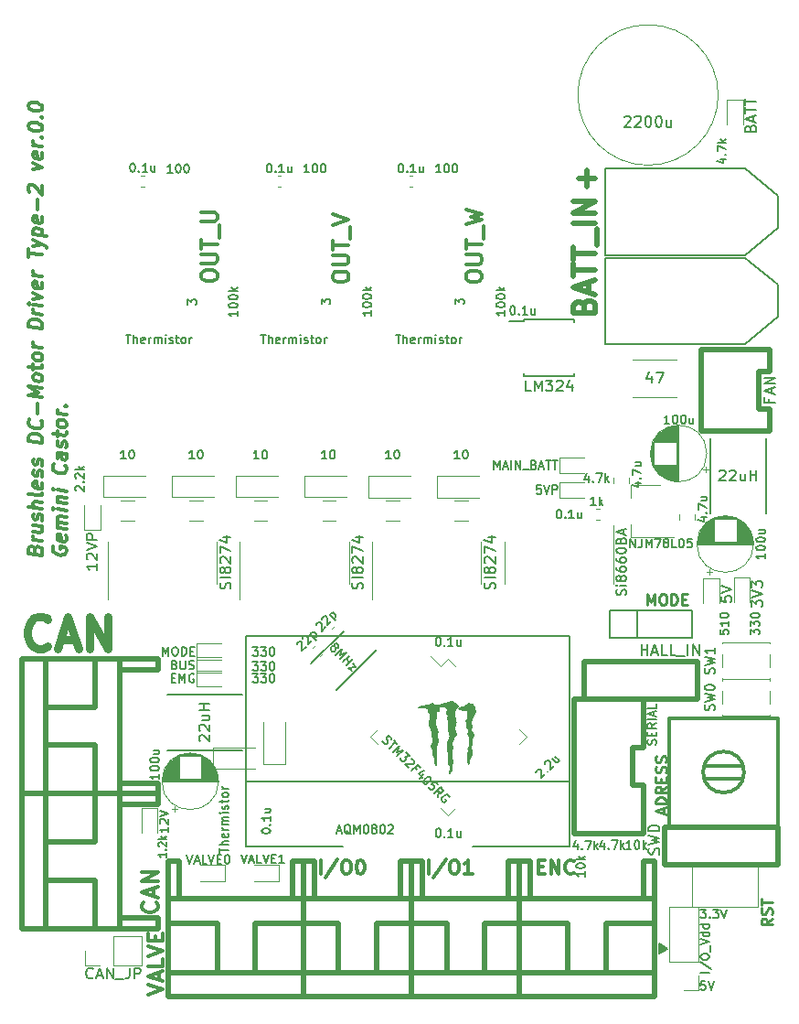
<source format=gbr>
G04 #@! TF.GenerationSoftware,KiCad,Pcbnew,(5.1.5)-3*
G04 #@! TF.CreationDate,2020-03-11T10:01:26+09:00*
G04 #@! TF.ProjectId,CAN_BLDCMD,43414e5f-424c-4444-934d-442e6b696361,rev?*
G04 #@! TF.SameCoordinates,Original*
G04 #@! TF.FileFunction,Legend,Top*
G04 #@! TF.FilePolarity,Positive*
%FSLAX46Y46*%
G04 Gerber Fmt 4.6, Leading zero omitted, Abs format (unit mm)*
G04 Created by KiCad (PCBNEW (5.1.5)-3) date 2020-03-11 10:01:26*
%MOMM*%
%LPD*%
G04 APERTURE LIST*
%ADD10C,0.150000*%
%ADD11C,0.200000*%
%ADD12C,0.500000*%
%ADD13C,0.300000*%
%ADD14C,0.120000*%
%ADD15C,0.010000*%
%ADD16C,0.750000*%
%ADD17C,0.375000*%
%ADD18C,0.325000*%
%ADD19C,0.250000*%
%ADD20C,0.350000*%
G04 APERTURE END LIST*
D10*
X232638095Y-139094047D02*
X232590476Y-139094047D01*
X232733333Y-139141666D02*
X232590476Y-139141666D01*
X232828571Y-139189285D02*
X232590476Y-139189285D01*
X232923809Y-139236904D02*
X232590476Y-139236904D01*
X232971428Y-139284523D02*
X232590476Y-139284523D01*
X233066666Y-139332142D02*
X232590476Y-139332142D01*
X233161904Y-139379761D02*
X232590476Y-139379761D01*
X233257142Y-139427380D02*
X232590476Y-139427380D01*
X233352380Y-139475000D02*
X232590476Y-139475000D01*
X233257142Y-139522619D02*
X232590476Y-139522619D01*
X233161904Y-139570238D02*
X232590476Y-139570238D01*
X233066666Y-139617857D02*
X232590476Y-139617857D01*
X232971428Y-139665476D02*
X232590476Y-139665476D01*
X232923809Y-139713095D02*
X232590476Y-139713095D01*
X232828571Y-139760714D02*
X232590476Y-139760714D01*
X232733333Y-139808333D02*
X232590476Y-139808333D01*
X232590476Y-139855952D02*
X233304761Y-139475000D01*
X232590476Y-139094047D01*
X232638095Y-139855952D02*
X232590476Y-139855952D01*
X233352380Y-139475000D02*
X232590476Y-139903571D01*
X232590476Y-139046428D01*
X233352380Y-139475000D01*
D11*
X236419047Y-135861904D02*
X236914285Y-135861904D01*
X236647619Y-136166666D01*
X236761904Y-136166666D01*
X236838095Y-136204761D01*
X236876190Y-136242857D01*
X236914285Y-136319047D01*
X236914285Y-136509523D01*
X236876190Y-136585714D01*
X236838095Y-136623809D01*
X236761904Y-136661904D01*
X236533333Y-136661904D01*
X236457142Y-136623809D01*
X236419047Y-136585714D01*
X237257142Y-136585714D02*
X237295238Y-136623809D01*
X237257142Y-136661904D01*
X237219047Y-136623809D01*
X237257142Y-136585714D01*
X237257142Y-136661904D01*
X237561904Y-135861904D02*
X238057142Y-135861904D01*
X237790476Y-136166666D01*
X237904761Y-136166666D01*
X237980952Y-136204761D01*
X238019047Y-136242857D01*
X238057142Y-136319047D01*
X238057142Y-136509523D01*
X238019047Y-136585714D01*
X237980952Y-136623809D01*
X237904761Y-136661904D01*
X237676190Y-136661904D01*
X237600000Y-136623809D01*
X237561904Y-136585714D01*
X238285714Y-135861904D02*
X238552380Y-136661904D01*
X238819047Y-135861904D01*
X236847619Y-142486904D02*
X236466666Y-142486904D01*
X236428571Y-142867857D01*
X236466666Y-142829761D01*
X236542857Y-142791666D01*
X236733333Y-142791666D01*
X236809523Y-142829761D01*
X236847619Y-142867857D01*
X236885714Y-142944047D01*
X236885714Y-143134523D01*
X236847619Y-143210714D01*
X236809523Y-143248809D01*
X236733333Y-143286904D01*
X236542857Y-143286904D01*
X236466666Y-143248809D01*
X236428571Y-143210714D01*
X237114285Y-142486904D02*
X237380952Y-143286904D01*
X237647619Y-142486904D01*
D12*
X225892857Y-69011904D02*
X225892857Y-67488095D01*
X226654761Y-68250000D02*
X225130952Y-68250000D01*
D13*
X174782142Y-102569285D02*
X174844047Y-102391309D01*
X174905952Y-102337142D01*
X175029761Y-102290714D01*
X175215476Y-102313928D01*
X175339285Y-102391309D01*
X175401190Y-102460952D01*
X175463095Y-102592500D01*
X175463095Y-103087738D01*
X174163095Y-102925238D01*
X174163095Y-102491904D01*
X174225000Y-102375833D01*
X174286904Y-102321666D01*
X174410714Y-102275238D01*
X174534523Y-102290714D01*
X174658333Y-102368095D01*
X174720238Y-102437738D01*
X174782142Y-102569285D01*
X174782142Y-103002619D01*
X175463095Y-101787738D02*
X174596428Y-101679404D01*
X174844047Y-101710357D02*
X174720238Y-101632976D01*
X174658333Y-101563333D01*
X174596428Y-101431785D01*
X174596428Y-101307976D01*
X174596428Y-100317500D02*
X175463095Y-100425833D01*
X174596428Y-100874642D02*
X175277380Y-100959761D01*
X175401190Y-100913333D01*
X175463095Y-100797261D01*
X175463095Y-100611547D01*
X175401190Y-100480000D01*
X175339285Y-100410357D01*
X175401190Y-99860952D02*
X175463095Y-99744880D01*
X175463095Y-99497261D01*
X175401190Y-99365714D01*
X175277380Y-99288333D01*
X175215476Y-99280595D01*
X175091666Y-99327023D01*
X175029761Y-99443095D01*
X175029761Y-99628809D01*
X174967857Y-99744880D01*
X174844047Y-99791309D01*
X174782142Y-99783571D01*
X174658333Y-99706190D01*
X174596428Y-99574642D01*
X174596428Y-99388928D01*
X174658333Y-99272857D01*
X175463095Y-98754404D02*
X174163095Y-98591904D01*
X175463095Y-98197261D02*
X174782142Y-98112142D01*
X174658333Y-98158571D01*
X174596428Y-98274642D01*
X174596428Y-98460357D01*
X174658333Y-98591904D01*
X174720238Y-98661547D01*
X175463095Y-97392500D02*
X175401190Y-97508571D01*
X175277380Y-97555000D01*
X174163095Y-97415714D01*
X175401190Y-96394285D02*
X175463095Y-96525833D01*
X175463095Y-96773452D01*
X175401190Y-96889523D01*
X175277380Y-96935952D01*
X174782142Y-96874047D01*
X174658333Y-96796666D01*
X174596428Y-96665119D01*
X174596428Y-96417500D01*
X174658333Y-96301428D01*
X174782142Y-96255000D01*
X174905952Y-96270476D01*
X175029761Y-96905000D01*
X175401190Y-95837142D02*
X175463095Y-95721071D01*
X175463095Y-95473452D01*
X175401190Y-95341904D01*
X175277380Y-95264523D01*
X175215476Y-95256785D01*
X175091666Y-95303214D01*
X175029761Y-95419285D01*
X175029761Y-95605000D01*
X174967857Y-95721071D01*
X174844047Y-95767500D01*
X174782142Y-95759761D01*
X174658333Y-95682380D01*
X174596428Y-95550833D01*
X174596428Y-95365119D01*
X174658333Y-95249047D01*
X175401190Y-94784761D02*
X175463095Y-94668690D01*
X175463095Y-94421071D01*
X175401190Y-94289523D01*
X175277380Y-94212142D01*
X175215476Y-94204404D01*
X175091666Y-94250833D01*
X175029761Y-94366904D01*
X175029761Y-94552619D01*
X174967857Y-94668690D01*
X174844047Y-94715119D01*
X174782142Y-94707380D01*
X174658333Y-94630000D01*
X174596428Y-94498452D01*
X174596428Y-94312738D01*
X174658333Y-94196666D01*
X175463095Y-92687738D02*
X174163095Y-92525238D01*
X174163095Y-92215714D01*
X174225000Y-92037738D01*
X174348809Y-91929404D01*
X174472619Y-91882976D01*
X174720238Y-91852023D01*
X174905952Y-91875238D01*
X175153571Y-91968095D01*
X175277380Y-92045476D01*
X175401190Y-92184761D01*
X175463095Y-92378214D01*
X175463095Y-92687738D01*
X175339285Y-90629404D02*
X175401190Y-90699047D01*
X175463095Y-90892500D01*
X175463095Y-91016309D01*
X175401190Y-91194285D01*
X175277380Y-91302619D01*
X175153571Y-91349047D01*
X174905952Y-91380000D01*
X174720238Y-91356785D01*
X174472619Y-91263928D01*
X174348809Y-91186547D01*
X174225000Y-91047261D01*
X174163095Y-90853809D01*
X174163095Y-90730000D01*
X174225000Y-90552023D01*
X174286904Y-90497857D01*
X174967857Y-90025833D02*
X174967857Y-89035357D01*
X175463095Y-88478214D02*
X174163095Y-88315714D01*
X175091666Y-87998452D01*
X174163095Y-87449047D01*
X175463095Y-87611547D01*
X175463095Y-86806785D02*
X175401190Y-86922857D01*
X175339285Y-86977023D01*
X175215476Y-87023452D01*
X174844047Y-86977023D01*
X174720238Y-86899642D01*
X174658333Y-86830000D01*
X174596428Y-86698452D01*
X174596428Y-86512738D01*
X174658333Y-86396666D01*
X174720238Y-86342500D01*
X174844047Y-86296071D01*
X175215476Y-86342500D01*
X175339285Y-86419880D01*
X175401190Y-86489523D01*
X175463095Y-86621071D01*
X175463095Y-86806785D01*
X174596428Y-85893690D02*
X174596428Y-85398452D01*
X174163095Y-85653809D02*
X175277380Y-85793095D01*
X175401190Y-85746666D01*
X175463095Y-85630595D01*
X175463095Y-85506785D01*
X175463095Y-84887738D02*
X175401190Y-85003809D01*
X175339285Y-85057976D01*
X175215476Y-85104404D01*
X174844047Y-85057976D01*
X174720238Y-84980595D01*
X174658333Y-84910952D01*
X174596428Y-84779404D01*
X174596428Y-84593690D01*
X174658333Y-84477619D01*
X174720238Y-84423452D01*
X174844047Y-84377023D01*
X175215476Y-84423452D01*
X175339285Y-84500833D01*
X175401190Y-84570476D01*
X175463095Y-84702023D01*
X175463095Y-84887738D01*
X175463095Y-83897261D02*
X174596428Y-83788928D01*
X174844047Y-83819880D02*
X174720238Y-83742500D01*
X174658333Y-83672857D01*
X174596428Y-83541309D01*
X174596428Y-83417500D01*
X175463095Y-82102023D02*
X174163095Y-81939523D01*
X174163095Y-81630000D01*
X174225000Y-81452023D01*
X174348809Y-81343690D01*
X174472619Y-81297261D01*
X174720238Y-81266309D01*
X174905952Y-81289523D01*
X175153571Y-81382380D01*
X175277380Y-81459761D01*
X175401190Y-81599047D01*
X175463095Y-81792500D01*
X175463095Y-82102023D01*
X175463095Y-80802023D02*
X174596428Y-80693690D01*
X174844047Y-80724642D02*
X174720238Y-80647261D01*
X174658333Y-80577619D01*
X174596428Y-80446071D01*
X174596428Y-80322261D01*
X175463095Y-79997261D02*
X174596428Y-79888928D01*
X174163095Y-79834761D02*
X174225000Y-79904404D01*
X174286904Y-79850238D01*
X174225000Y-79780595D01*
X174163095Y-79834761D01*
X174286904Y-79850238D01*
X174596428Y-79393690D02*
X175463095Y-79192500D01*
X174596428Y-78774642D01*
X175401190Y-77884761D02*
X175463095Y-78016309D01*
X175463095Y-78263928D01*
X175401190Y-78380000D01*
X175277380Y-78426428D01*
X174782142Y-78364523D01*
X174658333Y-78287142D01*
X174596428Y-78155595D01*
X174596428Y-77907976D01*
X174658333Y-77791904D01*
X174782142Y-77745476D01*
X174905952Y-77760952D01*
X175029761Y-78395476D01*
X175463095Y-77273452D02*
X174596428Y-77165119D01*
X174844047Y-77196071D02*
X174720238Y-77118690D01*
X174658333Y-77049047D01*
X174596428Y-76917500D01*
X174596428Y-76793690D01*
X174163095Y-75501428D02*
X174163095Y-74758571D01*
X175463095Y-75292500D02*
X174163095Y-75130000D01*
X174596428Y-74503214D02*
X175463095Y-74302023D01*
X174596428Y-73884166D02*
X175463095Y-74302023D01*
X175772619Y-74464523D01*
X175834523Y-74534166D01*
X175896428Y-74665714D01*
X174596428Y-73388928D02*
X175896428Y-73551428D01*
X174658333Y-73396666D02*
X174596428Y-73265119D01*
X174596428Y-73017500D01*
X174658333Y-72901428D01*
X174720238Y-72847261D01*
X174844047Y-72800833D01*
X175215476Y-72847261D01*
X175339285Y-72924642D01*
X175401190Y-72994285D01*
X175463095Y-73125833D01*
X175463095Y-73373452D01*
X175401190Y-73489523D01*
X175401190Y-71818095D02*
X175463095Y-71949642D01*
X175463095Y-72197261D01*
X175401190Y-72313333D01*
X175277380Y-72359761D01*
X174782142Y-72297857D01*
X174658333Y-72220476D01*
X174596428Y-72088928D01*
X174596428Y-71841309D01*
X174658333Y-71725238D01*
X174782142Y-71678809D01*
X174905952Y-71694285D01*
X175029761Y-72328809D01*
X174967857Y-71144880D02*
X174967857Y-70154404D01*
X174286904Y-69512142D02*
X174225000Y-69442500D01*
X174163095Y-69310952D01*
X174163095Y-69001428D01*
X174225000Y-68885357D01*
X174286904Y-68831190D01*
X174410714Y-68784761D01*
X174534523Y-68800238D01*
X174720238Y-68885357D01*
X175463095Y-69721071D01*
X175463095Y-68916309D01*
X174596428Y-67384166D02*
X175463095Y-67182976D01*
X174596428Y-66765119D01*
X175401190Y-65875238D02*
X175463095Y-66006785D01*
X175463095Y-66254404D01*
X175401190Y-66370476D01*
X175277380Y-66416904D01*
X174782142Y-66355000D01*
X174658333Y-66277619D01*
X174596428Y-66146071D01*
X174596428Y-65898452D01*
X174658333Y-65782380D01*
X174782142Y-65735952D01*
X174905952Y-65751428D01*
X175029761Y-66385952D01*
X175463095Y-65263928D02*
X174596428Y-65155595D01*
X174844047Y-65186547D02*
X174720238Y-65109166D01*
X174658333Y-65039523D01*
X174596428Y-64907976D01*
X174596428Y-64784166D01*
X175339285Y-64443690D02*
X175401190Y-64389523D01*
X175463095Y-64459166D01*
X175401190Y-64513333D01*
X175339285Y-64443690D01*
X175463095Y-64459166D01*
X174163095Y-63430000D02*
X174163095Y-63306190D01*
X174225000Y-63190119D01*
X174286904Y-63135952D01*
X174410714Y-63089523D01*
X174658333Y-63058571D01*
X174967857Y-63097261D01*
X175215476Y-63190119D01*
X175339285Y-63267500D01*
X175401190Y-63337142D01*
X175463095Y-63468690D01*
X175463095Y-63592500D01*
X175401190Y-63708571D01*
X175339285Y-63762738D01*
X175215476Y-63809166D01*
X174967857Y-63840119D01*
X174658333Y-63801428D01*
X174410714Y-63708571D01*
X174286904Y-63631190D01*
X174225000Y-63561547D01*
X174163095Y-63430000D01*
X175339285Y-62586547D02*
X175401190Y-62532380D01*
X175463095Y-62602023D01*
X175401190Y-62656190D01*
X175339285Y-62586547D01*
X175463095Y-62602023D01*
X174163095Y-61572857D02*
X174163095Y-61449047D01*
X174225000Y-61332976D01*
X174286904Y-61278809D01*
X174410714Y-61232380D01*
X174658333Y-61201428D01*
X174967857Y-61240119D01*
X175215476Y-61332976D01*
X175339285Y-61410357D01*
X175401190Y-61480000D01*
X175463095Y-61611547D01*
X175463095Y-61735357D01*
X175401190Y-61851428D01*
X175339285Y-61905595D01*
X175215476Y-61952023D01*
X174967857Y-61982976D01*
X174658333Y-61944285D01*
X174410714Y-61851428D01*
X174286904Y-61774047D01*
X174225000Y-61704404D01*
X174163095Y-61572857D01*
X176475000Y-102252023D02*
X176413095Y-102368095D01*
X176413095Y-102553809D01*
X176475000Y-102747261D01*
X176598809Y-102886547D01*
X176722619Y-102963928D01*
X176970238Y-103056785D01*
X177155952Y-103080000D01*
X177403571Y-103049047D01*
X177527380Y-103002619D01*
X177651190Y-102894285D01*
X177713095Y-102716309D01*
X177713095Y-102592500D01*
X177651190Y-102399047D01*
X177589285Y-102329404D01*
X177155952Y-102275238D01*
X177155952Y-102522857D01*
X177651190Y-101284761D02*
X177713095Y-101416309D01*
X177713095Y-101663928D01*
X177651190Y-101780000D01*
X177527380Y-101826428D01*
X177032142Y-101764523D01*
X176908333Y-101687142D01*
X176846428Y-101555595D01*
X176846428Y-101307976D01*
X176908333Y-101191904D01*
X177032142Y-101145476D01*
X177155952Y-101160952D01*
X177279761Y-101795476D01*
X177713095Y-100673452D02*
X176846428Y-100565119D01*
X176970238Y-100580595D02*
X176908333Y-100510952D01*
X176846428Y-100379404D01*
X176846428Y-100193690D01*
X176908333Y-100077619D01*
X177032142Y-100031190D01*
X177713095Y-100116309D01*
X177032142Y-100031190D02*
X176908333Y-99953809D01*
X176846428Y-99822261D01*
X176846428Y-99636547D01*
X176908333Y-99520476D01*
X177032142Y-99474047D01*
X177713095Y-99559166D01*
X177713095Y-98940119D02*
X176846428Y-98831785D01*
X176413095Y-98777619D02*
X176475000Y-98847261D01*
X176536904Y-98793095D01*
X176475000Y-98723452D01*
X176413095Y-98777619D01*
X176536904Y-98793095D01*
X176846428Y-98212738D02*
X177713095Y-98321071D01*
X176970238Y-98228214D02*
X176908333Y-98158571D01*
X176846428Y-98027023D01*
X176846428Y-97841309D01*
X176908333Y-97725238D01*
X177032142Y-97678809D01*
X177713095Y-97763928D01*
X177713095Y-97144880D02*
X176846428Y-97036547D01*
X176413095Y-96982380D02*
X176475000Y-97052023D01*
X176536904Y-96997857D01*
X176475000Y-96928214D01*
X176413095Y-96982380D01*
X176536904Y-96997857D01*
X177589285Y-94777023D02*
X177651190Y-94846666D01*
X177713095Y-95040119D01*
X177713095Y-95163928D01*
X177651190Y-95341904D01*
X177527380Y-95450238D01*
X177403571Y-95496666D01*
X177155952Y-95527619D01*
X176970238Y-95504404D01*
X176722619Y-95411547D01*
X176598809Y-95334166D01*
X176475000Y-95194880D01*
X176413095Y-95001428D01*
X176413095Y-94877619D01*
X176475000Y-94699642D01*
X176536904Y-94645476D01*
X177713095Y-93678214D02*
X177032142Y-93593095D01*
X176908333Y-93639523D01*
X176846428Y-93755595D01*
X176846428Y-94003214D01*
X176908333Y-94134761D01*
X177651190Y-93670476D02*
X177713095Y-93802023D01*
X177713095Y-94111547D01*
X177651190Y-94227619D01*
X177527380Y-94274047D01*
X177403571Y-94258571D01*
X177279761Y-94181190D01*
X177217857Y-94049642D01*
X177217857Y-93740119D01*
X177155952Y-93608571D01*
X177651190Y-93113333D02*
X177713095Y-92997261D01*
X177713095Y-92749642D01*
X177651190Y-92618095D01*
X177527380Y-92540714D01*
X177465476Y-92532976D01*
X177341666Y-92579404D01*
X177279761Y-92695476D01*
X177279761Y-92881190D01*
X177217857Y-92997261D01*
X177094047Y-93043690D01*
X177032142Y-93035952D01*
X176908333Y-92958571D01*
X176846428Y-92827023D01*
X176846428Y-92641309D01*
X176908333Y-92525238D01*
X176846428Y-92084166D02*
X176846428Y-91588928D01*
X176413095Y-91844285D02*
X177527380Y-91983571D01*
X177651190Y-91937142D01*
X177713095Y-91821071D01*
X177713095Y-91697261D01*
X177713095Y-91078214D02*
X177651190Y-91194285D01*
X177589285Y-91248452D01*
X177465476Y-91294880D01*
X177094047Y-91248452D01*
X176970238Y-91171071D01*
X176908333Y-91101428D01*
X176846428Y-90969880D01*
X176846428Y-90784166D01*
X176908333Y-90668095D01*
X176970238Y-90613928D01*
X177094047Y-90567500D01*
X177465476Y-90613928D01*
X177589285Y-90691309D01*
X177651190Y-90760952D01*
X177713095Y-90892500D01*
X177713095Y-91078214D01*
X177713095Y-90087738D02*
X176846428Y-89979404D01*
X177094047Y-90010357D02*
X176970238Y-89932976D01*
X176908333Y-89863333D01*
X176846428Y-89731785D01*
X176846428Y-89607976D01*
X177589285Y-89267500D02*
X177651190Y-89213333D01*
X177713095Y-89282976D01*
X177651190Y-89337142D01*
X177589285Y-89267500D01*
X177713095Y-89282976D01*
D14*
X191300000Y-120850000D02*
X195200000Y-120850000D01*
X191300000Y-122850000D02*
X195200000Y-122850000D01*
X191300000Y-120850000D02*
X191300000Y-122850000D01*
X202515784Y-109631120D02*
X202285579Y-109861325D01*
X203237033Y-110352369D02*
X203006828Y-110582574D01*
X200487967Y-111665784D02*
X200718172Y-111435579D01*
X201209216Y-112387033D02*
X201439421Y-112156828D01*
X191770000Y-124000000D02*
G75*
G03X191770000Y-124000000I-2620000J0D01*
G01*
X186570000Y-124000000D02*
X191730000Y-124000000D01*
X186570000Y-123960000D02*
X191730000Y-123960000D01*
X186571000Y-123920000D02*
X191729000Y-123920000D01*
X186572000Y-123880000D02*
X191728000Y-123880000D01*
X186574000Y-123840000D02*
X191726000Y-123840000D01*
X186577000Y-123800000D02*
X191723000Y-123800000D01*
X186581000Y-123760000D02*
X188110000Y-123760000D01*
X190190000Y-123760000D02*
X191719000Y-123760000D01*
X186585000Y-123720000D02*
X188110000Y-123720000D01*
X190190000Y-123720000D02*
X191715000Y-123720000D01*
X186589000Y-123680000D02*
X188110000Y-123680000D01*
X190190000Y-123680000D02*
X191711000Y-123680000D01*
X186594000Y-123640000D02*
X188110000Y-123640000D01*
X190190000Y-123640000D02*
X191706000Y-123640000D01*
X186600000Y-123600000D02*
X188110000Y-123600000D01*
X190190000Y-123600000D02*
X191700000Y-123600000D01*
X186607000Y-123560000D02*
X188110000Y-123560000D01*
X190190000Y-123560000D02*
X191693000Y-123560000D01*
X186614000Y-123520000D02*
X188110000Y-123520000D01*
X190190000Y-123520000D02*
X191686000Y-123520000D01*
X186622000Y-123480000D02*
X188110000Y-123480000D01*
X190190000Y-123480000D02*
X191678000Y-123480000D01*
X186630000Y-123440000D02*
X188110000Y-123440000D01*
X190190000Y-123440000D02*
X191670000Y-123440000D01*
X186639000Y-123400000D02*
X188110000Y-123400000D01*
X190190000Y-123400000D02*
X191661000Y-123400000D01*
X186649000Y-123360000D02*
X188110000Y-123360000D01*
X190190000Y-123360000D02*
X191651000Y-123360000D01*
X186659000Y-123320000D02*
X188110000Y-123320000D01*
X190190000Y-123320000D02*
X191641000Y-123320000D01*
X186670000Y-123279000D02*
X188110000Y-123279000D01*
X190190000Y-123279000D02*
X191630000Y-123279000D01*
X186682000Y-123239000D02*
X188110000Y-123239000D01*
X190190000Y-123239000D02*
X191618000Y-123239000D01*
X186695000Y-123199000D02*
X188110000Y-123199000D01*
X190190000Y-123199000D02*
X191605000Y-123199000D01*
X186708000Y-123159000D02*
X188110000Y-123159000D01*
X190190000Y-123159000D02*
X191592000Y-123159000D01*
X186722000Y-123119000D02*
X188110000Y-123119000D01*
X190190000Y-123119000D02*
X191578000Y-123119000D01*
X186736000Y-123079000D02*
X188110000Y-123079000D01*
X190190000Y-123079000D02*
X191564000Y-123079000D01*
X186752000Y-123039000D02*
X188110000Y-123039000D01*
X190190000Y-123039000D02*
X191548000Y-123039000D01*
X186768000Y-122999000D02*
X188110000Y-122999000D01*
X190190000Y-122999000D02*
X191532000Y-122999000D01*
X186785000Y-122959000D02*
X188110000Y-122959000D01*
X190190000Y-122959000D02*
X191515000Y-122959000D01*
X186802000Y-122919000D02*
X188110000Y-122919000D01*
X190190000Y-122919000D02*
X191498000Y-122919000D01*
X186821000Y-122879000D02*
X188110000Y-122879000D01*
X190190000Y-122879000D02*
X191479000Y-122879000D01*
X186840000Y-122839000D02*
X188110000Y-122839000D01*
X190190000Y-122839000D02*
X191460000Y-122839000D01*
X186860000Y-122799000D02*
X188110000Y-122799000D01*
X190190000Y-122799000D02*
X191440000Y-122799000D01*
X186882000Y-122759000D02*
X188110000Y-122759000D01*
X190190000Y-122759000D02*
X191418000Y-122759000D01*
X186903000Y-122719000D02*
X188110000Y-122719000D01*
X190190000Y-122719000D02*
X191397000Y-122719000D01*
X186926000Y-122679000D02*
X188110000Y-122679000D01*
X190190000Y-122679000D02*
X191374000Y-122679000D01*
X186950000Y-122639000D02*
X188110000Y-122639000D01*
X190190000Y-122639000D02*
X191350000Y-122639000D01*
X186975000Y-122599000D02*
X188110000Y-122599000D01*
X190190000Y-122599000D02*
X191325000Y-122599000D01*
X187001000Y-122559000D02*
X188110000Y-122559000D01*
X190190000Y-122559000D02*
X191299000Y-122559000D01*
X187028000Y-122519000D02*
X188110000Y-122519000D01*
X190190000Y-122519000D02*
X191272000Y-122519000D01*
X187055000Y-122479000D02*
X188110000Y-122479000D01*
X190190000Y-122479000D02*
X191245000Y-122479000D01*
X187085000Y-122439000D02*
X188110000Y-122439000D01*
X190190000Y-122439000D02*
X191215000Y-122439000D01*
X187115000Y-122399000D02*
X188110000Y-122399000D01*
X190190000Y-122399000D02*
X191185000Y-122399000D01*
X187146000Y-122359000D02*
X188110000Y-122359000D01*
X190190000Y-122359000D02*
X191154000Y-122359000D01*
X187179000Y-122319000D02*
X188110000Y-122319000D01*
X190190000Y-122319000D02*
X191121000Y-122319000D01*
X187213000Y-122279000D02*
X188110000Y-122279000D01*
X190190000Y-122279000D02*
X191087000Y-122279000D01*
X187249000Y-122239000D02*
X188110000Y-122239000D01*
X190190000Y-122239000D02*
X191051000Y-122239000D01*
X187286000Y-122199000D02*
X188110000Y-122199000D01*
X190190000Y-122199000D02*
X191014000Y-122199000D01*
X187324000Y-122159000D02*
X188110000Y-122159000D01*
X190190000Y-122159000D02*
X190976000Y-122159000D01*
X187365000Y-122119000D02*
X188110000Y-122119000D01*
X190190000Y-122119000D02*
X190935000Y-122119000D01*
X187407000Y-122079000D02*
X188110000Y-122079000D01*
X190190000Y-122079000D02*
X190893000Y-122079000D01*
X187451000Y-122039000D02*
X188110000Y-122039000D01*
X190190000Y-122039000D02*
X190849000Y-122039000D01*
X187497000Y-121999000D02*
X188110000Y-121999000D01*
X190190000Y-121999000D02*
X190803000Y-121999000D01*
X187545000Y-121959000D02*
X188110000Y-121959000D01*
X190190000Y-121959000D02*
X190755000Y-121959000D01*
X187596000Y-121919000D02*
X188110000Y-121919000D01*
X190190000Y-121919000D02*
X190704000Y-121919000D01*
X187650000Y-121879000D02*
X188110000Y-121879000D01*
X190190000Y-121879000D02*
X190650000Y-121879000D01*
X187707000Y-121839000D02*
X188110000Y-121839000D01*
X190190000Y-121839000D02*
X190593000Y-121839000D01*
X187767000Y-121799000D02*
X188110000Y-121799000D01*
X190190000Y-121799000D02*
X190533000Y-121799000D01*
X187831000Y-121759000D02*
X188110000Y-121759000D01*
X190190000Y-121759000D02*
X190469000Y-121759000D01*
X187899000Y-121719000D02*
X188110000Y-121719000D01*
X190190000Y-121719000D02*
X190401000Y-121719000D01*
X187972000Y-121679000D02*
X190328000Y-121679000D01*
X188052000Y-121639000D02*
X190248000Y-121639000D01*
X188139000Y-121599000D02*
X190161000Y-121599000D01*
X188235000Y-121559000D02*
X190065000Y-121559000D01*
X188345000Y-121519000D02*
X189955000Y-121519000D01*
X188473000Y-121479000D02*
X189827000Y-121479000D01*
X188632000Y-121439000D02*
X189668000Y-121439000D01*
X188866000Y-121399000D02*
X189434000Y-121399000D01*
X187675000Y-126804775D02*
X187675000Y-126304775D01*
X187425000Y-126554775D02*
X187925000Y-126554775D01*
X182747936Y-98040000D02*
X183952064Y-98040000D01*
X182747936Y-99860000D02*
X183952064Y-99860000D01*
X189097936Y-98040000D02*
X190302064Y-98040000D01*
X189097936Y-99860000D02*
X190302064Y-99860000D01*
X195047936Y-99860000D02*
X196252064Y-99860000D01*
X195047936Y-98040000D02*
X196252064Y-98040000D01*
X201397936Y-99860000D02*
X202602064Y-99860000D01*
X201397936Y-98040000D02*
X202602064Y-98040000D01*
X207297936Y-99860000D02*
X208502064Y-99860000D01*
X207297936Y-98040000D02*
X208502064Y-98040000D01*
X213647936Y-98040000D02*
X214852064Y-98040000D01*
X213647936Y-99860000D02*
X214852064Y-99860000D01*
X227062779Y-99810000D02*
X226737221Y-99810000D01*
X227062779Y-98790000D02*
X226737221Y-98790000D01*
X238050000Y-60500000D02*
G75*
G03X238050000Y-60500000I-6500000J0D01*
G01*
X236995000Y-93675000D02*
G75*
G03X236995000Y-93675000I-2620000J0D01*
G01*
X234375000Y-96255000D02*
X234375000Y-91095000D01*
X234335000Y-96255000D02*
X234335000Y-91095000D01*
X234295000Y-96254000D02*
X234295000Y-91096000D01*
X234255000Y-96253000D02*
X234255000Y-91097000D01*
X234215000Y-96251000D02*
X234215000Y-91099000D01*
X234175000Y-96248000D02*
X234175000Y-91102000D01*
X234135000Y-96244000D02*
X234135000Y-94715000D01*
X234135000Y-92635000D02*
X234135000Y-91106000D01*
X234095000Y-96240000D02*
X234095000Y-94715000D01*
X234095000Y-92635000D02*
X234095000Y-91110000D01*
X234055000Y-96236000D02*
X234055000Y-94715000D01*
X234055000Y-92635000D02*
X234055000Y-91114000D01*
X234015000Y-96231000D02*
X234015000Y-94715000D01*
X234015000Y-92635000D02*
X234015000Y-91119000D01*
X233975000Y-96225000D02*
X233975000Y-94715000D01*
X233975000Y-92635000D02*
X233975000Y-91125000D01*
X233935000Y-96218000D02*
X233935000Y-94715000D01*
X233935000Y-92635000D02*
X233935000Y-91132000D01*
X233895000Y-96211000D02*
X233895000Y-94715000D01*
X233895000Y-92635000D02*
X233895000Y-91139000D01*
X233855000Y-96203000D02*
X233855000Y-94715000D01*
X233855000Y-92635000D02*
X233855000Y-91147000D01*
X233815000Y-96195000D02*
X233815000Y-94715000D01*
X233815000Y-92635000D02*
X233815000Y-91155000D01*
X233775000Y-96186000D02*
X233775000Y-94715000D01*
X233775000Y-92635000D02*
X233775000Y-91164000D01*
X233735000Y-96176000D02*
X233735000Y-94715000D01*
X233735000Y-92635000D02*
X233735000Y-91174000D01*
X233695000Y-96166000D02*
X233695000Y-94715000D01*
X233695000Y-92635000D02*
X233695000Y-91184000D01*
X233654000Y-96155000D02*
X233654000Y-94715000D01*
X233654000Y-92635000D02*
X233654000Y-91195000D01*
X233614000Y-96143000D02*
X233614000Y-94715000D01*
X233614000Y-92635000D02*
X233614000Y-91207000D01*
X233574000Y-96130000D02*
X233574000Y-94715000D01*
X233574000Y-92635000D02*
X233574000Y-91220000D01*
X233534000Y-96117000D02*
X233534000Y-94715000D01*
X233534000Y-92635000D02*
X233534000Y-91233000D01*
X233494000Y-96103000D02*
X233494000Y-94715000D01*
X233494000Y-92635000D02*
X233494000Y-91247000D01*
X233454000Y-96089000D02*
X233454000Y-94715000D01*
X233454000Y-92635000D02*
X233454000Y-91261000D01*
X233414000Y-96073000D02*
X233414000Y-94715000D01*
X233414000Y-92635000D02*
X233414000Y-91277000D01*
X233374000Y-96057000D02*
X233374000Y-94715000D01*
X233374000Y-92635000D02*
X233374000Y-91293000D01*
X233334000Y-96040000D02*
X233334000Y-94715000D01*
X233334000Y-92635000D02*
X233334000Y-91310000D01*
X233294000Y-96023000D02*
X233294000Y-94715000D01*
X233294000Y-92635000D02*
X233294000Y-91327000D01*
X233254000Y-96004000D02*
X233254000Y-94715000D01*
X233254000Y-92635000D02*
X233254000Y-91346000D01*
X233214000Y-95985000D02*
X233214000Y-94715000D01*
X233214000Y-92635000D02*
X233214000Y-91365000D01*
X233174000Y-95965000D02*
X233174000Y-94715000D01*
X233174000Y-92635000D02*
X233174000Y-91385000D01*
X233134000Y-95943000D02*
X233134000Y-94715000D01*
X233134000Y-92635000D02*
X233134000Y-91407000D01*
X233094000Y-95922000D02*
X233094000Y-94715000D01*
X233094000Y-92635000D02*
X233094000Y-91428000D01*
X233054000Y-95899000D02*
X233054000Y-94715000D01*
X233054000Y-92635000D02*
X233054000Y-91451000D01*
X233014000Y-95875000D02*
X233014000Y-94715000D01*
X233014000Y-92635000D02*
X233014000Y-91475000D01*
X232974000Y-95850000D02*
X232974000Y-94715000D01*
X232974000Y-92635000D02*
X232974000Y-91500000D01*
X232934000Y-95824000D02*
X232934000Y-94715000D01*
X232934000Y-92635000D02*
X232934000Y-91526000D01*
X232894000Y-95797000D02*
X232894000Y-94715000D01*
X232894000Y-92635000D02*
X232894000Y-91553000D01*
X232854000Y-95770000D02*
X232854000Y-94715000D01*
X232854000Y-92635000D02*
X232854000Y-91580000D01*
X232814000Y-95740000D02*
X232814000Y-94715000D01*
X232814000Y-92635000D02*
X232814000Y-91610000D01*
X232774000Y-95710000D02*
X232774000Y-94715000D01*
X232774000Y-92635000D02*
X232774000Y-91640000D01*
X232734000Y-95679000D02*
X232734000Y-94715000D01*
X232734000Y-92635000D02*
X232734000Y-91671000D01*
X232694000Y-95646000D02*
X232694000Y-94715000D01*
X232694000Y-92635000D02*
X232694000Y-91704000D01*
X232654000Y-95612000D02*
X232654000Y-94715000D01*
X232654000Y-92635000D02*
X232654000Y-91738000D01*
X232614000Y-95576000D02*
X232614000Y-94715000D01*
X232614000Y-92635000D02*
X232614000Y-91774000D01*
X232574000Y-95539000D02*
X232574000Y-94715000D01*
X232574000Y-92635000D02*
X232574000Y-91811000D01*
X232534000Y-95501000D02*
X232534000Y-94715000D01*
X232534000Y-92635000D02*
X232534000Y-91849000D01*
X232494000Y-95460000D02*
X232494000Y-94715000D01*
X232494000Y-92635000D02*
X232494000Y-91890000D01*
X232454000Y-95418000D02*
X232454000Y-94715000D01*
X232454000Y-92635000D02*
X232454000Y-91932000D01*
X232414000Y-95374000D02*
X232414000Y-94715000D01*
X232414000Y-92635000D02*
X232414000Y-91976000D01*
X232374000Y-95328000D02*
X232374000Y-94715000D01*
X232374000Y-92635000D02*
X232374000Y-92022000D01*
X232334000Y-95280000D02*
X232334000Y-94715000D01*
X232334000Y-92635000D02*
X232334000Y-92070000D01*
X232294000Y-95229000D02*
X232294000Y-94715000D01*
X232294000Y-92635000D02*
X232294000Y-92121000D01*
X232254000Y-95175000D02*
X232254000Y-94715000D01*
X232254000Y-92635000D02*
X232254000Y-92175000D01*
X232214000Y-95118000D02*
X232214000Y-94715000D01*
X232214000Y-92635000D02*
X232214000Y-92232000D01*
X232174000Y-95058000D02*
X232174000Y-94715000D01*
X232174000Y-92635000D02*
X232174000Y-92292000D01*
X232134000Y-94994000D02*
X232134000Y-94715000D01*
X232134000Y-92635000D02*
X232134000Y-92356000D01*
X232094000Y-94926000D02*
X232094000Y-94715000D01*
X232094000Y-92635000D02*
X232094000Y-92424000D01*
X232054000Y-94853000D02*
X232054000Y-92497000D01*
X232014000Y-94773000D02*
X232014000Y-92577000D01*
X231974000Y-94686000D02*
X231974000Y-92664000D01*
X231934000Y-94590000D02*
X231934000Y-92760000D01*
X231894000Y-94480000D02*
X231894000Y-92870000D01*
X231854000Y-94352000D02*
X231854000Y-92998000D01*
X231814000Y-94193000D02*
X231814000Y-93157000D01*
X231774000Y-93959000D02*
X231774000Y-93391000D01*
X237179775Y-95150000D02*
X236679775Y-95150000D01*
X236929775Y-95400000D02*
X236929775Y-94900000D01*
X236975000Y-104604775D02*
X237475000Y-104604775D01*
X237225000Y-104854775D02*
X237225000Y-104354775D01*
X238416000Y-99449000D02*
X238984000Y-99449000D01*
X238182000Y-99489000D02*
X239218000Y-99489000D01*
X238023000Y-99529000D02*
X239377000Y-99529000D01*
X237895000Y-99569000D02*
X239505000Y-99569000D01*
X237785000Y-99609000D02*
X239615000Y-99609000D01*
X237689000Y-99649000D02*
X239711000Y-99649000D01*
X237602000Y-99689000D02*
X239798000Y-99689000D01*
X237522000Y-99729000D02*
X239878000Y-99729000D01*
X239740000Y-99769000D02*
X239951000Y-99769000D01*
X237449000Y-99769000D02*
X237660000Y-99769000D01*
X239740000Y-99809000D02*
X240019000Y-99809000D01*
X237381000Y-99809000D02*
X237660000Y-99809000D01*
X239740000Y-99849000D02*
X240083000Y-99849000D01*
X237317000Y-99849000D02*
X237660000Y-99849000D01*
X239740000Y-99889000D02*
X240143000Y-99889000D01*
X237257000Y-99889000D02*
X237660000Y-99889000D01*
X239740000Y-99929000D02*
X240200000Y-99929000D01*
X237200000Y-99929000D02*
X237660000Y-99929000D01*
X239740000Y-99969000D02*
X240254000Y-99969000D01*
X237146000Y-99969000D02*
X237660000Y-99969000D01*
X239740000Y-100009000D02*
X240305000Y-100009000D01*
X237095000Y-100009000D02*
X237660000Y-100009000D01*
X239740000Y-100049000D02*
X240353000Y-100049000D01*
X237047000Y-100049000D02*
X237660000Y-100049000D01*
X239740000Y-100089000D02*
X240399000Y-100089000D01*
X237001000Y-100089000D02*
X237660000Y-100089000D01*
X239740000Y-100129000D02*
X240443000Y-100129000D01*
X236957000Y-100129000D02*
X237660000Y-100129000D01*
X239740000Y-100169000D02*
X240485000Y-100169000D01*
X236915000Y-100169000D02*
X237660000Y-100169000D01*
X239740000Y-100209000D02*
X240526000Y-100209000D01*
X236874000Y-100209000D02*
X237660000Y-100209000D01*
X239740000Y-100249000D02*
X240564000Y-100249000D01*
X236836000Y-100249000D02*
X237660000Y-100249000D01*
X239740000Y-100289000D02*
X240601000Y-100289000D01*
X236799000Y-100289000D02*
X237660000Y-100289000D01*
X239740000Y-100329000D02*
X240637000Y-100329000D01*
X236763000Y-100329000D02*
X237660000Y-100329000D01*
X239740000Y-100369000D02*
X240671000Y-100369000D01*
X236729000Y-100369000D02*
X237660000Y-100369000D01*
X239740000Y-100409000D02*
X240704000Y-100409000D01*
X236696000Y-100409000D02*
X237660000Y-100409000D01*
X239740000Y-100449000D02*
X240735000Y-100449000D01*
X236665000Y-100449000D02*
X237660000Y-100449000D01*
X239740000Y-100489000D02*
X240765000Y-100489000D01*
X236635000Y-100489000D02*
X237660000Y-100489000D01*
X239740000Y-100529000D02*
X240795000Y-100529000D01*
X236605000Y-100529000D02*
X237660000Y-100529000D01*
X239740000Y-100569000D02*
X240822000Y-100569000D01*
X236578000Y-100569000D02*
X237660000Y-100569000D01*
X239740000Y-100609000D02*
X240849000Y-100609000D01*
X236551000Y-100609000D02*
X237660000Y-100609000D01*
X239740000Y-100649000D02*
X240875000Y-100649000D01*
X236525000Y-100649000D02*
X237660000Y-100649000D01*
X239740000Y-100689000D02*
X240900000Y-100689000D01*
X236500000Y-100689000D02*
X237660000Y-100689000D01*
X239740000Y-100729000D02*
X240924000Y-100729000D01*
X236476000Y-100729000D02*
X237660000Y-100729000D01*
X239740000Y-100769000D02*
X240947000Y-100769000D01*
X236453000Y-100769000D02*
X237660000Y-100769000D01*
X239740000Y-100809000D02*
X240968000Y-100809000D01*
X236432000Y-100809000D02*
X237660000Y-100809000D01*
X239740000Y-100849000D02*
X240990000Y-100849000D01*
X236410000Y-100849000D02*
X237660000Y-100849000D01*
X239740000Y-100889000D02*
X241010000Y-100889000D01*
X236390000Y-100889000D02*
X237660000Y-100889000D01*
X239740000Y-100929000D02*
X241029000Y-100929000D01*
X236371000Y-100929000D02*
X237660000Y-100929000D01*
X239740000Y-100969000D02*
X241048000Y-100969000D01*
X236352000Y-100969000D02*
X237660000Y-100969000D01*
X239740000Y-101009000D02*
X241065000Y-101009000D01*
X236335000Y-101009000D02*
X237660000Y-101009000D01*
X239740000Y-101049000D02*
X241082000Y-101049000D01*
X236318000Y-101049000D02*
X237660000Y-101049000D01*
X239740000Y-101089000D02*
X241098000Y-101089000D01*
X236302000Y-101089000D02*
X237660000Y-101089000D01*
X239740000Y-101129000D02*
X241114000Y-101129000D01*
X236286000Y-101129000D02*
X237660000Y-101129000D01*
X239740000Y-101169000D02*
X241128000Y-101169000D01*
X236272000Y-101169000D02*
X237660000Y-101169000D01*
X239740000Y-101209000D02*
X241142000Y-101209000D01*
X236258000Y-101209000D02*
X237660000Y-101209000D01*
X239740000Y-101249000D02*
X241155000Y-101249000D01*
X236245000Y-101249000D02*
X237660000Y-101249000D01*
X239740000Y-101289000D02*
X241168000Y-101289000D01*
X236232000Y-101289000D02*
X237660000Y-101289000D01*
X239740000Y-101329000D02*
X241180000Y-101329000D01*
X236220000Y-101329000D02*
X237660000Y-101329000D01*
X239740000Y-101370000D02*
X241191000Y-101370000D01*
X236209000Y-101370000D02*
X237660000Y-101370000D01*
X239740000Y-101410000D02*
X241201000Y-101410000D01*
X236199000Y-101410000D02*
X237660000Y-101410000D01*
X239740000Y-101450000D02*
X241211000Y-101450000D01*
X236189000Y-101450000D02*
X237660000Y-101450000D01*
X239740000Y-101490000D02*
X241220000Y-101490000D01*
X236180000Y-101490000D02*
X237660000Y-101490000D01*
X239740000Y-101530000D02*
X241228000Y-101530000D01*
X236172000Y-101530000D02*
X237660000Y-101530000D01*
X239740000Y-101570000D02*
X241236000Y-101570000D01*
X236164000Y-101570000D02*
X237660000Y-101570000D01*
X239740000Y-101610000D02*
X241243000Y-101610000D01*
X236157000Y-101610000D02*
X237660000Y-101610000D01*
X239740000Y-101650000D02*
X241250000Y-101650000D01*
X236150000Y-101650000D02*
X237660000Y-101650000D01*
X239740000Y-101690000D02*
X241256000Y-101690000D01*
X236144000Y-101690000D02*
X237660000Y-101690000D01*
X239740000Y-101730000D02*
X241261000Y-101730000D01*
X236139000Y-101730000D02*
X237660000Y-101730000D01*
X239740000Y-101770000D02*
X241265000Y-101770000D01*
X236135000Y-101770000D02*
X237660000Y-101770000D01*
X239740000Y-101810000D02*
X241269000Y-101810000D01*
X236131000Y-101810000D02*
X237660000Y-101810000D01*
X236127000Y-101850000D02*
X241273000Y-101850000D01*
X236124000Y-101890000D02*
X241276000Y-101890000D01*
X236122000Y-101930000D02*
X241278000Y-101930000D01*
X236121000Y-101970000D02*
X241279000Y-101970000D01*
X236120000Y-102010000D02*
X241280000Y-102010000D01*
X236120000Y-102050000D02*
X241280000Y-102050000D01*
X241320000Y-102050000D02*
G75*
G03X241320000Y-102050000I-2620000J0D01*
G01*
X235860000Y-99833578D02*
X235860000Y-99316422D01*
X234440000Y-99833578D02*
X234440000Y-99316422D01*
X228390000Y-96408578D02*
X228390000Y-95891422D01*
X229810000Y-96408578D02*
X229810000Y-95891422D01*
X195950000Y-122450000D02*
X195950000Y-118550000D01*
X197950000Y-122450000D02*
X197950000Y-118550000D01*
X195950000Y-122450000D02*
X197950000Y-122450000D01*
X189715000Y-112735000D02*
X192000000Y-112735000D01*
X189715000Y-111265000D02*
X189715000Y-112735000D01*
X192000000Y-111265000D02*
X189715000Y-111265000D01*
X192000000Y-112515000D02*
X189715000Y-112515000D01*
X189715000Y-112515000D02*
X189715000Y-113985000D01*
X189715000Y-113985000D02*
X192000000Y-113985000D01*
X181100000Y-95700000D02*
X181100000Y-97700000D01*
X181100000Y-97700000D02*
X185000000Y-97700000D01*
X181100000Y-95700000D02*
X185000000Y-95700000D01*
X187450000Y-95700000D02*
X187450000Y-97700000D01*
X187450000Y-97700000D02*
X191350000Y-97700000D01*
X187450000Y-95700000D02*
X191350000Y-95700000D01*
X193400000Y-95700000D02*
X197300000Y-95700000D01*
X193400000Y-97700000D02*
X197300000Y-97700000D01*
X193400000Y-95700000D02*
X193400000Y-97700000D01*
X199700000Y-95700000D02*
X199700000Y-97700000D01*
X199700000Y-97700000D02*
X203600000Y-97700000D01*
X199700000Y-95700000D02*
X203600000Y-95700000D01*
X205650000Y-95750000D02*
X209550000Y-95750000D01*
X205650000Y-97750000D02*
X209550000Y-97750000D01*
X205650000Y-95750000D02*
X205650000Y-97750000D01*
X212000000Y-95750000D02*
X212000000Y-97750000D01*
X212000000Y-97750000D02*
X215900000Y-97750000D01*
X212000000Y-95750000D02*
X215900000Y-95750000D01*
D12*
X243550000Y-131750000D02*
X243550000Y-128250000D01*
X233050000Y-131750000D02*
X243550000Y-131750000D01*
X233050000Y-128250000D02*
X243550000Y-128250000D01*
X233050000Y-128250000D02*
X233050000Y-131750000D01*
X186150000Y-125150000D02*
X186150000Y-124150000D01*
X186150000Y-124150000D02*
X182650000Y-124150000D01*
X186150000Y-112650000D02*
X186150000Y-113650000D01*
X186150000Y-113650000D02*
X182650000Y-113650000D01*
X182650000Y-125150000D02*
X182650000Y-112650000D01*
X180350000Y-120650000D02*
X180350000Y-125150000D01*
X180350000Y-117150000D02*
X180350000Y-112650000D01*
X180350000Y-120650000D02*
X175750000Y-120650000D01*
X180350000Y-117150000D02*
X175750000Y-117150000D01*
X175750000Y-112650000D02*
X175750000Y-125150000D01*
X186150000Y-125150000D02*
X173550000Y-125150000D01*
X173550000Y-125150000D02*
X173550000Y-112650000D01*
X186150000Y-112650000D02*
X173550000Y-112650000D01*
X186150000Y-125150000D02*
X173550000Y-125150000D01*
X173550000Y-137650000D02*
X173550000Y-125150000D01*
X186150000Y-137650000D02*
X173550000Y-137650000D01*
X175750000Y-125150000D02*
X175750000Y-137650000D01*
X180350000Y-129650000D02*
X175750000Y-129650000D01*
X180350000Y-133150000D02*
X175750000Y-133150000D01*
X180350000Y-129650000D02*
X180350000Y-125150000D01*
X180350000Y-133150000D02*
X180350000Y-137650000D01*
X182650000Y-137650000D02*
X182650000Y-125150000D01*
X186150000Y-126150000D02*
X182650000Y-126150000D01*
X186150000Y-125150000D02*
X186150000Y-126150000D01*
X186150000Y-136650000D02*
X182650000Y-136650000D01*
X186150000Y-137650000D02*
X186150000Y-136650000D01*
X232150000Y-131350000D02*
X231150000Y-131350000D01*
X231150000Y-131350000D02*
X231150000Y-134850000D01*
X219650000Y-131350000D02*
X220650000Y-131350000D01*
X220650000Y-131350000D02*
X220650000Y-134850000D01*
X232150000Y-134850000D02*
X219650000Y-134850000D01*
X227650000Y-137150000D02*
X232150000Y-137150000D01*
X224150000Y-137150000D02*
X219650000Y-137150000D01*
X227650000Y-137150000D02*
X227650000Y-141750000D01*
X224150000Y-137150000D02*
X224150000Y-141750000D01*
X219650000Y-141750000D02*
X232150000Y-141750000D01*
X232150000Y-131350000D02*
X232150000Y-143950000D01*
X232150000Y-143950000D02*
X219650000Y-143950000D01*
X219650000Y-131350000D02*
X219650000Y-143950000D01*
X199650000Y-131350000D02*
X199650000Y-143950000D01*
X209650000Y-143950000D02*
X199650000Y-143950000D01*
X209650000Y-131350000D02*
X209650000Y-143950000D01*
X199650000Y-141750000D02*
X209650000Y-141750000D01*
X202900000Y-137150000D02*
X202900000Y-141750000D01*
X206400000Y-137150000D02*
X206400000Y-141750000D01*
X202900000Y-137150000D02*
X199650000Y-137150000D01*
X206400000Y-137150000D02*
X209650000Y-137150000D01*
X209650000Y-131350000D02*
X208650000Y-131350000D01*
X209650000Y-134850000D02*
X199650000Y-134850000D01*
X200650000Y-131350000D02*
X200650000Y-134850000D01*
X199650000Y-131350000D02*
X200650000Y-131350000D01*
X208650000Y-131350000D02*
X208650000Y-134850000D01*
X218650000Y-131350000D02*
X218650000Y-134850000D01*
X209650000Y-131350000D02*
X210650000Y-131350000D01*
X210650000Y-131350000D02*
X210650000Y-134850000D01*
X219650000Y-134850000D02*
X209650000Y-134850000D01*
X219650000Y-131350000D02*
X218650000Y-131350000D01*
X216400000Y-137150000D02*
X219650000Y-137150000D01*
X212900000Y-137150000D02*
X209650000Y-137150000D01*
X216400000Y-137150000D02*
X216400000Y-141750000D01*
X212900000Y-137150000D02*
X212900000Y-141750000D01*
X209650000Y-141750000D02*
X219650000Y-141750000D01*
X219650000Y-131350000D02*
X219650000Y-143950000D01*
X219650000Y-143950000D02*
X209650000Y-143950000D01*
X209650000Y-131350000D02*
X209650000Y-143950000D01*
X231125000Y-128875000D02*
X231125000Y-124375000D01*
X231125000Y-124375000D02*
X230125000Y-124375000D01*
X230125000Y-124375000D02*
X230125000Y-120875000D01*
X230125000Y-120875000D02*
X231125000Y-120875000D01*
X231125000Y-120875000D02*
X231125000Y-116375000D01*
X224725000Y-116375000D02*
X224725000Y-128875000D01*
X231125000Y-116375000D02*
X224725000Y-116375000D01*
X224725000Y-128875000D02*
X231125000Y-128875000D01*
X236450000Y-84100000D02*
X236450000Y-91600000D01*
X242850000Y-84100000D02*
X236450000Y-84100000D01*
X236450000Y-91600000D02*
X242850000Y-91600000D01*
X242850000Y-86100000D02*
X242850000Y-84100000D01*
X241850000Y-86100000D02*
X242850000Y-86100000D01*
X241850000Y-89600000D02*
X241850000Y-86100000D01*
X242850000Y-89600000D02*
X241850000Y-89600000D01*
X242850000Y-91600000D02*
X242850000Y-89600000D01*
D10*
X227550000Y-83550000D02*
X227550000Y-75550000D01*
X243550000Y-81050000D02*
X243550000Y-78050000D01*
X240550000Y-83550000D02*
X227550000Y-83550000D01*
X243550000Y-81050000D02*
X240550000Y-83550000D01*
X240550000Y-75550000D02*
X227550000Y-75550000D01*
X243550000Y-78050000D02*
X240550000Y-75550000D01*
X243550000Y-69800000D02*
X240550000Y-67300000D01*
X240550000Y-67300000D02*
X227550000Y-67300000D01*
X243550000Y-72800000D02*
X240550000Y-75300000D01*
X240550000Y-75300000D02*
X227550000Y-75300000D01*
X243550000Y-72800000D02*
X243550000Y-69800000D01*
X227550000Y-75300000D02*
X227550000Y-67300000D01*
D14*
X184620000Y-141030000D02*
X184620000Y-138370000D01*
X182020000Y-141030000D02*
X184620000Y-141030000D01*
X182020000Y-138370000D02*
X184620000Y-138370000D01*
X182020000Y-141030000D02*
X182020000Y-138370000D01*
X180750000Y-141030000D02*
X179420000Y-141030000D01*
X179420000Y-141030000D02*
X179420000Y-139700000D01*
X236205000Y-135580000D02*
X233545000Y-135580000D01*
X236205000Y-140720000D02*
X236205000Y-135580000D01*
X233545000Y-140720000D02*
X233545000Y-135580000D01*
X236205000Y-140720000D02*
X233545000Y-140720000D01*
X236205000Y-141990000D02*
X236205000Y-143320000D01*
X236205000Y-143320000D02*
X234875000Y-143320000D01*
D10*
X187050000Y-116000000D02*
X193950000Y-116000000D01*
X187050000Y-121100000D02*
X193950000Y-121100000D01*
X237350000Y-92300000D02*
X237350000Y-99200000D01*
X242450000Y-92300000D02*
X242450000Y-99200000D01*
D14*
X212378249Y-126454880D02*
X213050000Y-127126631D01*
X213050000Y-127126631D02*
X213721751Y-126454880D01*
X206495120Y-120571751D02*
X205823369Y-119900000D01*
X205823369Y-119900000D02*
X206495120Y-119228249D01*
X219604880Y-119228249D02*
X220276631Y-119900000D01*
X220276631Y-119900000D02*
X219604880Y-120571751D01*
X213721751Y-113345120D02*
X213050000Y-112673369D01*
X213050000Y-112673369D02*
X212378249Y-113345120D01*
X212378249Y-113345120D02*
X211430725Y-112397597D01*
D13*
X240450000Y-123150000D02*
G75*
G03X240450000Y-123150000I-1900000J0D01*
G01*
X236750000Y-123750000D02*
X240250000Y-123750000D01*
X236750000Y-122550000D02*
X240350000Y-122550000D01*
X233550000Y-118150000D02*
X243550000Y-118150000D01*
X243550000Y-118150000D02*
X243550000Y-128150000D01*
X243550000Y-128150000D02*
X233550000Y-128150000D01*
X233550000Y-128150000D02*
X233550000Y-118150000D01*
D14*
X181490000Y-103750000D02*
X181490000Y-107200000D01*
X181490000Y-103750000D02*
X181490000Y-101800000D01*
X191610000Y-103750000D02*
X191610000Y-105700000D01*
X191610000Y-103750000D02*
X191610000Y-101800000D01*
X203860000Y-103750000D02*
X203860000Y-101800000D01*
X203860000Y-103750000D02*
X203860000Y-105700000D01*
X193740000Y-103750000D02*
X193740000Y-101800000D01*
X193740000Y-103750000D02*
X193740000Y-107200000D01*
X216110000Y-103750000D02*
X216110000Y-101800000D01*
X216110000Y-103750000D02*
X216110000Y-105700000D01*
X205990000Y-103750000D02*
X205990000Y-101800000D01*
X205990000Y-103750000D02*
X205990000Y-107200000D01*
D15*
G36*
X213406152Y-116535803D02*
G01*
X213424458Y-116542221D01*
X213431769Y-116557517D01*
X213433331Y-116567842D01*
X213443277Y-116594137D01*
X213469700Y-116611174D01*
X213481800Y-116615467D01*
X213517946Y-116634493D01*
X213530118Y-116656876D01*
X213544476Y-116680972D01*
X213571631Y-116691531D01*
X213601815Y-116704836D01*
X213638155Y-116730720D01*
X213659335Y-116750130D01*
X213700561Y-116785633D01*
X213735491Y-116800430D01*
X213745171Y-116801200D01*
X213790047Y-116809060D01*
X213820282Y-116834372D01*
X213838255Y-116879730D01*
X213843047Y-116907927D01*
X213851741Y-116956589D01*
X213865815Y-116985541D01*
X213889901Y-117000461D01*
X213923485Y-117006537D01*
X213965019Y-117010750D01*
X213836350Y-117156800D01*
X213765961Y-117238994D01*
X213710983Y-117310389D01*
X213670018Y-117375720D01*
X213641667Y-117439720D01*
X213624532Y-117507125D01*
X213617215Y-117582669D01*
X213618318Y-117671088D01*
X213626441Y-117777116D01*
X213633344Y-117844181D01*
X213648853Y-117986854D01*
X213661965Y-118106329D01*
X213672991Y-118204662D01*
X213682246Y-118283909D01*
X213690042Y-118346128D01*
X213696691Y-118393374D01*
X213702507Y-118427705D01*
X213707803Y-118451176D01*
X213712890Y-118465845D01*
X213718083Y-118473767D01*
X213723693Y-118476999D01*
X213729691Y-118477600D01*
X213744299Y-118487629D01*
X213747555Y-118513814D01*
X213740783Y-118550295D01*
X213725304Y-118591215D01*
X213702441Y-118630715D01*
X213692111Y-118644111D01*
X213676213Y-118665384D01*
X213666528Y-118687478D01*
X213661547Y-118717344D01*
X213659763Y-118761936D01*
X213659600Y-118794106D01*
X213658862Y-118849465D01*
X213655840Y-118885568D01*
X213649319Y-118908538D01*
X213638083Y-118924494D01*
X213632699Y-118929656D01*
X213618200Y-118945856D01*
X213611121Y-118965894D01*
X213610056Y-118997323D01*
X213612703Y-119037106D01*
X213617057Y-119074807D01*
X213624604Y-119114130D01*
X213636583Y-119159083D01*
X213654235Y-119213675D01*
X213678799Y-119281913D01*
X213711515Y-119367805D01*
X213728353Y-119411050D01*
X213756962Y-119498177D01*
X213771797Y-119576208D01*
X213772466Y-119641391D01*
X213758580Y-119689975D01*
X213757574Y-119691766D01*
X213729525Y-119731567D01*
X213691678Y-119774189D01*
X213650945Y-119812778D01*
X213614240Y-119840482D01*
X213600099Y-119847894D01*
X213562501Y-119875704D01*
X213540118Y-119922868D01*
X213532601Y-119990128D01*
X213532600Y-119991203D01*
X213525981Y-120046010D01*
X213508371Y-120095355D01*
X213483143Y-120131163D01*
X213470175Y-120140724D01*
X213447899Y-120166117D01*
X213443700Y-120190834D01*
X213435754Y-120226985D01*
X213418300Y-120259065D01*
X213406496Y-120277594D01*
X213398971Y-120300830D01*
X213394831Y-120334561D01*
X213393180Y-120384573D01*
X213393011Y-120422703D01*
X213394057Y-120489196D01*
X213396812Y-120570244D01*
X213400844Y-120655091D01*
X213405186Y-120725500D01*
X213409129Y-120892872D01*
X213399073Y-121072896D01*
X213375607Y-121257433D01*
X213360501Y-121341450D01*
X213349192Y-121425741D01*
X213344016Y-121526527D01*
X213344706Y-121635718D01*
X213350999Y-121745226D01*
X213362630Y-121846965D01*
X213379333Y-121932845D01*
X213379931Y-121935175D01*
X213397404Y-121995106D01*
X213412816Y-122032581D01*
X213425611Y-122046264D01*
X213426209Y-122046300D01*
X213442177Y-122037108D01*
X213443894Y-122030425D01*
X213448285Y-122023813D01*
X213456400Y-122033600D01*
X213466130Y-122065111D01*
X213467923Y-122112148D01*
X213463007Y-122168952D01*
X213452608Y-122229765D01*
X213437953Y-122288829D01*
X213420268Y-122340386D01*
X213400782Y-122378677D01*
X213380720Y-122397945D01*
X213378623Y-122398632D01*
X213367681Y-122404129D01*
X213360474Y-122416916D01*
X213356078Y-122441728D01*
X213353568Y-122483299D01*
X213352261Y-122533556D01*
X213351527Y-122607386D01*
X213351786Y-122691804D01*
X213352965Y-122772019D01*
X213353559Y-122795600D01*
X213354808Y-122856780D01*
X213353830Y-122898410D01*
X213349831Y-122926299D01*
X213342017Y-122946257D01*
X213330697Y-122962703D01*
X213311985Y-122994387D01*
X213304003Y-123023830D01*
X213304000Y-123024283D01*
X213293506Y-123072001D01*
X213264731Y-123124681D01*
X213221734Y-123175200D01*
X213213757Y-123182651D01*
X213176592Y-123213796D01*
X213152076Y-123225970D01*
X213137519Y-123217589D01*
X213130229Y-123187068D01*
X213127515Y-123132821D01*
X213127496Y-123131857D01*
X213127650Y-123080162D01*
X213131130Y-123048809D01*
X213138773Y-123032860D01*
X213144973Y-123028898D01*
X213159534Y-123011433D01*
X213164300Y-122984791D01*
X213168456Y-122953455D01*
X213179260Y-122908958D01*
X213191802Y-122868675D01*
X213212971Y-122795466D01*
X213219032Y-122736599D01*
X213209529Y-122685667D01*
X213184008Y-122636266D01*
X213174331Y-122622384D01*
X213101144Y-122503129D01*
X213051389Y-122379063D01*
X213044506Y-122354406D01*
X213039007Y-122329685D01*
X213034704Y-122300855D01*
X213031516Y-122265008D01*
X213029361Y-122219237D01*
X213028156Y-122160633D01*
X213027820Y-122086289D01*
X213028271Y-121993295D01*
X213029426Y-121878744D01*
X213029929Y-121837202D01*
X213035417Y-121397428D01*
X212998410Y-121318347D01*
X212964961Y-121232176D01*
X212951862Y-121159353D01*
X212958905Y-121098306D01*
X212966851Y-121077805D01*
X212979447Y-121047774D01*
X212980830Y-121025402D01*
X212970509Y-120998223D01*
X212963140Y-120983500D01*
X212925107Y-120892170D01*
X212904367Y-120797834D01*
X212899324Y-120692332D01*
X212900350Y-120662823D01*
X212901740Y-120633068D01*
X212903226Y-120607639D01*
X212905579Y-120583900D01*
X212909568Y-120559214D01*
X212915964Y-120530943D01*
X212925537Y-120496451D01*
X212939057Y-120453100D01*
X212957295Y-120398255D01*
X212981019Y-120329277D01*
X213011001Y-120243530D01*
X213048011Y-120138376D01*
X213080174Y-120047091D01*
X213102359Y-119986398D01*
X213122871Y-119934457D01*
X213139740Y-119895965D01*
X213150999Y-119875618D01*
X213152780Y-119873870D01*
X213159393Y-119864356D01*
X213161706Y-119844689D01*
X213159360Y-119812153D01*
X213151994Y-119764032D01*
X213139249Y-119697614D01*
X213120766Y-119610181D01*
X213113322Y-119576150D01*
X213082120Y-119424842D01*
X213059843Y-119293190D01*
X213046227Y-119177167D01*
X213041008Y-119072750D01*
X213043921Y-118975913D01*
X213054702Y-118882631D01*
X213064296Y-118829366D01*
X213071984Y-118787743D01*
X213073009Y-118763315D01*
X213066256Y-118748491D01*
X213050612Y-118735679D01*
X213050543Y-118735631D01*
X213025758Y-118713750D01*
X213008179Y-118685634D01*
X212997039Y-118647386D01*
X212991571Y-118595107D01*
X212991006Y-118524901D01*
X212993835Y-118447660D01*
X212997076Y-118375992D01*
X212998408Y-118324744D01*
X212997429Y-118288981D01*
X212993735Y-118263767D01*
X212986923Y-118244168D01*
X212976592Y-118225247D01*
X212975535Y-118223508D01*
X212959638Y-118192794D01*
X212951389Y-118161547D01*
X212950765Y-118124016D01*
X212957745Y-118074451D01*
X212972304Y-118007101D01*
X212974642Y-117997205D01*
X212988459Y-117930436D01*
X212992004Y-117881772D01*
X212983837Y-117845504D01*
X212962517Y-117815920D01*
X212926604Y-117787312D01*
X212920675Y-117783291D01*
X212887045Y-117758089D01*
X212869857Y-117735131D01*
X212862924Y-117705128D01*
X212862058Y-117695300D01*
X212863937Y-117659038D01*
X212872327Y-117607705D01*
X212885650Y-117550306D01*
X212890633Y-117532349D01*
X212912175Y-117440629D01*
X212922113Y-117356822D01*
X212919931Y-117286660D01*
X212914995Y-117261574D01*
X212898896Y-117238044D01*
X212876233Y-117232999D01*
X212835743Y-117226164D01*
X212802823Y-117203068D01*
X212772620Y-117159829D01*
X212763667Y-117142950D01*
X212731369Y-117079212D01*
X212618649Y-117082793D01*
X212561147Y-117083692D01*
X212523076Y-117081470D01*
X212498576Y-117075343D01*
X212481787Y-117064525D01*
X212481690Y-117064436D01*
X212462202Y-117052659D01*
X212432037Y-117045789D01*
X212385363Y-117042827D01*
X212353674Y-117042499D01*
X212301660Y-117043984D01*
X212265738Y-117048082D01*
X212250206Y-117054261D01*
X212249900Y-117055379D01*
X212241175Y-117071217D01*
X212219365Y-117095199D01*
X212210319Y-117103623D01*
X212170738Y-117138988D01*
X212172733Y-117275222D01*
X212172799Y-117336635D01*
X212171382Y-117393147D01*
X212168749Y-117437074D01*
X212166450Y-117455578D01*
X212160287Y-117481589D01*
X212149635Y-117494626D01*
X212127124Y-117499169D01*
X212093841Y-117499700D01*
X212051742Y-117502578D01*
X212015873Y-117513799D01*
X211975250Y-117537239D01*
X211961904Y-117546260D01*
X211894299Y-117592821D01*
X211894299Y-117798779D01*
X211894434Y-117875384D01*
X211895157Y-117930356D01*
X211896949Y-117967463D01*
X211900290Y-117990473D01*
X211905658Y-118003153D01*
X211913535Y-118009271D01*
X211921434Y-118011833D01*
X211937848Y-118019204D01*
X211944322Y-118034707D01*
X211943217Y-118065819D01*
X211942018Y-118077047D01*
X211937442Y-118105281D01*
X211928853Y-118131887D01*
X211913575Y-118161816D01*
X211888935Y-118200021D01*
X211852256Y-118251452D01*
X211835412Y-118274400D01*
X211821368Y-118294610D01*
X211812322Y-118313450D01*
X211807500Y-118336615D01*
X211806126Y-118369800D01*
X211807426Y-118418700D01*
X211809491Y-118464900D01*
X211817403Y-118564012D01*
X211832490Y-118660831D01*
X211856136Y-118760918D01*
X211889722Y-118869834D01*
X211934632Y-118993142D01*
X211951616Y-119036537D01*
X211991205Y-119137171D01*
X212021775Y-119217044D01*
X212044231Y-119278781D01*
X212059477Y-119325003D01*
X212068416Y-119358333D01*
X212071953Y-119381393D01*
X212072100Y-119386023D01*
X212066007Y-119418759D01*
X212050690Y-119461410D01*
X212030594Y-119503889D01*
X212010162Y-119536106D01*
X212002397Y-119544277D01*
X211994319Y-119555872D01*
X211988765Y-119577559D01*
X211985330Y-119613285D01*
X211983612Y-119666993D01*
X211983200Y-119731875D01*
X211983416Y-119801347D01*
X211984646Y-119850877D01*
X211987765Y-119885924D01*
X211993644Y-119911947D01*
X212003159Y-119934403D01*
X212017181Y-119958752D01*
X212020320Y-119963870D01*
X212065649Y-120054828D01*
X212091577Y-120146427D01*
X212098074Y-120234992D01*
X212085108Y-120316850D01*
X212052647Y-120388330D01*
X212024302Y-120424186D01*
X211999887Y-120458042D01*
X211993339Y-120495860D01*
X211993809Y-120506736D01*
X211991317Y-120545010D01*
X211981469Y-120594043D01*
X211971084Y-120629063D01*
X211957111Y-120674287D01*
X211947679Y-120714175D01*
X211945100Y-120735027D01*
X211935760Y-120763418D01*
X211919700Y-120772620D01*
X211905670Y-120779555D01*
X211897961Y-120795153D01*
X211894784Y-120825562D01*
X211894300Y-120859880D01*
X211896881Y-120908511D01*
X211903801Y-120971614D01*
X211913822Y-121038882D01*
X211919661Y-121071124D01*
X211933279Y-121160187D01*
X211941836Y-121256888D01*
X211945271Y-121354717D01*
X211943524Y-121447160D01*
X211936534Y-121527705D01*
X211924459Y-121589100D01*
X211917320Y-121620124D01*
X211911671Y-121660738D01*
X211907301Y-121714199D01*
X211903997Y-121783764D01*
X211901549Y-121872691D01*
X211899979Y-121966190D01*
X211898825Y-122063681D01*
X211898435Y-122139025D01*
X211898977Y-122195467D01*
X211900623Y-122236252D01*
X211903544Y-122264626D01*
X211907910Y-122283834D01*
X211913891Y-122297121D01*
X211917676Y-122302740D01*
X211931087Y-122330908D01*
X211937821Y-122373441D01*
X211939131Y-122420652D01*
X211937989Y-122468186D01*
X211934131Y-122495929D01*
X211926150Y-122509455D01*
X211915566Y-122513843D01*
X211895705Y-122511712D01*
X211875669Y-122494999D01*
X211852733Y-122460501D01*
X211825733Y-122408250D01*
X211807952Y-122368232D01*
X211792296Y-122324776D01*
X211777979Y-122274338D01*
X211764211Y-122213370D01*
X211750205Y-122138328D01*
X211735173Y-122045665D01*
X211718328Y-121931836D01*
X211715546Y-121912365D01*
X211675870Y-121633646D01*
X211627124Y-121580763D01*
X211594557Y-121538169D01*
X211574663Y-121497263D01*
X211571808Y-121485465D01*
X211567384Y-121446485D01*
X211562833Y-121388896D01*
X211558500Y-121319485D01*
X211554726Y-121245039D01*
X211551856Y-121172344D01*
X211550233Y-121108187D01*
X211550201Y-121059355D01*
X211550216Y-121058690D01*
X211549161Y-121005006D01*
X211540641Y-120963852D01*
X211521085Y-120926365D01*
X211486923Y-120883682D01*
X211473827Y-120869125D01*
X211438742Y-120826185D01*
X211419143Y-120787721D01*
X211415262Y-120748709D01*
X211427327Y-120704123D01*
X211455569Y-120648939D01*
X211486141Y-120599680D01*
X211511561Y-120557610D01*
X211530222Y-120521506D01*
X211538559Y-120498361D01*
X211538700Y-120496545D01*
X211543670Y-120472918D01*
X211556377Y-120436471D01*
X211566267Y-120412789D01*
X211586033Y-120344684D01*
X211594062Y-120260193D01*
X211590828Y-120165202D01*
X211576805Y-120065598D01*
X211552465Y-119967267D01*
X211524164Y-119889422D01*
X211515455Y-119865646D01*
X211509140Y-119838250D01*
X211504859Y-119802874D01*
X211502250Y-119755161D01*
X211500951Y-119690755D01*
X211500600Y-119605632D01*
X211500395Y-119523244D01*
X211499514Y-119462202D01*
X211497557Y-119418454D01*
X211494125Y-119387948D01*
X211488817Y-119366633D01*
X211481234Y-119350455D01*
X211474399Y-119340076D01*
X211458978Y-119309461D01*
X211442890Y-119263277D01*
X211429411Y-119211048D01*
X211428451Y-119206441D01*
X211414999Y-119152895D01*
X211399442Y-119110083D01*
X211384801Y-119085701D01*
X211366916Y-119054460D01*
X211360899Y-119020525D01*
X211354901Y-118986970D01*
X211333202Y-118958126D01*
X211317547Y-118944659D01*
X211265176Y-118887239D01*
X211228358Y-118813040D01*
X211209037Y-118726731D01*
X211206553Y-118678125D01*
X211207098Y-118648014D01*
X211208905Y-118619973D01*
X211212808Y-118590561D01*
X211219639Y-118556337D01*
X211230231Y-118513861D01*
X211245415Y-118459692D01*
X211266025Y-118390389D01*
X211292893Y-118302511D01*
X211313871Y-118234565D01*
X211333312Y-118165870D01*
X211350318Y-118095094D01*
X211362783Y-118031625D01*
X211367995Y-117993265D01*
X211371295Y-117915249D01*
X211363374Y-117853041D01*
X211341421Y-117798658D01*
X211302623Y-117744120D01*
X211265938Y-117703659D01*
X211211781Y-117644542D01*
X211174305Y-117595105D01*
X211150587Y-117548876D01*
X211137704Y-117499385D01*
X211132734Y-117440161D01*
X211132300Y-117407813D01*
X211131443Y-117351605D01*
X211128114Y-117314622D01*
X211121172Y-117290722D01*
X211109474Y-117273765D01*
X211106899Y-117271100D01*
X211080030Y-117252130D01*
X211058043Y-117245699D01*
X211032237Y-117237659D01*
X211004068Y-117218795D01*
X210989010Y-117207129D01*
X210972133Y-117199850D01*
X210948047Y-117196363D01*
X210911363Y-117196075D01*
X210856691Y-117198393D01*
X210831315Y-117199764D01*
X210743585Y-117202030D01*
X210679719Y-117197825D01*
X210639949Y-117187185D01*
X210624508Y-117170148D01*
X210624300Y-117167461D01*
X210612356Y-117163639D01*
X210579546Y-117160423D01*
X210530402Y-117158085D01*
X210469456Y-117156895D01*
X210445568Y-117156800D01*
X210374527Y-117156502D01*
X210325210Y-117155324D01*
X210293946Y-117152835D01*
X210277063Y-117148606D01*
X210270891Y-117142208D01*
X210270943Y-117136370D01*
X210281749Y-117125707D01*
X210311605Y-117110653D01*
X210361889Y-117090662D01*
X210433977Y-117065184D01*
X210527626Y-117034196D01*
X210668170Y-116990950D01*
X210790663Y-116958402D01*
X210899647Y-116935649D01*
X210999666Y-116921788D01*
X211095265Y-116915914D01*
X211124108Y-116915574D01*
X211177189Y-116914526D01*
X211213852Y-116910012D01*
X211243047Y-116899837D01*
X211273725Y-116881801D01*
X211280724Y-116877126D01*
X211366484Y-116824716D01*
X211442342Y-116790567D01*
X211489520Y-116776849D01*
X211529939Y-116770836D01*
X211561576Y-116776427D01*
X211589506Y-116790029D01*
X211626267Y-116816992D01*
X211656796Y-116849586D01*
X211659782Y-116853918D01*
X211684750Y-116892343D01*
X211811750Y-116884849D01*
X211900067Y-116882259D01*
X211967063Y-116886724D01*
X212015989Y-116898890D01*
X212050102Y-116919397D01*
X212063887Y-116934683D01*
X212082525Y-116955681D01*
X212103324Y-116962918D01*
X212137066Y-116959861D01*
X212140442Y-116959309D01*
X212195452Y-116946265D01*
X212235992Y-116925574D01*
X212263561Y-116901838D01*
X212291632Y-116883207D01*
X212314615Y-116877399D01*
X212345336Y-116871328D01*
X212374940Y-116858886D01*
X212441731Y-116827503D01*
X212529353Y-116794549D01*
X212633404Y-116761357D01*
X212749481Y-116729260D01*
X212873182Y-116699589D01*
X212964793Y-116680417D01*
X213024852Y-116667712D01*
X213076674Y-116655029D01*
X213114607Y-116643866D01*
X213132757Y-116635928D01*
X213155101Y-116624686D01*
X213192346Y-116612457D01*
X213217963Y-116606049D01*
X213263906Y-116592388D01*
X213289890Y-116574881D01*
X213297486Y-116562896D01*
X213309919Y-116544971D01*
X213331619Y-116536560D01*
X213369667Y-116534499D01*
X213406152Y-116535803D01*
G37*
X213406152Y-116535803D02*
X213424458Y-116542221D01*
X213431769Y-116557517D01*
X213433331Y-116567842D01*
X213443277Y-116594137D01*
X213469700Y-116611174D01*
X213481800Y-116615467D01*
X213517946Y-116634493D01*
X213530118Y-116656876D01*
X213544476Y-116680972D01*
X213571631Y-116691531D01*
X213601815Y-116704836D01*
X213638155Y-116730720D01*
X213659335Y-116750130D01*
X213700561Y-116785633D01*
X213735491Y-116800430D01*
X213745171Y-116801200D01*
X213790047Y-116809060D01*
X213820282Y-116834372D01*
X213838255Y-116879730D01*
X213843047Y-116907927D01*
X213851741Y-116956589D01*
X213865815Y-116985541D01*
X213889901Y-117000461D01*
X213923485Y-117006537D01*
X213965019Y-117010750D01*
X213836350Y-117156800D01*
X213765961Y-117238994D01*
X213710983Y-117310389D01*
X213670018Y-117375720D01*
X213641667Y-117439720D01*
X213624532Y-117507125D01*
X213617215Y-117582669D01*
X213618318Y-117671088D01*
X213626441Y-117777116D01*
X213633344Y-117844181D01*
X213648853Y-117986854D01*
X213661965Y-118106329D01*
X213672991Y-118204662D01*
X213682246Y-118283909D01*
X213690042Y-118346128D01*
X213696691Y-118393374D01*
X213702507Y-118427705D01*
X213707803Y-118451176D01*
X213712890Y-118465845D01*
X213718083Y-118473767D01*
X213723693Y-118476999D01*
X213729691Y-118477600D01*
X213744299Y-118487629D01*
X213747555Y-118513814D01*
X213740783Y-118550295D01*
X213725304Y-118591215D01*
X213702441Y-118630715D01*
X213692111Y-118644111D01*
X213676213Y-118665384D01*
X213666528Y-118687478D01*
X213661547Y-118717344D01*
X213659763Y-118761936D01*
X213659600Y-118794106D01*
X213658862Y-118849465D01*
X213655840Y-118885568D01*
X213649319Y-118908538D01*
X213638083Y-118924494D01*
X213632699Y-118929656D01*
X213618200Y-118945856D01*
X213611121Y-118965894D01*
X213610056Y-118997323D01*
X213612703Y-119037106D01*
X213617057Y-119074807D01*
X213624604Y-119114130D01*
X213636583Y-119159083D01*
X213654235Y-119213675D01*
X213678799Y-119281913D01*
X213711515Y-119367805D01*
X213728353Y-119411050D01*
X213756962Y-119498177D01*
X213771797Y-119576208D01*
X213772466Y-119641391D01*
X213758580Y-119689975D01*
X213757574Y-119691766D01*
X213729525Y-119731567D01*
X213691678Y-119774189D01*
X213650945Y-119812778D01*
X213614240Y-119840482D01*
X213600099Y-119847894D01*
X213562501Y-119875704D01*
X213540118Y-119922868D01*
X213532601Y-119990128D01*
X213532600Y-119991203D01*
X213525981Y-120046010D01*
X213508371Y-120095355D01*
X213483143Y-120131163D01*
X213470175Y-120140724D01*
X213447899Y-120166117D01*
X213443700Y-120190834D01*
X213435754Y-120226985D01*
X213418300Y-120259065D01*
X213406496Y-120277594D01*
X213398971Y-120300830D01*
X213394831Y-120334561D01*
X213393180Y-120384573D01*
X213393011Y-120422703D01*
X213394057Y-120489196D01*
X213396812Y-120570244D01*
X213400844Y-120655091D01*
X213405186Y-120725500D01*
X213409129Y-120892872D01*
X213399073Y-121072896D01*
X213375607Y-121257433D01*
X213360501Y-121341450D01*
X213349192Y-121425741D01*
X213344016Y-121526527D01*
X213344706Y-121635718D01*
X213350999Y-121745226D01*
X213362630Y-121846965D01*
X213379333Y-121932845D01*
X213379931Y-121935175D01*
X213397404Y-121995106D01*
X213412816Y-122032581D01*
X213425611Y-122046264D01*
X213426209Y-122046300D01*
X213442177Y-122037108D01*
X213443894Y-122030425D01*
X213448285Y-122023813D01*
X213456400Y-122033600D01*
X213466130Y-122065111D01*
X213467923Y-122112148D01*
X213463007Y-122168952D01*
X213452608Y-122229765D01*
X213437953Y-122288829D01*
X213420268Y-122340386D01*
X213400782Y-122378677D01*
X213380720Y-122397945D01*
X213378623Y-122398632D01*
X213367681Y-122404129D01*
X213360474Y-122416916D01*
X213356078Y-122441728D01*
X213353568Y-122483299D01*
X213352261Y-122533556D01*
X213351527Y-122607386D01*
X213351786Y-122691804D01*
X213352965Y-122772019D01*
X213353559Y-122795600D01*
X213354808Y-122856780D01*
X213353830Y-122898410D01*
X213349831Y-122926299D01*
X213342017Y-122946257D01*
X213330697Y-122962703D01*
X213311985Y-122994387D01*
X213304003Y-123023830D01*
X213304000Y-123024283D01*
X213293506Y-123072001D01*
X213264731Y-123124681D01*
X213221734Y-123175200D01*
X213213757Y-123182651D01*
X213176592Y-123213796D01*
X213152076Y-123225970D01*
X213137519Y-123217589D01*
X213130229Y-123187068D01*
X213127515Y-123132821D01*
X213127496Y-123131857D01*
X213127650Y-123080162D01*
X213131130Y-123048809D01*
X213138773Y-123032860D01*
X213144973Y-123028898D01*
X213159534Y-123011433D01*
X213164300Y-122984791D01*
X213168456Y-122953455D01*
X213179260Y-122908958D01*
X213191802Y-122868675D01*
X213212971Y-122795466D01*
X213219032Y-122736599D01*
X213209529Y-122685667D01*
X213184008Y-122636266D01*
X213174331Y-122622384D01*
X213101144Y-122503129D01*
X213051389Y-122379063D01*
X213044506Y-122354406D01*
X213039007Y-122329685D01*
X213034704Y-122300855D01*
X213031516Y-122265008D01*
X213029361Y-122219237D01*
X213028156Y-122160633D01*
X213027820Y-122086289D01*
X213028271Y-121993295D01*
X213029426Y-121878744D01*
X213029929Y-121837202D01*
X213035417Y-121397428D01*
X212998410Y-121318347D01*
X212964961Y-121232176D01*
X212951862Y-121159353D01*
X212958905Y-121098306D01*
X212966851Y-121077805D01*
X212979447Y-121047774D01*
X212980830Y-121025402D01*
X212970509Y-120998223D01*
X212963140Y-120983500D01*
X212925107Y-120892170D01*
X212904367Y-120797834D01*
X212899324Y-120692332D01*
X212900350Y-120662823D01*
X212901740Y-120633068D01*
X212903226Y-120607639D01*
X212905579Y-120583900D01*
X212909568Y-120559214D01*
X212915964Y-120530943D01*
X212925537Y-120496451D01*
X212939057Y-120453100D01*
X212957295Y-120398255D01*
X212981019Y-120329277D01*
X213011001Y-120243530D01*
X213048011Y-120138376D01*
X213080174Y-120047091D01*
X213102359Y-119986398D01*
X213122871Y-119934457D01*
X213139740Y-119895965D01*
X213150999Y-119875618D01*
X213152780Y-119873870D01*
X213159393Y-119864356D01*
X213161706Y-119844689D01*
X213159360Y-119812153D01*
X213151994Y-119764032D01*
X213139249Y-119697614D01*
X213120766Y-119610181D01*
X213113322Y-119576150D01*
X213082120Y-119424842D01*
X213059843Y-119293190D01*
X213046227Y-119177167D01*
X213041008Y-119072750D01*
X213043921Y-118975913D01*
X213054702Y-118882631D01*
X213064296Y-118829366D01*
X213071984Y-118787743D01*
X213073009Y-118763315D01*
X213066256Y-118748491D01*
X213050612Y-118735679D01*
X213050543Y-118735631D01*
X213025758Y-118713750D01*
X213008179Y-118685634D01*
X212997039Y-118647386D01*
X212991571Y-118595107D01*
X212991006Y-118524901D01*
X212993835Y-118447660D01*
X212997076Y-118375992D01*
X212998408Y-118324744D01*
X212997429Y-118288981D01*
X212993735Y-118263767D01*
X212986923Y-118244168D01*
X212976592Y-118225247D01*
X212975535Y-118223508D01*
X212959638Y-118192794D01*
X212951389Y-118161547D01*
X212950765Y-118124016D01*
X212957745Y-118074451D01*
X212972304Y-118007101D01*
X212974642Y-117997205D01*
X212988459Y-117930436D01*
X212992004Y-117881772D01*
X212983837Y-117845504D01*
X212962517Y-117815920D01*
X212926604Y-117787312D01*
X212920675Y-117783291D01*
X212887045Y-117758089D01*
X212869857Y-117735131D01*
X212862924Y-117705128D01*
X212862058Y-117695300D01*
X212863937Y-117659038D01*
X212872327Y-117607705D01*
X212885650Y-117550306D01*
X212890633Y-117532349D01*
X212912175Y-117440629D01*
X212922113Y-117356822D01*
X212919931Y-117286660D01*
X212914995Y-117261574D01*
X212898896Y-117238044D01*
X212876233Y-117232999D01*
X212835743Y-117226164D01*
X212802823Y-117203068D01*
X212772620Y-117159829D01*
X212763667Y-117142950D01*
X212731369Y-117079212D01*
X212618649Y-117082793D01*
X212561147Y-117083692D01*
X212523076Y-117081470D01*
X212498576Y-117075343D01*
X212481787Y-117064525D01*
X212481690Y-117064436D01*
X212462202Y-117052659D01*
X212432037Y-117045789D01*
X212385363Y-117042827D01*
X212353674Y-117042499D01*
X212301660Y-117043984D01*
X212265738Y-117048082D01*
X212250206Y-117054261D01*
X212249900Y-117055379D01*
X212241175Y-117071217D01*
X212219365Y-117095199D01*
X212210319Y-117103623D01*
X212170738Y-117138988D01*
X212172733Y-117275222D01*
X212172799Y-117336635D01*
X212171382Y-117393147D01*
X212168749Y-117437074D01*
X212166450Y-117455578D01*
X212160287Y-117481589D01*
X212149635Y-117494626D01*
X212127124Y-117499169D01*
X212093841Y-117499700D01*
X212051742Y-117502578D01*
X212015873Y-117513799D01*
X211975250Y-117537239D01*
X211961904Y-117546260D01*
X211894299Y-117592821D01*
X211894299Y-117798779D01*
X211894434Y-117875384D01*
X211895157Y-117930356D01*
X211896949Y-117967463D01*
X211900290Y-117990473D01*
X211905658Y-118003153D01*
X211913535Y-118009271D01*
X211921434Y-118011833D01*
X211937848Y-118019204D01*
X211944322Y-118034707D01*
X211943217Y-118065819D01*
X211942018Y-118077047D01*
X211937442Y-118105281D01*
X211928853Y-118131887D01*
X211913575Y-118161816D01*
X211888935Y-118200021D01*
X211852256Y-118251452D01*
X211835412Y-118274400D01*
X211821368Y-118294610D01*
X211812322Y-118313450D01*
X211807500Y-118336615D01*
X211806126Y-118369800D01*
X211807426Y-118418700D01*
X211809491Y-118464900D01*
X211817403Y-118564012D01*
X211832490Y-118660831D01*
X211856136Y-118760918D01*
X211889722Y-118869834D01*
X211934632Y-118993142D01*
X211951616Y-119036537D01*
X211991205Y-119137171D01*
X212021775Y-119217044D01*
X212044231Y-119278781D01*
X212059477Y-119325003D01*
X212068416Y-119358333D01*
X212071953Y-119381393D01*
X212072100Y-119386023D01*
X212066007Y-119418759D01*
X212050690Y-119461410D01*
X212030594Y-119503889D01*
X212010162Y-119536106D01*
X212002397Y-119544277D01*
X211994319Y-119555872D01*
X211988765Y-119577559D01*
X211985330Y-119613285D01*
X211983612Y-119666993D01*
X211983200Y-119731875D01*
X211983416Y-119801347D01*
X211984646Y-119850877D01*
X211987765Y-119885924D01*
X211993644Y-119911947D01*
X212003159Y-119934403D01*
X212017181Y-119958752D01*
X212020320Y-119963870D01*
X212065649Y-120054828D01*
X212091577Y-120146427D01*
X212098074Y-120234992D01*
X212085108Y-120316850D01*
X212052647Y-120388330D01*
X212024302Y-120424186D01*
X211999887Y-120458042D01*
X211993339Y-120495860D01*
X211993809Y-120506736D01*
X211991317Y-120545010D01*
X211981469Y-120594043D01*
X211971084Y-120629063D01*
X211957111Y-120674287D01*
X211947679Y-120714175D01*
X211945100Y-120735027D01*
X211935760Y-120763418D01*
X211919700Y-120772620D01*
X211905670Y-120779555D01*
X211897961Y-120795153D01*
X211894784Y-120825562D01*
X211894300Y-120859880D01*
X211896881Y-120908511D01*
X211903801Y-120971614D01*
X211913822Y-121038882D01*
X211919661Y-121071124D01*
X211933279Y-121160187D01*
X211941836Y-121256888D01*
X211945271Y-121354717D01*
X211943524Y-121447160D01*
X211936534Y-121527705D01*
X211924459Y-121589100D01*
X211917320Y-121620124D01*
X211911671Y-121660738D01*
X211907301Y-121714199D01*
X211903997Y-121783764D01*
X211901549Y-121872691D01*
X211899979Y-121966190D01*
X211898825Y-122063681D01*
X211898435Y-122139025D01*
X211898977Y-122195467D01*
X211900623Y-122236252D01*
X211903544Y-122264626D01*
X211907910Y-122283834D01*
X211913891Y-122297121D01*
X211917676Y-122302740D01*
X211931087Y-122330908D01*
X211937821Y-122373441D01*
X211939131Y-122420652D01*
X211937989Y-122468186D01*
X211934131Y-122495929D01*
X211926150Y-122509455D01*
X211915566Y-122513843D01*
X211895705Y-122511712D01*
X211875669Y-122494999D01*
X211852733Y-122460501D01*
X211825733Y-122408250D01*
X211807952Y-122368232D01*
X211792296Y-122324776D01*
X211777979Y-122274338D01*
X211764211Y-122213370D01*
X211750205Y-122138328D01*
X211735173Y-122045665D01*
X211718328Y-121931836D01*
X211715546Y-121912365D01*
X211675870Y-121633646D01*
X211627124Y-121580763D01*
X211594557Y-121538169D01*
X211574663Y-121497263D01*
X211571808Y-121485465D01*
X211567384Y-121446485D01*
X211562833Y-121388896D01*
X211558500Y-121319485D01*
X211554726Y-121245039D01*
X211551856Y-121172344D01*
X211550233Y-121108187D01*
X211550201Y-121059355D01*
X211550216Y-121058690D01*
X211549161Y-121005006D01*
X211540641Y-120963852D01*
X211521085Y-120926365D01*
X211486923Y-120883682D01*
X211473827Y-120869125D01*
X211438742Y-120826185D01*
X211419143Y-120787721D01*
X211415262Y-120748709D01*
X211427327Y-120704123D01*
X211455569Y-120648939D01*
X211486141Y-120599680D01*
X211511561Y-120557610D01*
X211530222Y-120521506D01*
X211538559Y-120498361D01*
X211538700Y-120496545D01*
X211543670Y-120472918D01*
X211556377Y-120436471D01*
X211566267Y-120412789D01*
X211586033Y-120344684D01*
X211594062Y-120260193D01*
X211590828Y-120165202D01*
X211576805Y-120065598D01*
X211552465Y-119967267D01*
X211524164Y-119889422D01*
X211515455Y-119865646D01*
X211509140Y-119838250D01*
X211504859Y-119802874D01*
X211502250Y-119755161D01*
X211500951Y-119690755D01*
X211500600Y-119605632D01*
X211500395Y-119523244D01*
X211499514Y-119462202D01*
X211497557Y-119418454D01*
X211494125Y-119387948D01*
X211488817Y-119366633D01*
X211481234Y-119350455D01*
X211474399Y-119340076D01*
X211458978Y-119309461D01*
X211442890Y-119263277D01*
X211429411Y-119211048D01*
X211428451Y-119206441D01*
X211414999Y-119152895D01*
X211399442Y-119110083D01*
X211384801Y-119085701D01*
X211366916Y-119054460D01*
X211360899Y-119020525D01*
X211354901Y-118986970D01*
X211333202Y-118958126D01*
X211317547Y-118944659D01*
X211265176Y-118887239D01*
X211228358Y-118813040D01*
X211209037Y-118726731D01*
X211206553Y-118678125D01*
X211207098Y-118648014D01*
X211208905Y-118619973D01*
X211212808Y-118590561D01*
X211219639Y-118556337D01*
X211230231Y-118513861D01*
X211245415Y-118459692D01*
X211266025Y-118390389D01*
X211292893Y-118302511D01*
X211313871Y-118234565D01*
X211333312Y-118165870D01*
X211350318Y-118095094D01*
X211362783Y-118031625D01*
X211367995Y-117993265D01*
X211371295Y-117915249D01*
X211363374Y-117853041D01*
X211341421Y-117798658D01*
X211302623Y-117744120D01*
X211265938Y-117703659D01*
X211211781Y-117644542D01*
X211174305Y-117595105D01*
X211150587Y-117548876D01*
X211137704Y-117499385D01*
X211132734Y-117440161D01*
X211132300Y-117407813D01*
X211131443Y-117351605D01*
X211128114Y-117314622D01*
X211121172Y-117290722D01*
X211109474Y-117273765D01*
X211106899Y-117271100D01*
X211080030Y-117252130D01*
X211058043Y-117245699D01*
X211032237Y-117237659D01*
X211004068Y-117218795D01*
X210989010Y-117207129D01*
X210972133Y-117199850D01*
X210948047Y-117196363D01*
X210911363Y-117196075D01*
X210856691Y-117198393D01*
X210831315Y-117199764D01*
X210743585Y-117202030D01*
X210679719Y-117197825D01*
X210639949Y-117187185D01*
X210624508Y-117170148D01*
X210624300Y-117167461D01*
X210612356Y-117163639D01*
X210579546Y-117160423D01*
X210530402Y-117158085D01*
X210469456Y-117156895D01*
X210445568Y-117156800D01*
X210374527Y-117156502D01*
X210325210Y-117155324D01*
X210293946Y-117152835D01*
X210277063Y-117148606D01*
X210270891Y-117142208D01*
X210270943Y-117136370D01*
X210281749Y-117125707D01*
X210311605Y-117110653D01*
X210361889Y-117090662D01*
X210433977Y-117065184D01*
X210527626Y-117034196D01*
X210668170Y-116990950D01*
X210790663Y-116958402D01*
X210899647Y-116935649D01*
X210999666Y-116921788D01*
X211095265Y-116915914D01*
X211124108Y-116915574D01*
X211177189Y-116914526D01*
X211213852Y-116910012D01*
X211243047Y-116899837D01*
X211273725Y-116881801D01*
X211280724Y-116877126D01*
X211366484Y-116824716D01*
X211442342Y-116790567D01*
X211489520Y-116776849D01*
X211529939Y-116770836D01*
X211561576Y-116776427D01*
X211589506Y-116790029D01*
X211626267Y-116816992D01*
X211656796Y-116849586D01*
X211659782Y-116853918D01*
X211684750Y-116892343D01*
X211811750Y-116884849D01*
X211900067Y-116882259D01*
X211967063Y-116886724D01*
X212015989Y-116898890D01*
X212050102Y-116919397D01*
X212063887Y-116934683D01*
X212082525Y-116955681D01*
X212103324Y-116962918D01*
X212137066Y-116959861D01*
X212140442Y-116959309D01*
X212195452Y-116946265D01*
X212235992Y-116925574D01*
X212263561Y-116901838D01*
X212291632Y-116883207D01*
X212314615Y-116877399D01*
X212345336Y-116871328D01*
X212374940Y-116858886D01*
X212441731Y-116827503D01*
X212529353Y-116794549D01*
X212633404Y-116761357D01*
X212749481Y-116729260D01*
X212873182Y-116699589D01*
X212964793Y-116680417D01*
X213024852Y-116667712D01*
X213076674Y-116655029D01*
X213114607Y-116643866D01*
X213132757Y-116635928D01*
X213155101Y-116624686D01*
X213192346Y-116612457D01*
X213217963Y-116606049D01*
X213263906Y-116592388D01*
X213289890Y-116574881D01*
X213297486Y-116562896D01*
X213309919Y-116544971D01*
X213331619Y-116536560D01*
X213369667Y-116534499D01*
X213406152Y-116535803D01*
G36*
X214929452Y-116769668D02*
G01*
X214963308Y-116782150D01*
X215001549Y-116792634D01*
X215051989Y-116799553D01*
X215088005Y-116801200D01*
X215171860Y-116806856D01*
X215238836Y-116825788D01*
X215293318Y-116860935D01*
X215339694Y-116915240D01*
X215382349Y-116991645D01*
X215387135Y-117001810D01*
X215413872Y-117058640D01*
X215440814Y-117114593D01*
X215463422Y-117160286D01*
X215469764Y-117172681D01*
X215496827Y-117249606D01*
X215501100Y-117294793D01*
X215507495Y-117343761D01*
X215524333Y-117385775D01*
X215548089Y-117414427D01*
X215571871Y-117423500D01*
X215585777Y-117434945D01*
X215590000Y-117466731D01*
X215585357Y-117493729D01*
X215570398Y-117531020D01*
X215543573Y-117581808D01*
X215503335Y-117649300D01*
X215496455Y-117660406D01*
X215394352Y-117834032D01*
X215311921Y-117995684D01*
X215248187Y-118148181D01*
X215202173Y-118294342D01*
X215172904Y-118436983D01*
X215159403Y-118578924D01*
X215158200Y-118637157D01*
X215158703Y-118693074D01*
X215160886Y-118728684D01*
X215165760Y-118749071D01*
X215174336Y-118759320D01*
X215183268Y-118763244D01*
X215218140Y-118785936D01*
X215245550Y-118824493D01*
X215259246Y-118869408D01*
X215259800Y-118879636D01*
X215255145Y-118910131D01*
X215242659Y-118956304D01*
X215224553Y-119010504D01*
X215213444Y-119039848D01*
X215179069Y-119140582D01*
X215162671Y-119224083D01*
X215164288Y-119291103D01*
X215183960Y-119342393D01*
X215221727Y-119378705D01*
X215231439Y-119384228D01*
X215284277Y-119423004D01*
X215327623Y-119480825D01*
X215349771Y-119524814D01*
X215367190Y-119578766D01*
X215376570Y-119639563D01*
X215378460Y-119702242D01*
X215373406Y-119761840D01*
X215361954Y-119813394D01*
X215344651Y-119851938D01*
X215322044Y-119872512D01*
X215311248Y-119874600D01*
X215293773Y-119879025D01*
X215286250Y-119896839D01*
X215284874Y-119922225D01*
X215274342Y-119973626D01*
X215242797Y-120035355D01*
X215240424Y-120039111D01*
X215217487Y-120077404D01*
X215204240Y-120108928D01*
X215198064Y-120143591D01*
X215196341Y-120191300D01*
X215196300Y-120206048D01*
X215206107Y-120319336D01*
X215222965Y-120390056D01*
X215239857Y-120458864D01*
X215241758Y-120514732D01*
X215227789Y-120565840D01*
X215198377Y-120618397D01*
X215180357Y-120647248D01*
X215169672Y-120671975D01*
X215164834Y-120700307D01*
X215164354Y-120739975D01*
X215166147Y-120785875D01*
X215170067Y-120853217D01*
X215175801Y-120931002D01*
X215182241Y-121004446D01*
X215183545Y-121017600D01*
X215190338Y-121096696D01*
X215195747Y-121184087D01*
X215199677Y-121274855D01*
X215202034Y-121364082D01*
X215202724Y-121446851D01*
X215201652Y-121518245D01*
X215198724Y-121573345D01*
X215194787Y-121603322D01*
X215173509Y-121661273D01*
X215133290Y-121729066D01*
X215117938Y-121750587D01*
X215066861Y-121821947D01*
X215028327Y-121882202D01*
X214997910Y-121939152D01*
X214971184Y-122000592D01*
X214960833Y-122027383D01*
X214944409Y-122073941D01*
X214935292Y-122111406D01*
X214932261Y-122149701D01*
X214934095Y-122198751D01*
X214936218Y-122227428D01*
X214939830Y-122284878D01*
X214939401Y-122323578D01*
X214934398Y-122349934D01*
X214924317Y-122370303D01*
X214906476Y-122392860D01*
X214893461Y-122401900D01*
X214884014Y-122391049D01*
X214868484Y-122362419D01*
X214850018Y-122321896D01*
X214847613Y-122316175D01*
X214822672Y-122241582D01*
X214807784Y-122165262D01*
X214803550Y-122093918D01*
X214810566Y-122034252D01*
X214820064Y-122007563D01*
X214831823Y-121978089D01*
X214838110Y-121944719D01*
X214838753Y-121903204D01*
X214833580Y-121849291D01*
X214822420Y-121778732D01*
X214807670Y-121700307D01*
X214789589Y-121594891D01*
X214781416Y-121508774D01*
X214783686Y-121437644D01*
X214796937Y-121377194D01*
X214821704Y-121323112D01*
X214858525Y-121271089D01*
X214861536Y-121267450D01*
X214885384Y-121223679D01*
X214889837Y-121170688D01*
X214874973Y-121105293D01*
X214866100Y-121081100D01*
X214846885Y-121017774D01*
X214841720Y-120963764D01*
X214850790Y-120923795D01*
X214859368Y-120911845D01*
X214877778Y-120883985D01*
X214897757Y-120838757D01*
X214916335Y-120783787D01*
X214929493Y-120731850D01*
X214932660Y-120701968D01*
X214934552Y-120652301D01*
X214935098Y-120588435D01*
X214934222Y-120515956D01*
X214932924Y-120468831D01*
X214930540Y-120386651D01*
X214929899Y-120325204D01*
X214931247Y-120279866D01*
X214934825Y-120246014D01*
X214940878Y-120219026D01*
X214947038Y-120200903D01*
X214958188Y-120167815D01*
X214961940Y-120139823D01*
X214958450Y-120106769D01*
X214949144Y-120063872D01*
X214939532Y-120009165D01*
X214932591Y-119943156D01*
X214929791Y-119879915D01*
X214929787Y-119878524D01*
X214928220Y-119829441D01*
X214924218Y-119790673D01*
X214918551Y-119768784D01*
X214916658Y-119766500D01*
X214898490Y-119745707D01*
X214878200Y-119708658D01*
X214859375Y-119663845D01*
X214845603Y-119619764D01*
X214840465Y-119586097D01*
X214842616Y-119554555D01*
X214848634Y-119505077D01*
X214857574Y-119444668D01*
X214867533Y-119385650D01*
X214881122Y-119299375D01*
X214886389Y-119233294D01*
X214882596Y-119183358D01*
X214869009Y-119145519D01*
X214844890Y-119115731D01*
X214814301Y-119092919D01*
X214767195Y-119055099D01*
X214733832Y-119008181D01*
X214713626Y-118949386D01*
X214705990Y-118875934D01*
X214710337Y-118785043D01*
X214725972Y-118674553D01*
X214735368Y-118615825D01*
X214741650Y-118567046D01*
X214744295Y-118533138D01*
X214742775Y-118519024D01*
X214742584Y-118518927D01*
X214706053Y-118500501D01*
X214671585Y-118473611D01*
X214647909Y-118445653D01*
X214643084Y-118434620D01*
X214644300Y-118391870D01*
X214664742Y-118345171D01*
X214700574Y-118301229D01*
X214734584Y-118274533D01*
X214789050Y-118239992D01*
X214793851Y-117974621D01*
X214796904Y-117858081D01*
X214801558Y-117763717D01*
X214808047Y-117688343D01*
X214816602Y-117628771D01*
X214820398Y-117609820D01*
X214831170Y-117554538D01*
X214834550Y-117518792D01*
X214830834Y-117497908D01*
X214827768Y-117493071D01*
X214809601Y-117481384D01*
X214773743Y-117465352D01*
X214726853Y-117447849D01*
X214709572Y-117442070D01*
X214656852Y-117423391D01*
X214609422Y-117403821D01*
X214575727Y-117386915D01*
X214570259Y-117383396D01*
X214542613Y-117367574D01*
X214517033Y-117365897D01*
X214489047Y-117373492D01*
X214424771Y-117383645D01*
X214342194Y-117378203D01*
X214242904Y-117357369D01*
X214154900Y-117330573D01*
X214098417Y-117311762D01*
X214048989Y-117295999D01*
X214012676Y-117285176D01*
X213997202Y-117281355D01*
X213973677Y-117270362D01*
X213967978Y-117253120D01*
X213982513Y-117238008D01*
X213984513Y-117237184D01*
X214007966Y-117222487D01*
X214036049Y-117197769D01*
X214039544Y-117194174D01*
X214067503Y-117174606D01*
X214114969Y-117151616D01*
X214176592Y-117126995D01*
X214247019Y-117102539D01*
X214320901Y-117080038D01*
X214392885Y-117061286D01*
X214457621Y-117048076D01*
X214488385Y-117043802D01*
X214538147Y-117037172D01*
X214569924Y-117028498D01*
X214591119Y-117014980D01*
X214604637Y-116999833D01*
X214646390Y-116947583D01*
X214677721Y-116913401D01*
X214702024Y-116894040D01*
X214722689Y-116886254D01*
X214723397Y-116886150D01*
X214753143Y-116876538D01*
X214767212Y-116867067D01*
X214789991Y-116853616D01*
X214799218Y-116851999D01*
X214815852Y-116841942D01*
X214836501Y-116816877D01*
X214842382Y-116807549D01*
X214865805Y-116776881D01*
X214892701Y-116764700D01*
X214929452Y-116769668D01*
G37*
X214929452Y-116769668D02*
X214963308Y-116782150D01*
X215001549Y-116792634D01*
X215051989Y-116799553D01*
X215088005Y-116801200D01*
X215171860Y-116806856D01*
X215238836Y-116825788D01*
X215293318Y-116860935D01*
X215339694Y-116915240D01*
X215382349Y-116991645D01*
X215387135Y-117001810D01*
X215413872Y-117058640D01*
X215440814Y-117114593D01*
X215463422Y-117160286D01*
X215469764Y-117172681D01*
X215496827Y-117249606D01*
X215501100Y-117294793D01*
X215507495Y-117343761D01*
X215524333Y-117385775D01*
X215548089Y-117414427D01*
X215571871Y-117423500D01*
X215585777Y-117434945D01*
X215590000Y-117466731D01*
X215585357Y-117493729D01*
X215570398Y-117531020D01*
X215543573Y-117581808D01*
X215503335Y-117649300D01*
X215496455Y-117660406D01*
X215394352Y-117834032D01*
X215311921Y-117995684D01*
X215248187Y-118148181D01*
X215202173Y-118294342D01*
X215172904Y-118436983D01*
X215159403Y-118578924D01*
X215158200Y-118637157D01*
X215158703Y-118693074D01*
X215160886Y-118728684D01*
X215165760Y-118749071D01*
X215174336Y-118759320D01*
X215183268Y-118763244D01*
X215218140Y-118785936D01*
X215245550Y-118824493D01*
X215259246Y-118869408D01*
X215259800Y-118879636D01*
X215255145Y-118910131D01*
X215242659Y-118956304D01*
X215224553Y-119010504D01*
X215213444Y-119039848D01*
X215179069Y-119140582D01*
X215162671Y-119224083D01*
X215164288Y-119291103D01*
X215183960Y-119342393D01*
X215221727Y-119378705D01*
X215231439Y-119384228D01*
X215284277Y-119423004D01*
X215327623Y-119480825D01*
X215349771Y-119524814D01*
X215367190Y-119578766D01*
X215376570Y-119639563D01*
X215378460Y-119702242D01*
X215373406Y-119761840D01*
X215361954Y-119813394D01*
X215344651Y-119851938D01*
X215322044Y-119872512D01*
X215311248Y-119874600D01*
X215293773Y-119879025D01*
X215286250Y-119896839D01*
X215284874Y-119922225D01*
X215274342Y-119973626D01*
X215242797Y-120035355D01*
X215240424Y-120039111D01*
X215217487Y-120077404D01*
X215204240Y-120108928D01*
X215198064Y-120143591D01*
X215196341Y-120191300D01*
X215196300Y-120206048D01*
X215206107Y-120319336D01*
X215222965Y-120390056D01*
X215239857Y-120458864D01*
X215241758Y-120514732D01*
X215227789Y-120565840D01*
X215198377Y-120618397D01*
X215180357Y-120647248D01*
X215169672Y-120671975D01*
X215164834Y-120700307D01*
X215164354Y-120739975D01*
X215166147Y-120785875D01*
X215170067Y-120853217D01*
X215175801Y-120931002D01*
X215182241Y-121004446D01*
X215183545Y-121017600D01*
X215190338Y-121096696D01*
X215195747Y-121184087D01*
X215199677Y-121274855D01*
X215202034Y-121364082D01*
X215202724Y-121446851D01*
X215201652Y-121518245D01*
X215198724Y-121573345D01*
X215194787Y-121603322D01*
X215173509Y-121661273D01*
X215133290Y-121729066D01*
X215117938Y-121750587D01*
X215066861Y-121821947D01*
X215028327Y-121882202D01*
X214997910Y-121939152D01*
X214971184Y-122000592D01*
X214960833Y-122027383D01*
X214944409Y-122073941D01*
X214935292Y-122111406D01*
X214932261Y-122149701D01*
X214934095Y-122198751D01*
X214936218Y-122227428D01*
X214939830Y-122284878D01*
X214939401Y-122323578D01*
X214934398Y-122349934D01*
X214924317Y-122370303D01*
X214906476Y-122392860D01*
X214893461Y-122401900D01*
X214884014Y-122391049D01*
X214868484Y-122362419D01*
X214850018Y-122321896D01*
X214847613Y-122316175D01*
X214822672Y-122241582D01*
X214807784Y-122165262D01*
X214803550Y-122093918D01*
X214810566Y-122034252D01*
X214820064Y-122007563D01*
X214831823Y-121978089D01*
X214838110Y-121944719D01*
X214838753Y-121903204D01*
X214833580Y-121849291D01*
X214822420Y-121778732D01*
X214807670Y-121700307D01*
X214789589Y-121594891D01*
X214781416Y-121508774D01*
X214783686Y-121437644D01*
X214796937Y-121377194D01*
X214821704Y-121323112D01*
X214858525Y-121271089D01*
X214861536Y-121267450D01*
X214885384Y-121223679D01*
X214889837Y-121170688D01*
X214874973Y-121105293D01*
X214866100Y-121081100D01*
X214846885Y-121017774D01*
X214841720Y-120963764D01*
X214850790Y-120923795D01*
X214859368Y-120911845D01*
X214877778Y-120883985D01*
X214897757Y-120838757D01*
X214916335Y-120783787D01*
X214929493Y-120731850D01*
X214932660Y-120701968D01*
X214934552Y-120652301D01*
X214935098Y-120588435D01*
X214934222Y-120515956D01*
X214932924Y-120468831D01*
X214930540Y-120386651D01*
X214929899Y-120325204D01*
X214931247Y-120279866D01*
X214934825Y-120246014D01*
X214940878Y-120219026D01*
X214947038Y-120200903D01*
X214958188Y-120167815D01*
X214961940Y-120139823D01*
X214958450Y-120106769D01*
X214949144Y-120063872D01*
X214939532Y-120009165D01*
X214932591Y-119943156D01*
X214929791Y-119879915D01*
X214929787Y-119878524D01*
X214928220Y-119829441D01*
X214924218Y-119790673D01*
X214918551Y-119768784D01*
X214916658Y-119766500D01*
X214898490Y-119745707D01*
X214878200Y-119708658D01*
X214859375Y-119663845D01*
X214845603Y-119619764D01*
X214840465Y-119586097D01*
X214842616Y-119554555D01*
X214848634Y-119505077D01*
X214857574Y-119444668D01*
X214867533Y-119385650D01*
X214881122Y-119299375D01*
X214886389Y-119233294D01*
X214882596Y-119183358D01*
X214869009Y-119145519D01*
X214844890Y-119115731D01*
X214814301Y-119092919D01*
X214767195Y-119055099D01*
X214733832Y-119008181D01*
X214713626Y-118949386D01*
X214705990Y-118875934D01*
X214710337Y-118785043D01*
X214725972Y-118674553D01*
X214735368Y-118615825D01*
X214741650Y-118567046D01*
X214744295Y-118533138D01*
X214742775Y-118519024D01*
X214742584Y-118518927D01*
X214706053Y-118500501D01*
X214671585Y-118473611D01*
X214647909Y-118445653D01*
X214643084Y-118434620D01*
X214644300Y-118391870D01*
X214664742Y-118345171D01*
X214700574Y-118301229D01*
X214734584Y-118274533D01*
X214789050Y-118239992D01*
X214793851Y-117974621D01*
X214796904Y-117858081D01*
X214801558Y-117763717D01*
X214808047Y-117688343D01*
X214816602Y-117628771D01*
X214820398Y-117609820D01*
X214831170Y-117554538D01*
X214834550Y-117518792D01*
X214830834Y-117497908D01*
X214827768Y-117493071D01*
X214809601Y-117481384D01*
X214773743Y-117465352D01*
X214726853Y-117447849D01*
X214709572Y-117442070D01*
X214656852Y-117423391D01*
X214609422Y-117403821D01*
X214575727Y-117386915D01*
X214570259Y-117383396D01*
X214542613Y-117367574D01*
X214517033Y-117365897D01*
X214489047Y-117373492D01*
X214424771Y-117383645D01*
X214342194Y-117378203D01*
X214242904Y-117357369D01*
X214154900Y-117330573D01*
X214098417Y-117311762D01*
X214048989Y-117295999D01*
X214012676Y-117285176D01*
X213997202Y-117281355D01*
X213973677Y-117270362D01*
X213967978Y-117253120D01*
X213982513Y-117238008D01*
X213984513Y-117237184D01*
X214007966Y-117222487D01*
X214036049Y-117197769D01*
X214039544Y-117194174D01*
X214067503Y-117174606D01*
X214114969Y-117151616D01*
X214176592Y-117126995D01*
X214247019Y-117102539D01*
X214320901Y-117080038D01*
X214392885Y-117061286D01*
X214457621Y-117048076D01*
X214488385Y-117043802D01*
X214538147Y-117037172D01*
X214569924Y-117028498D01*
X214591119Y-117014980D01*
X214604637Y-116999833D01*
X214646390Y-116947583D01*
X214677721Y-116913401D01*
X214702024Y-116894040D01*
X214722689Y-116886254D01*
X214723397Y-116886150D01*
X214753143Y-116876538D01*
X214767212Y-116867067D01*
X214789991Y-116853616D01*
X214799218Y-116851999D01*
X214815852Y-116841942D01*
X214836501Y-116816877D01*
X214842382Y-116807549D01*
X214865805Y-116776881D01*
X214892701Y-116764700D01*
X214929452Y-116769668D01*
D10*
X200309441Y-113136396D02*
X203350000Y-110095837D01*
X206425914Y-111828249D02*
X202713604Y-115540559D01*
D12*
X199650000Y-131350000D02*
X198650000Y-131350000D01*
X198650000Y-131350000D02*
X198650000Y-134850000D01*
X187150000Y-131350000D02*
X188150000Y-131350000D01*
X188150000Y-131350000D02*
X188150000Y-134850000D01*
X199650000Y-134850000D02*
X187150000Y-134850000D01*
X195150000Y-137150000D02*
X199650000Y-137150000D01*
X191650000Y-137150000D02*
X187150000Y-137150000D01*
X195150000Y-137150000D02*
X195150000Y-141750000D01*
X191650000Y-137150000D02*
X191650000Y-141750000D01*
X187150000Y-141750000D02*
X199650000Y-141750000D01*
X199650000Y-131350000D02*
X199650000Y-143950000D01*
X199650000Y-143950000D02*
X187150000Y-143950000D01*
X187150000Y-131350000D02*
X187150000Y-143950000D01*
D11*
X194300000Y-124050000D02*
X224300000Y-124050000D01*
X194300000Y-130050000D02*
X194300000Y-110550000D01*
X194300000Y-110550000D02*
X224300000Y-110550000D01*
X224300000Y-110550000D02*
X224300000Y-130050000D01*
X215300000Y-130050000D02*
X224300000Y-130050000D01*
X203300000Y-130050000D02*
X194300000Y-130050000D01*
D14*
X241710000Y-135600000D02*
X235590000Y-135600000D01*
X235590000Y-135600000D02*
X235590000Y-131900000D01*
X235590000Y-131900000D02*
X241710000Y-131900000D01*
X241710000Y-131900000D02*
X241710000Y-135600000D01*
X192335000Y-131765000D02*
X190050000Y-131765000D01*
X192335000Y-133235000D02*
X192335000Y-131765000D01*
X190050000Y-133235000D02*
X192335000Y-133235000D01*
X195100000Y-133235000D02*
X197385000Y-133235000D01*
X197385000Y-133235000D02*
X197385000Y-131765000D01*
X197385000Y-131765000D02*
X195100000Y-131765000D01*
X186135000Y-128800000D02*
X186135000Y-126515000D01*
X186135000Y-126515000D02*
X184665000Y-126515000D01*
X184665000Y-126515000D02*
X184665000Y-128800000D01*
X236665000Y-105215000D02*
X236665000Y-107500000D01*
X238135000Y-105215000D02*
X236665000Y-105215000D01*
X238135000Y-107500000D02*
X238135000Y-105215000D01*
X240985000Y-107450000D02*
X240985000Y-105165000D01*
X240985000Y-105165000D02*
X239515000Y-105165000D01*
X239515000Y-105165000D02*
X239515000Y-107450000D01*
X238865000Y-60965000D02*
X238865000Y-63250000D01*
X240335000Y-60965000D02*
X238865000Y-60965000D01*
X240335000Y-63250000D02*
X240335000Y-60965000D01*
X225650000Y-94015000D02*
X223365000Y-94015000D01*
X223365000Y-94015000D02*
X223365000Y-95485000D01*
X223365000Y-95485000D02*
X225650000Y-95485000D01*
X179365000Y-98450000D02*
X179365000Y-100735000D01*
X179365000Y-100735000D02*
X180835000Y-100735000D01*
X180835000Y-100735000D02*
X180835000Y-98450000D01*
X223365000Y-97785000D02*
X225650000Y-97785000D01*
X223365000Y-96315000D02*
X223365000Y-97785000D01*
X225650000Y-96315000D02*
X223365000Y-96315000D01*
D12*
X225650000Y-112900000D02*
X225650000Y-116400000D01*
X236150000Y-112900000D02*
X225650000Y-112900000D01*
X236150000Y-116400000D02*
X225650000Y-116400000D01*
X236150000Y-116400000D02*
X236150000Y-112900000D01*
D10*
X228015000Y-110745000D02*
X228015000Y-108205000D01*
X228015000Y-108205000D02*
X235635000Y-108205000D01*
X235635000Y-108205000D02*
X235635000Y-110745000D01*
X235635000Y-110745000D02*
X228015000Y-110745000D01*
X230555000Y-108205000D02*
X230555000Y-110745000D01*
D14*
X238450000Y-117950000D02*
X242850000Y-117950000D01*
X242850000Y-117950000D02*
X242850000Y-117830000D01*
X242850000Y-116820000D02*
X242850000Y-115680000D01*
X242850000Y-114670000D02*
X242850000Y-114550000D01*
X242850000Y-114550000D02*
X238450000Y-114550000D01*
X238450000Y-114550000D02*
X238450000Y-114670000D01*
X238450000Y-115680000D02*
X238450000Y-116820000D01*
X238450000Y-117830000D02*
X238450000Y-117950000D01*
X238450000Y-114430000D02*
X238450000Y-114550000D01*
X238450000Y-112280000D02*
X238450000Y-113420000D01*
X238450000Y-111150000D02*
X238450000Y-111270000D01*
X242850000Y-111150000D02*
X238450000Y-111150000D01*
X242850000Y-111270000D02*
X242850000Y-111150000D01*
X242850000Y-113420000D02*
X242850000Y-112280000D01*
X242850000Y-114550000D02*
X242850000Y-114430000D01*
X238450000Y-114550000D02*
X242850000Y-114550000D01*
X234212064Y-88450000D02*
X230107936Y-88450000D01*
X234212064Y-85030000D02*
X230107936Y-85030000D01*
X184912779Y-69010000D02*
X184587221Y-69010000D01*
X184912779Y-67990000D02*
X184587221Y-67990000D01*
X197562779Y-67940000D02*
X197237221Y-67940000D01*
X197562779Y-68960000D02*
X197237221Y-68960000D01*
X209762779Y-68960000D02*
X209437221Y-68960000D01*
X209762779Y-67940000D02*
X209437221Y-67940000D01*
X192000000Y-113765000D02*
X189715000Y-113765000D01*
X189715000Y-113765000D02*
X189715000Y-115235000D01*
X189715000Y-115235000D02*
X192000000Y-115235000D01*
X218240000Y-103750000D02*
X218240000Y-105700000D01*
X218240000Y-103750000D02*
X218240000Y-101800000D01*
X228360000Y-103750000D02*
X228360000Y-105700000D01*
X228360000Y-103750000D02*
X228360000Y-100300000D01*
D10*
X220075000Y-81275000D02*
X220075000Y-81400000D01*
X224725000Y-81275000D02*
X224725000Y-81500000D01*
X224725000Y-86525000D02*
X224725000Y-86300000D01*
X220075000Y-86525000D02*
X220075000Y-86300000D01*
X220075000Y-81275000D02*
X224725000Y-81275000D01*
X220075000Y-86525000D02*
X224725000Y-86525000D01*
X220075000Y-81400000D02*
X218725000Y-81400000D01*
D14*
X229945000Y-97800000D02*
X229945000Y-96600000D01*
X229945000Y-96600000D02*
X232645000Y-96600000D01*
X233945000Y-101400000D02*
X229945000Y-101400000D01*
X229945000Y-101400000D02*
X229945000Y-100200000D01*
D10*
X200832190Y-109555998D02*
X200832190Y-109502123D01*
X200859128Y-109421311D01*
X200993815Y-109286624D01*
X201074627Y-109259687D01*
X201128502Y-109259687D01*
X201209314Y-109286624D01*
X201263189Y-109340499D01*
X201317064Y-109448248D01*
X201317064Y-110094746D01*
X201667250Y-109744560D01*
X201370938Y-109017250D02*
X201370938Y-108963375D01*
X201397876Y-108882563D01*
X201532563Y-108747876D01*
X201613375Y-108720938D01*
X201667250Y-108720938D01*
X201748062Y-108747876D01*
X201801937Y-108801751D01*
X201855812Y-108909500D01*
X201855812Y-109555998D01*
X202205998Y-109205812D01*
X202071311Y-108586251D02*
X202636996Y-109151937D01*
X202098248Y-108613189D02*
X202125186Y-108532377D01*
X202232935Y-108424627D01*
X202313748Y-108397690D01*
X202367622Y-108397690D01*
X202448435Y-108424627D01*
X202610059Y-108586251D01*
X202636996Y-108667064D01*
X202636996Y-108720938D01*
X202610059Y-108801751D01*
X202502309Y-108909500D01*
X202421497Y-108936438D01*
X199032190Y-111355998D02*
X199032190Y-111302123D01*
X199059128Y-111221311D01*
X199193815Y-111086624D01*
X199274627Y-111059687D01*
X199328502Y-111059687D01*
X199409314Y-111086624D01*
X199463189Y-111140499D01*
X199517064Y-111248248D01*
X199517064Y-111894746D01*
X199867250Y-111544560D01*
X199570938Y-110817250D02*
X199570938Y-110763375D01*
X199597876Y-110682563D01*
X199732563Y-110547876D01*
X199813375Y-110520938D01*
X199867250Y-110520938D01*
X199948062Y-110547876D01*
X200001937Y-110601751D01*
X200055812Y-110709500D01*
X200055812Y-111355998D01*
X200405998Y-111005812D01*
X200271311Y-110386251D02*
X200836996Y-110951937D01*
X200298248Y-110413189D02*
X200325186Y-110332377D01*
X200432935Y-110224627D01*
X200513748Y-110197690D01*
X200567622Y-110197690D01*
X200648435Y-110224627D01*
X200810059Y-110386251D01*
X200836996Y-110467064D01*
X200836996Y-110520938D01*
X200810059Y-110601751D01*
X200702309Y-110709500D01*
X200621497Y-110736438D01*
X186261904Y-123345238D02*
X186261904Y-123802380D01*
X186261904Y-123573809D02*
X185461904Y-123573809D01*
X185576190Y-123650000D01*
X185652380Y-123726190D01*
X185690476Y-123802380D01*
X185461904Y-122850000D02*
X185461904Y-122773809D01*
X185500000Y-122697619D01*
X185538095Y-122659523D01*
X185614285Y-122621428D01*
X185766666Y-122583333D01*
X185957142Y-122583333D01*
X186109523Y-122621428D01*
X186185714Y-122659523D01*
X186223809Y-122697619D01*
X186261904Y-122773809D01*
X186261904Y-122850000D01*
X186223809Y-122926190D01*
X186185714Y-122964285D01*
X186109523Y-123002380D01*
X185957142Y-123040476D01*
X185766666Y-123040476D01*
X185614285Y-123002380D01*
X185538095Y-122964285D01*
X185500000Y-122926190D01*
X185461904Y-122850000D01*
X185461904Y-122088095D02*
X185461904Y-122011904D01*
X185500000Y-121935714D01*
X185538095Y-121897619D01*
X185614285Y-121859523D01*
X185766666Y-121821428D01*
X185957142Y-121821428D01*
X186109523Y-121859523D01*
X186185714Y-121897619D01*
X186223809Y-121935714D01*
X186261904Y-122011904D01*
X186261904Y-122088095D01*
X186223809Y-122164285D01*
X186185714Y-122202380D01*
X186109523Y-122240476D01*
X185957142Y-122278571D01*
X185766666Y-122278571D01*
X185614285Y-122240476D01*
X185538095Y-122202380D01*
X185500000Y-122164285D01*
X185461904Y-122088095D01*
X185728571Y-121135714D02*
X186261904Y-121135714D01*
X185728571Y-121478571D02*
X186147619Y-121478571D01*
X186223809Y-121440476D01*
X186261904Y-121364285D01*
X186261904Y-121250000D01*
X186223809Y-121173809D01*
X186185714Y-121135714D01*
X223278571Y-98861904D02*
X223354761Y-98861904D01*
X223430952Y-98900000D01*
X223469047Y-98938095D01*
X223507142Y-99014285D01*
X223545238Y-99166666D01*
X223545238Y-99357142D01*
X223507142Y-99509523D01*
X223469047Y-99585714D01*
X223430952Y-99623809D01*
X223354761Y-99661904D01*
X223278571Y-99661904D01*
X223202380Y-99623809D01*
X223164285Y-99585714D01*
X223126190Y-99509523D01*
X223088095Y-99357142D01*
X223088095Y-99166666D01*
X223126190Y-99014285D01*
X223164285Y-98938095D01*
X223202380Y-98900000D01*
X223278571Y-98861904D01*
X223888095Y-99585714D02*
X223926190Y-99623809D01*
X223888095Y-99661904D01*
X223850000Y-99623809D01*
X223888095Y-99585714D01*
X223888095Y-99661904D01*
X224688095Y-99661904D02*
X224230952Y-99661904D01*
X224459523Y-99661904D02*
X224459523Y-98861904D01*
X224383333Y-98976190D01*
X224307142Y-99052380D01*
X224230952Y-99090476D01*
X225373809Y-99128571D02*
X225373809Y-99661904D01*
X225030952Y-99128571D02*
X225030952Y-99547619D01*
X225069047Y-99623809D01*
X225145238Y-99661904D01*
X225259523Y-99661904D01*
X225335714Y-99623809D01*
X225373809Y-99585714D01*
X229383333Y-62547619D02*
X229430952Y-62500000D01*
X229526190Y-62452380D01*
X229764285Y-62452380D01*
X229859523Y-62500000D01*
X229907142Y-62547619D01*
X229954761Y-62642857D01*
X229954761Y-62738095D01*
X229907142Y-62880952D01*
X229335714Y-63452380D01*
X229954761Y-63452380D01*
X230335714Y-62547619D02*
X230383333Y-62500000D01*
X230478571Y-62452380D01*
X230716666Y-62452380D01*
X230811904Y-62500000D01*
X230859523Y-62547619D01*
X230907142Y-62642857D01*
X230907142Y-62738095D01*
X230859523Y-62880952D01*
X230288095Y-63452380D01*
X230907142Y-63452380D01*
X231526190Y-62452380D02*
X231621428Y-62452380D01*
X231716666Y-62500000D01*
X231764285Y-62547619D01*
X231811904Y-62642857D01*
X231859523Y-62833333D01*
X231859523Y-63071428D01*
X231811904Y-63261904D01*
X231764285Y-63357142D01*
X231716666Y-63404761D01*
X231621428Y-63452380D01*
X231526190Y-63452380D01*
X231430952Y-63404761D01*
X231383333Y-63357142D01*
X231335714Y-63261904D01*
X231288095Y-63071428D01*
X231288095Y-62833333D01*
X231335714Y-62642857D01*
X231383333Y-62547619D01*
X231430952Y-62500000D01*
X231526190Y-62452380D01*
X232478571Y-62452380D02*
X232573809Y-62452380D01*
X232669047Y-62500000D01*
X232716666Y-62547619D01*
X232764285Y-62642857D01*
X232811904Y-62833333D01*
X232811904Y-63071428D01*
X232764285Y-63261904D01*
X232716666Y-63357142D01*
X232669047Y-63404761D01*
X232573809Y-63452380D01*
X232478571Y-63452380D01*
X232383333Y-63404761D01*
X232335714Y-63357142D01*
X232288095Y-63261904D01*
X232240476Y-63071428D01*
X232240476Y-62833333D01*
X232288095Y-62642857D01*
X232335714Y-62547619D01*
X232383333Y-62500000D01*
X232478571Y-62452380D01*
X233669047Y-62785714D02*
X233669047Y-63452380D01*
X233240476Y-62785714D02*
X233240476Y-63309523D01*
X233288095Y-63404761D01*
X233383333Y-63452380D01*
X233526190Y-63452380D01*
X233621428Y-63404761D01*
X233669047Y-63357142D01*
X233529761Y-90911904D02*
X233072619Y-90911904D01*
X233301190Y-90911904D02*
X233301190Y-90111904D01*
X233225000Y-90226190D01*
X233148809Y-90302380D01*
X233072619Y-90340476D01*
X234025000Y-90111904D02*
X234101190Y-90111904D01*
X234177380Y-90150000D01*
X234215476Y-90188095D01*
X234253571Y-90264285D01*
X234291666Y-90416666D01*
X234291666Y-90607142D01*
X234253571Y-90759523D01*
X234215476Y-90835714D01*
X234177380Y-90873809D01*
X234101190Y-90911904D01*
X234025000Y-90911904D01*
X233948809Y-90873809D01*
X233910714Y-90835714D01*
X233872619Y-90759523D01*
X233834523Y-90607142D01*
X233834523Y-90416666D01*
X233872619Y-90264285D01*
X233910714Y-90188095D01*
X233948809Y-90150000D01*
X234025000Y-90111904D01*
X234786904Y-90111904D02*
X234863095Y-90111904D01*
X234939285Y-90150000D01*
X234977380Y-90188095D01*
X235015476Y-90264285D01*
X235053571Y-90416666D01*
X235053571Y-90607142D01*
X235015476Y-90759523D01*
X234977380Y-90835714D01*
X234939285Y-90873809D01*
X234863095Y-90911904D01*
X234786904Y-90911904D01*
X234710714Y-90873809D01*
X234672619Y-90835714D01*
X234634523Y-90759523D01*
X234596428Y-90607142D01*
X234596428Y-90416666D01*
X234634523Y-90264285D01*
X234672619Y-90188095D01*
X234710714Y-90150000D01*
X234786904Y-90111904D01*
X235739285Y-90378571D02*
X235739285Y-90911904D01*
X235396428Y-90378571D02*
X235396428Y-90797619D01*
X235434523Y-90873809D01*
X235510714Y-90911904D01*
X235625000Y-90911904D01*
X235701190Y-90873809D01*
X235739285Y-90835714D01*
X242361904Y-102945238D02*
X242361904Y-103402380D01*
X242361904Y-103173809D02*
X241561904Y-103173809D01*
X241676190Y-103250000D01*
X241752380Y-103326190D01*
X241790476Y-103402380D01*
X241561904Y-102450000D02*
X241561904Y-102373809D01*
X241600000Y-102297619D01*
X241638095Y-102259523D01*
X241714285Y-102221428D01*
X241866666Y-102183333D01*
X242057142Y-102183333D01*
X242209523Y-102221428D01*
X242285714Y-102259523D01*
X242323809Y-102297619D01*
X242361904Y-102373809D01*
X242361904Y-102450000D01*
X242323809Y-102526190D01*
X242285714Y-102564285D01*
X242209523Y-102602380D01*
X242057142Y-102640476D01*
X241866666Y-102640476D01*
X241714285Y-102602380D01*
X241638095Y-102564285D01*
X241600000Y-102526190D01*
X241561904Y-102450000D01*
X241561904Y-101688095D02*
X241561904Y-101611904D01*
X241600000Y-101535714D01*
X241638095Y-101497619D01*
X241714285Y-101459523D01*
X241866666Y-101421428D01*
X242057142Y-101421428D01*
X242209523Y-101459523D01*
X242285714Y-101497619D01*
X242323809Y-101535714D01*
X242361904Y-101611904D01*
X242361904Y-101688095D01*
X242323809Y-101764285D01*
X242285714Y-101802380D01*
X242209523Y-101840476D01*
X242057142Y-101878571D01*
X241866666Y-101878571D01*
X241714285Y-101840476D01*
X241638095Y-101802380D01*
X241600000Y-101764285D01*
X241561904Y-101688095D01*
X241828571Y-100735714D02*
X242361904Y-100735714D01*
X241828571Y-101078571D02*
X242247619Y-101078571D01*
X242323809Y-101040476D01*
X242361904Y-100964285D01*
X242361904Y-100850000D01*
X242323809Y-100773809D01*
X242285714Y-100735714D01*
X236478571Y-99580952D02*
X237011904Y-99580952D01*
X236173809Y-99771428D02*
X236745238Y-99961904D01*
X236745238Y-99466666D01*
X236935714Y-99161904D02*
X236973809Y-99123809D01*
X237011904Y-99161904D01*
X236973809Y-99200000D01*
X236935714Y-99161904D01*
X237011904Y-99161904D01*
X236211904Y-98857142D02*
X236211904Y-98323809D01*
X237011904Y-98666666D01*
X236478571Y-97676190D02*
X237011904Y-97676190D01*
X236478571Y-98019047D02*
X236897619Y-98019047D01*
X236973809Y-97980952D01*
X237011904Y-97904761D01*
X237011904Y-97790476D01*
X236973809Y-97714285D01*
X236935714Y-97676190D01*
X230378571Y-96380952D02*
X230911904Y-96380952D01*
X230073809Y-96571428D02*
X230645238Y-96761904D01*
X230645238Y-96266666D01*
X230835714Y-95961904D02*
X230873809Y-95923809D01*
X230911904Y-95961904D01*
X230873809Y-96000000D01*
X230835714Y-95961904D01*
X230911904Y-95961904D01*
X230111904Y-95657142D02*
X230111904Y-95123809D01*
X230911904Y-95466666D01*
X230378571Y-94476190D02*
X230911904Y-94476190D01*
X230378571Y-94819047D02*
X230797619Y-94819047D01*
X230873809Y-94780952D01*
X230911904Y-94704761D01*
X230911904Y-94590476D01*
X230873809Y-94514285D01*
X230835714Y-94476190D01*
X186602380Y-112386904D02*
X186602380Y-111586904D01*
X186869047Y-112158333D01*
X187135714Y-111586904D01*
X187135714Y-112386904D01*
X187669047Y-111586904D02*
X187821428Y-111586904D01*
X187897619Y-111625000D01*
X187973809Y-111701190D01*
X188011904Y-111853571D01*
X188011904Y-112120238D01*
X187973809Y-112272619D01*
X187897619Y-112348809D01*
X187821428Y-112386904D01*
X187669047Y-112386904D01*
X187592857Y-112348809D01*
X187516666Y-112272619D01*
X187478571Y-112120238D01*
X187478571Y-111853571D01*
X187516666Y-111701190D01*
X187592857Y-111625000D01*
X187669047Y-111586904D01*
X188354761Y-112386904D02*
X188354761Y-111586904D01*
X188545238Y-111586904D01*
X188659523Y-111625000D01*
X188735714Y-111701190D01*
X188773809Y-111777380D01*
X188811904Y-111929761D01*
X188811904Y-112044047D01*
X188773809Y-112196428D01*
X188735714Y-112272619D01*
X188659523Y-112348809D01*
X188545238Y-112386904D01*
X188354761Y-112386904D01*
X189154761Y-111967857D02*
X189421428Y-111967857D01*
X189535714Y-112386904D02*
X189154761Y-112386904D01*
X189154761Y-111586904D01*
X189535714Y-111586904D01*
X187707142Y-113217857D02*
X187821428Y-113255952D01*
X187859523Y-113294047D01*
X187897619Y-113370238D01*
X187897619Y-113484523D01*
X187859523Y-113560714D01*
X187821428Y-113598809D01*
X187745238Y-113636904D01*
X187440476Y-113636904D01*
X187440476Y-112836904D01*
X187707142Y-112836904D01*
X187783333Y-112875000D01*
X187821428Y-112913095D01*
X187859523Y-112989285D01*
X187859523Y-113065476D01*
X187821428Y-113141666D01*
X187783333Y-113179761D01*
X187707142Y-113217857D01*
X187440476Y-113217857D01*
X188240476Y-112836904D02*
X188240476Y-113484523D01*
X188278571Y-113560714D01*
X188316666Y-113598809D01*
X188392857Y-113636904D01*
X188545238Y-113636904D01*
X188621428Y-113598809D01*
X188659523Y-113560714D01*
X188697619Y-113484523D01*
X188697619Y-112836904D01*
X189040476Y-113598809D02*
X189154761Y-113636904D01*
X189345238Y-113636904D01*
X189421428Y-113598809D01*
X189459523Y-113560714D01*
X189497619Y-113484523D01*
X189497619Y-113408333D01*
X189459523Y-113332142D01*
X189421428Y-113294047D01*
X189345238Y-113255952D01*
X189192857Y-113217857D01*
X189116666Y-113179761D01*
X189078571Y-113141666D01*
X189040476Y-113065476D01*
X189040476Y-112989285D01*
X189078571Y-112913095D01*
X189116666Y-112875000D01*
X189192857Y-112836904D01*
X189383333Y-112836904D01*
X189497619Y-112875000D01*
D11*
X232554761Y-130757142D02*
X232602380Y-130614285D01*
X232602380Y-130376190D01*
X232554761Y-130280952D01*
X232507142Y-130233333D01*
X232411904Y-130185714D01*
X232316666Y-130185714D01*
X232221428Y-130233333D01*
X232173809Y-130280952D01*
X232126190Y-130376190D01*
X232078571Y-130566666D01*
X232030952Y-130661904D01*
X231983333Y-130709523D01*
X231888095Y-130757142D01*
X231792857Y-130757142D01*
X231697619Y-130709523D01*
X231650000Y-130661904D01*
X231602380Y-130566666D01*
X231602380Y-130328571D01*
X231650000Y-130185714D01*
X231602380Y-129852380D02*
X232602380Y-129614285D01*
X231888095Y-129423809D01*
X232602380Y-129233333D01*
X231602380Y-128995238D01*
X232602380Y-128614285D02*
X231602380Y-128614285D01*
X231602380Y-128376190D01*
X231650000Y-128233333D01*
X231745238Y-128138095D01*
X231840476Y-128090476D01*
X232030952Y-128042857D01*
X232173809Y-128042857D01*
X232364285Y-128090476D01*
X232459523Y-128138095D01*
X232554761Y-128233333D01*
X232602380Y-128376190D01*
X232602380Y-128614285D01*
D16*
X175971428Y-111471428D02*
X175828571Y-111614285D01*
X175400000Y-111757142D01*
X175114285Y-111757142D01*
X174685714Y-111614285D01*
X174400000Y-111328571D01*
X174257142Y-111042857D01*
X174114285Y-110471428D01*
X174114285Y-110042857D01*
X174257142Y-109471428D01*
X174400000Y-109185714D01*
X174685714Y-108900000D01*
X175114285Y-108757142D01*
X175400000Y-108757142D01*
X175828571Y-108900000D01*
X175971428Y-109042857D01*
X177114285Y-110900000D02*
X178542857Y-110900000D01*
X176828571Y-111757142D02*
X177828571Y-108757142D01*
X178828571Y-111757142D01*
X179828571Y-111757142D02*
X179828571Y-108757142D01*
X181542857Y-111757142D01*
X181542857Y-108757142D01*
D17*
X186035714Y-135214285D02*
X186107142Y-135285714D01*
X186178571Y-135500000D01*
X186178571Y-135642857D01*
X186107142Y-135857142D01*
X185964285Y-136000000D01*
X185821428Y-136071428D01*
X185535714Y-136142857D01*
X185321428Y-136142857D01*
X185035714Y-136071428D01*
X184892857Y-136000000D01*
X184750000Y-135857142D01*
X184678571Y-135642857D01*
X184678571Y-135500000D01*
X184750000Y-135285714D01*
X184821428Y-135214285D01*
X185750000Y-134642857D02*
X185750000Y-133928571D01*
X186178571Y-134785714D02*
X184678571Y-134285714D01*
X186178571Y-133785714D01*
X186178571Y-133285714D02*
X184678571Y-133285714D01*
X186178571Y-132428571D01*
X184678571Y-132428571D01*
D18*
X221390476Y-131907142D02*
X221823809Y-131907142D01*
X222009523Y-132588095D02*
X221390476Y-132588095D01*
X221390476Y-131288095D01*
X222009523Y-131288095D01*
X222566666Y-132588095D02*
X222566666Y-131288095D01*
X223309523Y-132588095D01*
X223309523Y-131288095D01*
X224671428Y-132464285D02*
X224609523Y-132526190D01*
X224423809Y-132588095D01*
X224300000Y-132588095D01*
X224114285Y-132526190D01*
X223990476Y-132402380D01*
X223928571Y-132278571D01*
X223866666Y-132030952D01*
X223866666Y-131845238D01*
X223928571Y-131597619D01*
X223990476Y-131473809D01*
X224114285Y-131350000D01*
X224300000Y-131288095D01*
X224423809Y-131288095D01*
X224609523Y-131350000D01*
X224671428Y-131411904D01*
X201269047Y-132588095D02*
X201269047Y-131288095D01*
X202816666Y-131226190D02*
X201702380Y-132897619D01*
X203497619Y-131288095D02*
X203745238Y-131288095D01*
X203869047Y-131350000D01*
X203992857Y-131473809D01*
X204054761Y-131721428D01*
X204054761Y-132154761D01*
X203992857Y-132402380D01*
X203869047Y-132526190D01*
X203745238Y-132588095D01*
X203497619Y-132588095D01*
X203373809Y-132526190D01*
X203250000Y-132402380D01*
X203188095Y-132154761D01*
X203188095Y-131721428D01*
X203250000Y-131473809D01*
X203373809Y-131350000D01*
X203497619Y-131288095D01*
X204859523Y-131288095D02*
X204983333Y-131288095D01*
X205107142Y-131350000D01*
X205169047Y-131411904D01*
X205230952Y-131535714D01*
X205292857Y-131783333D01*
X205292857Y-132092857D01*
X205230952Y-132340476D01*
X205169047Y-132464285D01*
X205107142Y-132526190D01*
X204983333Y-132588095D01*
X204859523Y-132588095D01*
X204735714Y-132526190D01*
X204673809Y-132464285D01*
X204611904Y-132340476D01*
X204550000Y-132092857D01*
X204550000Y-131783333D01*
X204611904Y-131535714D01*
X204673809Y-131411904D01*
X204735714Y-131350000D01*
X204859523Y-131288095D01*
X211269047Y-132588095D02*
X211269047Y-131288095D01*
X212816666Y-131226190D02*
X211702380Y-132897619D01*
X213497619Y-131288095D02*
X213745238Y-131288095D01*
X213869047Y-131350000D01*
X213992857Y-131473809D01*
X214054761Y-131721428D01*
X214054761Y-132154761D01*
X213992857Y-132402380D01*
X213869047Y-132526190D01*
X213745238Y-132588095D01*
X213497619Y-132588095D01*
X213373809Y-132526190D01*
X213250000Y-132402380D01*
X213188095Y-132154761D01*
X213188095Y-131721428D01*
X213250000Y-131473809D01*
X213373809Y-131350000D01*
X213497619Y-131288095D01*
X215292857Y-132588095D02*
X214550000Y-132588095D01*
X214921428Y-132588095D02*
X214921428Y-131288095D01*
X214797619Y-131473809D01*
X214673809Y-131597619D01*
X214550000Y-131659523D01*
D11*
X232273809Y-120597619D02*
X232311904Y-120483333D01*
X232311904Y-120292857D01*
X232273809Y-120216666D01*
X232235714Y-120178571D01*
X232159523Y-120140476D01*
X232083333Y-120140476D01*
X232007142Y-120178571D01*
X231969047Y-120216666D01*
X231930952Y-120292857D01*
X231892857Y-120445238D01*
X231854761Y-120521428D01*
X231816666Y-120559523D01*
X231740476Y-120597619D01*
X231664285Y-120597619D01*
X231588095Y-120559523D01*
X231550000Y-120521428D01*
X231511904Y-120445238D01*
X231511904Y-120254761D01*
X231550000Y-120140476D01*
X231892857Y-119797619D02*
X231892857Y-119530952D01*
X232311904Y-119416666D02*
X232311904Y-119797619D01*
X231511904Y-119797619D01*
X231511904Y-119416666D01*
X232311904Y-118616666D02*
X231930952Y-118883333D01*
X232311904Y-119073809D02*
X231511904Y-119073809D01*
X231511904Y-118769047D01*
X231550000Y-118692857D01*
X231588095Y-118654761D01*
X231664285Y-118616666D01*
X231778571Y-118616666D01*
X231854761Y-118654761D01*
X231892857Y-118692857D01*
X231930952Y-118769047D01*
X231930952Y-119073809D01*
X232311904Y-118273809D02*
X231511904Y-118273809D01*
X232083333Y-117930952D02*
X232083333Y-117550000D01*
X232311904Y-118007142D02*
X231511904Y-117740476D01*
X232311904Y-117473809D01*
X232311904Y-116826190D02*
X232311904Y-117207142D01*
X231511904Y-117207142D01*
X242778571Y-88609523D02*
X242778571Y-88942857D01*
X243302380Y-88942857D02*
X242302380Y-88942857D01*
X242302380Y-88466666D01*
X243016666Y-88133333D02*
X243016666Y-87657142D01*
X243302380Y-88228571D02*
X242302380Y-87895238D01*
X243302380Y-87561904D01*
X243302380Y-87228571D02*
X242302380Y-87228571D01*
X243302380Y-86657142D01*
X242302380Y-86657142D01*
D12*
X225607142Y-80023809D02*
X225702380Y-79738095D01*
X225797619Y-79642857D01*
X225988095Y-79547619D01*
X226273809Y-79547619D01*
X226464285Y-79642857D01*
X226559523Y-79738095D01*
X226654761Y-79928571D01*
X226654761Y-80690476D01*
X224654761Y-80690476D01*
X224654761Y-80023809D01*
X224750000Y-79833333D01*
X224845238Y-79738095D01*
X225035714Y-79642857D01*
X225226190Y-79642857D01*
X225416666Y-79738095D01*
X225511904Y-79833333D01*
X225607142Y-80023809D01*
X225607142Y-80690476D01*
X226083333Y-78785714D02*
X226083333Y-77833333D01*
X226654761Y-78976190D02*
X224654761Y-78309523D01*
X226654761Y-77642857D01*
X224654761Y-77261904D02*
X224654761Y-76119047D01*
X226654761Y-76690476D02*
X224654761Y-76690476D01*
X224654761Y-75738095D02*
X224654761Y-74595238D01*
X226654761Y-75166666D02*
X224654761Y-75166666D01*
X226845238Y-74404761D02*
X226845238Y-72880952D01*
X226654761Y-72404761D02*
X224654761Y-72404761D01*
X226654761Y-71452380D02*
X224654761Y-71452380D01*
X226654761Y-70309523D01*
X224654761Y-70309523D01*
D11*
X180145238Y-142157142D02*
X180097619Y-142204761D01*
X179954761Y-142252380D01*
X179859523Y-142252380D01*
X179716666Y-142204761D01*
X179621428Y-142109523D01*
X179573809Y-142014285D01*
X179526190Y-141823809D01*
X179526190Y-141680952D01*
X179573809Y-141490476D01*
X179621428Y-141395238D01*
X179716666Y-141300000D01*
X179859523Y-141252380D01*
X179954761Y-141252380D01*
X180097619Y-141300000D01*
X180145238Y-141347619D01*
X180526190Y-141966666D02*
X181002380Y-141966666D01*
X180430952Y-142252380D02*
X180764285Y-141252380D01*
X181097619Y-142252380D01*
X181430952Y-142252380D02*
X181430952Y-141252380D01*
X182002380Y-142252380D01*
X182002380Y-141252380D01*
X182240476Y-142347619D02*
X183002380Y-142347619D01*
X183526190Y-141252380D02*
X183526190Y-141966666D01*
X183478571Y-142109523D01*
X183383333Y-142204761D01*
X183240476Y-142252380D01*
X183145238Y-142252380D01*
X184002380Y-142252380D02*
X184002380Y-141252380D01*
X184383333Y-141252380D01*
X184478571Y-141300000D01*
X184526190Y-141347619D01*
X184573809Y-141442857D01*
X184573809Y-141585714D01*
X184526190Y-141680952D01*
X184478571Y-141728571D01*
X184383333Y-141776190D01*
X184002380Y-141776190D01*
X237211904Y-141674523D02*
X236411904Y-141674523D01*
X236373809Y-140722142D02*
X237402380Y-141407857D01*
X236411904Y-140303095D02*
X236411904Y-140150714D01*
X236450000Y-140074523D01*
X236526190Y-139998333D01*
X236678571Y-139960238D01*
X236945238Y-139960238D01*
X237097619Y-139998333D01*
X237173809Y-140074523D01*
X237211904Y-140150714D01*
X237211904Y-140303095D01*
X237173809Y-140379285D01*
X237097619Y-140455476D01*
X236945238Y-140493571D01*
X236678571Y-140493571D01*
X236526190Y-140455476D01*
X236450000Y-140379285D01*
X236411904Y-140303095D01*
X237288095Y-139807857D02*
X237288095Y-139198333D01*
X236411904Y-139122142D02*
X237211904Y-138855476D01*
X236411904Y-138588809D01*
X237211904Y-137979285D02*
X236411904Y-137979285D01*
X237173809Y-137979285D02*
X237211904Y-138055476D01*
X237211904Y-138207857D01*
X237173809Y-138284047D01*
X237135714Y-138322142D01*
X237059523Y-138360238D01*
X236830952Y-138360238D01*
X236754761Y-138322142D01*
X236716666Y-138284047D01*
X236678571Y-138207857D01*
X236678571Y-138055476D01*
X236716666Y-137979285D01*
X237211904Y-137255476D02*
X236411904Y-137255476D01*
X237173809Y-137255476D02*
X237211904Y-137331666D01*
X237211904Y-137484047D01*
X237173809Y-137560238D01*
X237135714Y-137598333D01*
X237059523Y-137636428D01*
X236830952Y-137636428D01*
X236754761Y-137598333D01*
X236716666Y-137560238D01*
X236678571Y-137484047D01*
X236678571Y-137331666D01*
X236716666Y-137255476D01*
D10*
X190047619Y-120288095D02*
X190000000Y-120240476D01*
X189952380Y-120145238D01*
X189952380Y-119907142D01*
X190000000Y-119811904D01*
X190047619Y-119764285D01*
X190142857Y-119716666D01*
X190238095Y-119716666D01*
X190380952Y-119764285D01*
X190952380Y-120335714D01*
X190952380Y-119716666D01*
X190047619Y-119335714D02*
X190000000Y-119288095D01*
X189952380Y-119192857D01*
X189952380Y-118954761D01*
X190000000Y-118859523D01*
X190047619Y-118811904D01*
X190142857Y-118764285D01*
X190238095Y-118764285D01*
X190380952Y-118811904D01*
X190952380Y-119383333D01*
X190952380Y-118764285D01*
X190285714Y-117907142D02*
X190952380Y-117907142D01*
X190285714Y-118335714D02*
X190809523Y-118335714D01*
X190904761Y-118288095D01*
X190952380Y-118192857D01*
X190952380Y-118050000D01*
X190904761Y-117954761D01*
X190857142Y-117907142D01*
X190952380Y-117430952D02*
X189952380Y-117430952D01*
X190428571Y-117430952D02*
X190428571Y-116859523D01*
X190952380Y-116859523D02*
X189952380Y-116859523D01*
X238161904Y-95297619D02*
X238209523Y-95250000D01*
X238304761Y-95202380D01*
X238542857Y-95202380D01*
X238638095Y-95250000D01*
X238685714Y-95297619D01*
X238733333Y-95392857D01*
X238733333Y-95488095D01*
X238685714Y-95630952D01*
X238114285Y-96202380D01*
X238733333Y-96202380D01*
X239114285Y-95297619D02*
X239161904Y-95250000D01*
X239257142Y-95202380D01*
X239495238Y-95202380D01*
X239590476Y-95250000D01*
X239638095Y-95297619D01*
X239685714Y-95392857D01*
X239685714Y-95488095D01*
X239638095Y-95630952D01*
X239066666Y-96202380D01*
X239685714Y-96202380D01*
X240542857Y-95535714D02*
X240542857Y-96202380D01*
X240114285Y-95535714D02*
X240114285Y-96059523D01*
X240161904Y-96154761D01*
X240257142Y-96202380D01*
X240400000Y-96202380D01*
X240495238Y-96154761D01*
X240542857Y-96107142D01*
X241019047Y-96202380D02*
X241019047Y-95202380D01*
X241019047Y-95678571D02*
X241590476Y-95678571D01*
X241590476Y-96202380D02*
X241590476Y-95202380D01*
X229998809Y-130261904D02*
X229541666Y-130261904D01*
X229770238Y-130261904D02*
X229770238Y-129461904D01*
X229694047Y-129576190D01*
X229617857Y-129652380D01*
X229541666Y-129690476D01*
X230494047Y-129461904D02*
X230570238Y-129461904D01*
X230646428Y-129500000D01*
X230684523Y-129538095D01*
X230722619Y-129614285D01*
X230760714Y-129766666D01*
X230760714Y-129957142D01*
X230722619Y-130109523D01*
X230684523Y-130185714D01*
X230646428Y-130223809D01*
X230570238Y-130261904D01*
X230494047Y-130261904D01*
X230417857Y-130223809D01*
X230379761Y-130185714D01*
X230341666Y-130109523D01*
X230303571Y-129957142D01*
X230303571Y-129766666D01*
X230341666Y-129614285D01*
X230379761Y-129538095D01*
X230417857Y-129500000D01*
X230494047Y-129461904D01*
X231103571Y-130261904D02*
X231103571Y-129461904D01*
X231179761Y-129957142D02*
X231408333Y-130261904D01*
X231408333Y-129728571D02*
X231103571Y-130033333D01*
X225686904Y-132351190D02*
X225686904Y-132808333D01*
X225686904Y-132579761D02*
X224886904Y-132579761D01*
X225001190Y-132655952D01*
X225077380Y-132732142D01*
X225115476Y-132808333D01*
X224886904Y-131855952D02*
X224886904Y-131779761D01*
X224925000Y-131703571D01*
X224963095Y-131665476D01*
X225039285Y-131627380D01*
X225191666Y-131589285D01*
X225382142Y-131589285D01*
X225534523Y-131627380D01*
X225610714Y-131665476D01*
X225648809Y-131703571D01*
X225686904Y-131779761D01*
X225686904Y-131855952D01*
X225648809Y-131932142D01*
X225610714Y-131970238D01*
X225534523Y-132008333D01*
X225382142Y-132046428D01*
X225191666Y-132046428D01*
X225039285Y-132008333D01*
X224963095Y-131970238D01*
X224925000Y-131932142D01*
X224886904Y-131855952D01*
X225686904Y-131246428D02*
X224886904Y-131246428D01*
X225382142Y-131170238D02*
X225686904Y-130941666D01*
X225153571Y-130941666D02*
X225458333Y-131246428D01*
X225032142Y-129753571D02*
X225032142Y-130286904D01*
X224841666Y-129448809D02*
X224651190Y-130020238D01*
X225146428Y-130020238D01*
X225451190Y-130210714D02*
X225489285Y-130248809D01*
X225451190Y-130286904D01*
X225413095Y-130248809D01*
X225451190Y-130210714D01*
X225451190Y-130286904D01*
X225755952Y-129486904D02*
X226289285Y-129486904D01*
X225946428Y-130286904D01*
X226594047Y-130286904D02*
X226594047Y-129486904D01*
X226670238Y-129982142D02*
X226898809Y-130286904D01*
X226898809Y-129753571D02*
X226594047Y-130058333D01*
X227482142Y-129728571D02*
X227482142Y-130261904D01*
X227291666Y-129423809D02*
X227101190Y-129995238D01*
X227596428Y-129995238D01*
X227901190Y-130185714D02*
X227939285Y-130223809D01*
X227901190Y-130261904D01*
X227863095Y-130223809D01*
X227901190Y-130185714D01*
X227901190Y-130261904D01*
X228205952Y-129461904D02*
X228739285Y-129461904D01*
X228396428Y-130261904D01*
X229044047Y-130261904D02*
X229044047Y-129461904D01*
X229120238Y-129957142D02*
X229348809Y-130261904D01*
X229348809Y-129728571D02*
X229044047Y-130033333D01*
X194946428Y-111586904D02*
X195441666Y-111586904D01*
X195175000Y-111891666D01*
X195289285Y-111891666D01*
X195365476Y-111929761D01*
X195403571Y-111967857D01*
X195441666Y-112044047D01*
X195441666Y-112234523D01*
X195403571Y-112310714D01*
X195365476Y-112348809D01*
X195289285Y-112386904D01*
X195060714Y-112386904D01*
X194984523Y-112348809D01*
X194946428Y-112310714D01*
X195708333Y-111586904D02*
X196203571Y-111586904D01*
X195936904Y-111891666D01*
X196051190Y-111891666D01*
X196127380Y-111929761D01*
X196165476Y-111967857D01*
X196203571Y-112044047D01*
X196203571Y-112234523D01*
X196165476Y-112310714D01*
X196127380Y-112348809D01*
X196051190Y-112386904D01*
X195822619Y-112386904D01*
X195746428Y-112348809D01*
X195708333Y-112310714D01*
X196698809Y-111586904D02*
X196775000Y-111586904D01*
X196851190Y-111625000D01*
X196889285Y-111663095D01*
X196927380Y-111739285D01*
X196965476Y-111891666D01*
X196965476Y-112082142D01*
X196927380Y-112234523D01*
X196889285Y-112310714D01*
X196851190Y-112348809D01*
X196775000Y-112386904D01*
X196698809Y-112386904D01*
X196622619Y-112348809D01*
X196584523Y-112310714D01*
X196546428Y-112234523D01*
X196508333Y-112082142D01*
X196508333Y-111891666D01*
X196546428Y-111739285D01*
X196584523Y-111663095D01*
X196622619Y-111625000D01*
X196698809Y-111586904D01*
X194946428Y-112936904D02*
X195441666Y-112936904D01*
X195175000Y-113241666D01*
X195289285Y-113241666D01*
X195365476Y-113279761D01*
X195403571Y-113317857D01*
X195441666Y-113394047D01*
X195441666Y-113584523D01*
X195403571Y-113660714D01*
X195365476Y-113698809D01*
X195289285Y-113736904D01*
X195060714Y-113736904D01*
X194984523Y-113698809D01*
X194946428Y-113660714D01*
X195708333Y-112936904D02*
X196203571Y-112936904D01*
X195936904Y-113241666D01*
X196051190Y-113241666D01*
X196127380Y-113279761D01*
X196165476Y-113317857D01*
X196203571Y-113394047D01*
X196203571Y-113584523D01*
X196165476Y-113660714D01*
X196127380Y-113698809D01*
X196051190Y-113736904D01*
X195822619Y-113736904D01*
X195746428Y-113698809D01*
X195708333Y-113660714D01*
X196698809Y-112936904D02*
X196775000Y-112936904D01*
X196851190Y-112975000D01*
X196889285Y-113013095D01*
X196927380Y-113089285D01*
X196965476Y-113241666D01*
X196965476Y-113432142D01*
X196927380Y-113584523D01*
X196889285Y-113660714D01*
X196851190Y-113698809D01*
X196775000Y-113736904D01*
X196698809Y-113736904D01*
X196622619Y-113698809D01*
X196584523Y-113660714D01*
X196546428Y-113584523D01*
X196508333Y-113432142D01*
X196508333Y-113241666D01*
X196546428Y-113089285D01*
X196584523Y-113013095D01*
X196622619Y-112975000D01*
X196698809Y-112936904D01*
X188911904Y-79916666D02*
X188911904Y-79421428D01*
X189216666Y-79688095D01*
X189216666Y-79573809D01*
X189254761Y-79497619D01*
X189292857Y-79459523D01*
X189369047Y-79421428D01*
X189559523Y-79421428D01*
X189635714Y-79459523D01*
X189673809Y-79497619D01*
X189711904Y-79573809D01*
X189711904Y-79802380D01*
X189673809Y-79878571D01*
X189635714Y-79916666D01*
X201311904Y-79866666D02*
X201311904Y-79371428D01*
X201616666Y-79638095D01*
X201616666Y-79523809D01*
X201654761Y-79447619D01*
X201692857Y-79409523D01*
X201769047Y-79371428D01*
X201959523Y-79371428D01*
X202035714Y-79409523D01*
X202073809Y-79447619D01*
X202111904Y-79523809D01*
X202111904Y-79752380D01*
X202073809Y-79828571D01*
X202035714Y-79866666D01*
X213711904Y-79866666D02*
X213711904Y-79371428D01*
X214016666Y-79638095D01*
X214016666Y-79523809D01*
X214054761Y-79447619D01*
X214092857Y-79409523D01*
X214169047Y-79371428D01*
X214359523Y-79371428D01*
X214435714Y-79409523D01*
X214473809Y-79447619D01*
X214511904Y-79523809D01*
X214511904Y-79752380D01*
X214473809Y-79828571D01*
X214435714Y-79866666D01*
X183197619Y-94161904D02*
X182740476Y-94161904D01*
X182969047Y-94161904D02*
X182969047Y-93361904D01*
X182892857Y-93476190D01*
X182816666Y-93552380D01*
X182740476Y-93590476D01*
X183692857Y-93361904D02*
X183769047Y-93361904D01*
X183845238Y-93400000D01*
X183883333Y-93438095D01*
X183921428Y-93514285D01*
X183959523Y-93666666D01*
X183959523Y-93857142D01*
X183921428Y-94009523D01*
X183883333Y-94085714D01*
X183845238Y-94123809D01*
X183769047Y-94161904D01*
X183692857Y-94161904D01*
X183616666Y-94123809D01*
X183578571Y-94085714D01*
X183540476Y-94009523D01*
X183502380Y-93857142D01*
X183502380Y-93666666D01*
X183540476Y-93514285D01*
X183578571Y-93438095D01*
X183616666Y-93400000D01*
X183692857Y-93361904D01*
X189547619Y-94161904D02*
X189090476Y-94161904D01*
X189319047Y-94161904D02*
X189319047Y-93361904D01*
X189242857Y-93476190D01*
X189166666Y-93552380D01*
X189090476Y-93590476D01*
X190042857Y-93361904D02*
X190119047Y-93361904D01*
X190195238Y-93400000D01*
X190233333Y-93438095D01*
X190271428Y-93514285D01*
X190309523Y-93666666D01*
X190309523Y-93857142D01*
X190271428Y-94009523D01*
X190233333Y-94085714D01*
X190195238Y-94123809D01*
X190119047Y-94161904D01*
X190042857Y-94161904D01*
X189966666Y-94123809D01*
X189928571Y-94085714D01*
X189890476Y-94009523D01*
X189852380Y-93857142D01*
X189852380Y-93666666D01*
X189890476Y-93514285D01*
X189928571Y-93438095D01*
X189966666Y-93400000D01*
X190042857Y-93361904D01*
X195497619Y-94161904D02*
X195040476Y-94161904D01*
X195269047Y-94161904D02*
X195269047Y-93361904D01*
X195192857Y-93476190D01*
X195116666Y-93552380D01*
X195040476Y-93590476D01*
X195992857Y-93361904D02*
X196069047Y-93361904D01*
X196145238Y-93400000D01*
X196183333Y-93438095D01*
X196221428Y-93514285D01*
X196259523Y-93666666D01*
X196259523Y-93857142D01*
X196221428Y-94009523D01*
X196183333Y-94085714D01*
X196145238Y-94123809D01*
X196069047Y-94161904D01*
X195992857Y-94161904D01*
X195916666Y-94123809D01*
X195878571Y-94085714D01*
X195840476Y-94009523D01*
X195802380Y-93857142D01*
X195802380Y-93666666D01*
X195840476Y-93514285D01*
X195878571Y-93438095D01*
X195916666Y-93400000D01*
X195992857Y-93361904D01*
X201797619Y-94161904D02*
X201340476Y-94161904D01*
X201569047Y-94161904D02*
X201569047Y-93361904D01*
X201492857Y-93476190D01*
X201416666Y-93552380D01*
X201340476Y-93590476D01*
X202292857Y-93361904D02*
X202369047Y-93361904D01*
X202445238Y-93400000D01*
X202483333Y-93438095D01*
X202521428Y-93514285D01*
X202559523Y-93666666D01*
X202559523Y-93857142D01*
X202521428Y-94009523D01*
X202483333Y-94085714D01*
X202445238Y-94123809D01*
X202369047Y-94161904D01*
X202292857Y-94161904D01*
X202216666Y-94123809D01*
X202178571Y-94085714D01*
X202140476Y-94009523D01*
X202102380Y-93857142D01*
X202102380Y-93666666D01*
X202140476Y-93514285D01*
X202178571Y-93438095D01*
X202216666Y-93400000D01*
X202292857Y-93361904D01*
X207747619Y-94161904D02*
X207290476Y-94161904D01*
X207519047Y-94161904D02*
X207519047Y-93361904D01*
X207442857Y-93476190D01*
X207366666Y-93552380D01*
X207290476Y-93590476D01*
X208242857Y-93361904D02*
X208319047Y-93361904D01*
X208395238Y-93400000D01*
X208433333Y-93438095D01*
X208471428Y-93514285D01*
X208509523Y-93666666D01*
X208509523Y-93857142D01*
X208471428Y-94009523D01*
X208433333Y-94085714D01*
X208395238Y-94123809D01*
X208319047Y-94161904D01*
X208242857Y-94161904D01*
X208166666Y-94123809D01*
X208128571Y-94085714D01*
X208090476Y-94009523D01*
X208052380Y-93857142D01*
X208052380Y-93666666D01*
X208090476Y-93514285D01*
X208128571Y-93438095D01*
X208166666Y-93400000D01*
X208242857Y-93361904D01*
X214097619Y-94161904D02*
X213640476Y-94161904D01*
X213869047Y-94161904D02*
X213869047Y-93361904D01*
X213792857Y-93476190D01*
X213716666Y-93552380D01*
X213640476Y-93590476D01*
X214592857Y-93361904D02*
X214669047Y-93361904D01*
X214745238Y-93400000D01*
X214783333Y-93438095D01*
X214821428Y-93514285D01*
X214859523Y-93666666D01*
X214859523Y-93857142D01*
X214821428Y-94009523D01*
X214783333Y-94085714D01*
X214745238Y-94123809D01*
X214669047Y-94161904D01*
X214592857Y-94161904D01*
X214516666Y-94123809D01*
X214478571Y-94085714D01*
X214440476Y-94009523D01*
X214402380Y-93857142D01*
X214402380Y-93666666D01*
X214440476Y-93514285D01*
X214478571Y-93438095D01*
X214516666Y-93400000D01*
X214592857Y-93361904D01*
X183183333Y-82661904D02*
X183640476Y-82661904D01*
X183411904Y-83461904D02*
X183411904Y-82661904D01*
X183907142Y-83461904D02*
X183907142Y-82661904D01*
X184250000Y-83461904D02*
X184250000Y-83042857D01*
X184211904Y-82966666D01*
X184135714Y-82928571D01*
X184021428Y-82928571D01*
X183945238Y-82966666D01*
X183907142Y-83004761D01*
X184935714Y-83423809D02*
X184859523Y-83461904D01*
X184707142Y-83461904D01*
X184630952Y-83423809D01*
X184592857Y-83347619D01*
X184592857Y-83042857D01*
X184630952Y-82966666D01*
X184707142Y-82928571D01*
X184859523Y-82928571D01*
X184935714Y-82966666D01*
X184973809Y-83042857D01*
X184973809Y-83119047D01*
X184592857Y-83195238D01*
X185316666Y-83461904D02*
X185316666Y-82928571D01*
X185316666Y-83080952D02*
X185354761Y-83004761D01*
X185392857Y-82966666D01*
X185469047Y-82928571D01*
X185545238Y-82928571D01*
X185811904Y-83461904D02*
X185811904Y-82928571D01*
X185811904Y-83004761D02*
X185850000Y-82966666D01*
X185926190Y-82928571D01*
X186040476Y-82928571D01*
X186116666Y-82966666D01*
X186154761Y-83042857D01*
X186154761Y-83461904D01*
X186154761Y-83042857D02*
X186192857Y-82966666D01*
X186269047Y-82928571D01*
X186383333Y-82928571D01*
X186459523Y-82966666D01*
X186497619Y-83042857D01*
X186497619Y-83461904D01*
X186878571Y-83461904D02*
X186878571Y-82928571D01*
X186878571Y-82661904D02*
X186840476Y-82700000D01*
X186878571Y-82738095D01*
X186916666Y-82700000D01*
X186878571Y-82661904D01*
X186878571Y-82738095D01*
X187221428Y-83423809D02*
X187297619Y-83461904D01*
X187450000Y-83461904D01*
X187526190Y-83423809D01*
X187564285Y-83347619D01*
X187564285Y-83309523D01*
X187526190Y-83233333D01*
X187450000Y-83195238D01*
X187335714Y-83195238D01*
X187259523Y-83157142D01*
X187221428Y-83080952D01*
X187221428Y-83042857D01*
X187259523Y-82966666D01*
X187335714Y-82928571D01*
X187450000Y-82928571D01*
X187526190Y-82966666D01*
X187792857Y-82928571D02*
X188097619Y-82928571D01*
X187907142Y-82661904D02*
X187907142Y-83347619D01*
X187945238Y-83423809D01*
X188021428Y-83461904D01*
X188097619Y-83461904D01*
X188478571Y-83461904D02*
X188402380Y-83423809D01*
X188364285Y-83385714D01*
X188326190Y-83309523D01*
X188326190Y-83080952D01*
X188364285Y-83004761D01*
X188402380Y-82966666D01*
X188478571Y-82928571D01*
X188592857Y-82928571D01*
X188669047Y-82966666D01*
X188707142Y-83004761D01*
X188745238Y-83080952D01*
X188745238Y-83309523D01*
X188707142Y-83385714D01*
X188669047Y-83423809D01*
X188592857Y-83461904D01*
X188478571Y-83461904D01*
X189088095Y-83461904D02*
X189088095Y-82928571D01*
X189088095Y-83080952D02*
X189126190Y-83004761D01*
X189164285Y-82966666D01*
X189240476Y-82928571D01*
X189316666Y-82928571D01*
X195683333Y-82661904D02*
X196140476Y-82661904D01*
X195911904Y-83461904D02*
X195911904Y-82661904D01*
X196407142Y-83461904D02*
X196407142Y-82661904D01*
X196750000Y-83461904D02*
X196750000Y-83042857D01*
X196711904Y-82966666D01*
X196635714Y-82928571D01*
X196521428Y-82928571D01*
X196445238Y-82966666D01*
X196407142Y-83004761D01*
X197435714Y-83423809D02*
X197359523Y-83461904D01*
X197207142Y-83461904D01*
X197130952Y-83423809D01*
X197092857Y-83347619D01*
X197092857Y-83042857D01*
X197130952Y-82966666D01*
X197207142Y-82928571D01*
X197359523Y-82928571D01*
X197435714Y-82966666D01*
X197473809Y-83042857D01*
X197473809Y-83119047D01*
X197092857Y-83195238D01*
X197816666Y-83461904D02*
X197816666Y-82928571D01*
X197816666Y-83080952D02*
X197854761Y-83004761D01*
X197892857Y-82966666D01*
X197969047Y-82928571D01*
X198045238Y-82928571D01*
X198311904Y-83461904D02*
X198311904Y-82928571D01*
X198311904Y-83004761D02*
X198350000Y-82966666D01*
X198426190Y-82928571D01*
X198540476Y-82928571D01*
X198616666Y-82966666D01*
X198654761Y-83042857D01*
X198654761Y-83461904D01*
X198654761Y-83042857D02*
X198692857Y-82966666D01*
X198769047Y-82928571D01*
X198883333Y-82928571D01*
X198959523Y-82966666D01*
X198997619Y-83042857D01*
X198997619Y-83461904D01*
X199378571Y-83461904D02*
X199378571Y-82928571D01*
X199378571Y-82661904D02*
X199340476Y-82700000D01*
X199378571Y-82738095D01*
X199416666Y-82700000D01*
X199378571Y-82661904D01*
X199378571Y-82738095D01*
X199721428Y-83423809D02*
X199797619Y-83461904D01*
X199950000Y-83461904D01*
X200026190Y-83423809D01*
X200064285Y-83347619D01*
X200064285Y-83309523D01*
X200026190Y-83233333D01*
X199950000Y-83195238D01*
X199835714Y-83195238D01*
X199759523Y-83157142D01*
X199721428Y-83080952D01*
X199721428Y-83042857D01*
X199759523Y-82966666D01*
X199835714Y-82928571D01*
X199950000Y-82928571D01*
X200026190Y-82966666D01*
X200292857Y-82928571D02*
X200597619Y-82928571D01*
X200407142Y-82661904D02*
X200407142Y-83347619D01*
X200445238Y-83423809D01*
X200521428Y-83461904D01*
X200597619Y-83461904D01*
X200978571Y-83461904D02*
X200902380Y-83423809D01*
X200864285Y-83385714D01*
X200826190Y-83309523D01*
X200826190Y-83080952D01*
X200864285Y-83004761D01*
X200902380Y-82966666D01*
X200978571Y-82928571D01*
X201092857Y-82928571D01*
X201169047Y-82966666D01*
X201207142Y-83004761D01*
X201245238Y-83080952D01*
X201245238Y-83309523D01*
X201207142Y-83385714D01*
X201169047Y-83423809D01*
X201092857Y-83461904D01*
X200978571Y-83461904D01*
X201588095Y-83461904D02*
X201588095Y-82928571D01*
X201588095Y-83080952D02*
X201626190Y-83004761D01*
X201664285Y-82966666D01*
X201740476Y-82928571D01*
X201816666Y-82928571D01*
X208183333Y-82661904D02*
X208640476Y-82661904D01*
X208411904Y-83461904D02*
X208411904Y-82661904D01*
X208907142Y-83461904D02*
X208907142Y-82661904D01*
X209250000Y-83461904D02*
X209250000Y-83042857D01*
X209211904Y-82966666D01*
X209135714Y-82928571D01*
X209021428Y-82928571D01*
X208945238Y-82966666D01*
X208907142Y-83004761D01*
X209935714Y-83423809D02*
X209859523Y-83461904D01*
X209707142Y-83461904D01*
X209630952Y-83423809D01*
X209592857Y-83347619D01*
X209592857Y-83042857D01*
X209630952Y-82966666D01*
X209707142Y-82928571D01*
X209859523Y-82928571D01*
X209935714Y-82966666D01*
X209973809Y-83042857D01*
X209973809Y-83119047D01*
X209592857Y-83195238D01*
X210316666Y-83461904D02*
X210316666Y-82928571D01*
X210316666Y-83080952D02*
X210354761Y-83004761D01*
X210392857Y-82966666D01*
X210469047Y-82928571D01*
X210545238Y-82928571D01*
X210811904Y-83461904D02*
X210811904Y-82928571D01*
X210811904Y-83004761D02*
X210850000Y-82966666D01*
X210926190Y-82928571D01*
X211040476Y-82928571D01*
X211116666Y-82966666D01*
X211154761Y-83042857D01*
X211154761Y-83461904D01*
X211154761Y-83042857D02*
X211192857Y-82966666D01*
X211269047Y-82928571D01*
X211383333Y-82928571D01*
X211459523Y-82966666D01*
X211497619Y-83042857D01*
X211497619Y-83461904D01*
X211878571Y-83461904D02*
X211878571Y-82928571D01*
X211878571Y-82661904D02*
X211840476Y-82700000D01*
X211878571Y-82738095D01*
X211916666Y-82700000D01*
X211878571Y-82661904D01*
X211878571Y-82738095D01*
X212221428Y-83423809D02*
X212297619Y-83461904D01*
X212450000Y-83461904D01*
X212526190Y-83423809D01*
X212564285Y-83347619D01*
X212564285Y-83309523D01*
X212526190Y-83233333D01*
X212450000Y-83195238D01*
X212335714Y-83195238D01*
X212259523Y-83157142D01*
X212221428Y-83080952D01*
X212221428Y-83042857D01*
X212259523Y-82966666D01*
X212335714Y-82928571D01*
X212450000Y-82928571D01*
X212526190Y-82966666D01*
X212792857Y-82928571D02*
X213097619Y-82928571D01*
X212907142Y-82661904D02*
X212907142Y-83347619D01*
X212945238Y-83423809D01*
X213021428Y-83461904D01*
X213097619Y-83461904D01*
X213478571Y-83461904D02*
X213402380Y-83423809D01*
X213364285Y-83385714D01*
X213326190Y-83309523D01*
X213326190Y-83080952D01*
X213364285Y-83004761D01*
X213402380Y-82966666D01*
X213478571Y-82928571D01*
X213592857Y-82928571D01*
X213669047Y-82966666D01*
X213707142Y-83004761D01*
X213745238Y-83080952D01*
X213745238Y-83309523D01*
X213707142Y-83385714D01*
X213669047Y-83423809D01*
X213592857Y-83461904D01*
X213478571Y-83461904D01*
X214088095Y-83461904D02*
X214088095Y-82928571D01*
X214088095Y-83080952D02*
X214126190Y-83004761D01*
X214164285Y-82966666D01*
X214240476Y-82928571D01*
X214316666Y-82928571D01*
X191861904Y-130616666D02*
X191861904Y-130159523D01*
X192661904Y-130388095D02*
X191861904Y-130388095D01*
X192661904Y-129892857D02*
X191861904Y-129892857D01*
X192661904Y-129550000D02*
X192242857Y-129550000D01*
X192166666Y-129588095D01*
X192128571Y-129664285D01*
X192128571Y-129778571D01*
X192166666Y-129854761D01*
X192204761Y-129892857D01*
X192623809Y-128864285D02*
X192661904Y-128940476D01*
X192661904Y-129092857D01*
X192623809Y-129169047D01*
X192547619Y-129207142D01*
X192242857Y-129207142D01*
X192166666Y-129169047D01*
X192128571Y-129092857D01*
X192128571Y-128940476D01*
X192166666Y-128864285D01*
X192242857Y-128826190D01*
X192319047Y-128826190D01*
X192395238Y-129207142D01*
X192661904Y-128483333D02*
X192128571Y-128483333D01*
X192280952Y-128483333D02*
X192204761Y-128445238D01*
X192166666Y-128407142D01*
X192128571Y-128330952D01*
X192128571Y-128254761D01*
X192661904Y-127988095D02*
X192128571Y-127988095D01*
X192204761Y-127988095D02*
X192166666Y-127950000D01*
X192128571Y-127873809D01*
X192128571Y-127759523D01*
X192166666Y-127683333D01*
X192242857Y-127645238D01*
X192661904Y-127645238D01*
X192242857Y-127645238D02*
X192166666Y-127607142D01*
X192128571Y-127530952D01*
X192128571Y-127416666D01*
X192166666Y-127340476D01*
X192242857Y-127302380D01*
X192661904Y-127302380D01*
X192661904Y-126921428D02*
X192128571Y-126921428D01*
X191861904Y-126921428D02*
X191900000Y-126959523D01*
X191938095Y-126921428D01*
X191900000Y-126883333D01*
X191861904Y-126921428D01*
X191938095Y-126921428D01*
X192623809Y-126578571D02*
X192661904Y-126502380D01*
X192661904Y-126350000D01*
X192623809Y-126273809D01*
X192547619Y-126235714D01*
X192509523Y-126235714D01*
X192433333Y-126273809D01*
X192395238Y-126350000D01*
X192395238Y-126464285D01*
X192357142Y-126540476D01*
X192280952Y-126578571D01*
X192242857Y-126578571D01*
X192166666Y-126540476D01*
X192128571Y-126464285D01*
X192128571Y-126350000D01*
X192166666Y-126273809D01*
X192128571Y-126007142D02*
X192128571Y-125702380D01*
X191861904Y-125892857D02*
X192547619Y-125892857D01*
X192623809Y-125854761D01*
X192661904Y-125778571D01*
X192661904Y-125702380D01*
X192661904Y-125321428D02*
X192623809Y-125397619D01*
X192585714Y-125435714D01*
X192509523Y-125473809D01*
X192280952Y-125473809D01*
X192204761Y-125435714D01*
X192166666Y-125397619D01*
X192128571Y-125321428D01*
X192128571Y-125207142D01*
X192166666Y-125130952D01*
X192204761Y-125092857D01*
X192280952Y-125054761D01*
X192509523Y-125054761D01*
X192585714Y-125092857D01*
X192623809Y-125130952D01*
X192661904Y-125207142D01*
X192661904Y-125321428D01*
X192661904Y-124711904D02*
X192128571Y-124711904D01*
X192280952Y-124711904D02*
X192204761Y-124673809D01*
X192166666Y-124635714D01*
X192128571Y-124559523D01*
X192128571Y-124483333D01*
X206965667Y-120273603D02*
X207019542Y-120381352D01*
X207154229Y-120516039D01*
X207235041Y-120542977D01*
X207288916Y-120542977D01*
X207369728Y-120516039D01*
X207423603Y-120462165D01*
X207450540Y-120381352D01*
X207450540Y-120327478D01*
X207423603Y-120246665D01*
X207342791Y-120111978D01*
X207315853Y-120031166D01*
X207315853Y-119977291D01*
X207342791Y-119896479D01*
X207396665Y-119842604D01*
X207477478Y-119815667D01*
X207531352Y-119815667D01*
X207612165Y-119842604D01*
X207746852Y-119977291D01*
X207800727Y-120085041D01*
X207989288Y-120219728D02*
X208312537Y-120542977D01*
X207585227Y-120947038D02*
X208150913Y-120381352D01*
X207935414Y-121297224D02*
X208501099Y-120731539D01*
X208285600Y-121324162D01*
X208878223Y-121108662D01*
X208312537Y-121674348D01*
X209093722Y-121324162D02*
X209443908Y-121674348D01*
X209039847Y-121701285D01*
X209120659Y-121782097D01*
X209147597Y-121862910D01*
X209147597Y-121916784D01*
X209120659Y-121997597D01*
X208985972Y-122132284D01*
X208905160Y-122159221D01*
X208851285Y-122159221D01*
X208770473Y-122132284D01*
X208608849Y-121970659D01*
X208581911Y-121889847D01*
X208581911Y-121835972D01*
X209605532Y-121943722D02*
X209659407Y-121943722D01*
X209740219Y-121970659D01*
X209874906Y-122105346D01*
X209901844Y-122186158D01*
X209901844Y-122240033D01*
X209874906Y-122320845D01*
X209821032Y-122374720D01*
X209713282Y-122428595D01*
X209066784Y-122428595D01*
X209416971Y-122778781D01*
X210144280Y-122913468D02*
X209955719Y-122724906D01*
X209659407Y-123021218D02*
X210225093Y-122455532D01*
X210494467Y-122724906D01*
X210763841Y-123371404D02*
X210386717Y-123748528D01*
X210844653Y-123021218D02*
X210305905Y-123290592D01*
X210656091Y-123640778D01*
X211356463Y-123586903D02*
X211410338Y-123640778D01*
X211437276Y-123721590D01*
X211437276Y-123775465D01*
X211410338Y-123856277D01*
X211329526Y-123990964D01*
X211194839Y-124125651D01*
X211060152Y-124206463D01*
X210979340Y-124233401D01*
X210925465Y-124233401D01*
X210844653Y-124206463D01*
X210790778Y-124152589D01*
X210763841Y-124071776D01*
X210763841Y-124017902D01*
X210790778Y-123937089D01*
X210871590Y-123802402D01*
X211006277Y-123667715D01*
X211140964Y-123586903D01*
X211221776Y-123559966D01*
X211275651Y-123559966D01*
X211356463Y-123586903D01*
X212056836Y-124287276D02*
X211787462Y-124017902D01*
X211491150Y-124260338D01*
X211545025Y-124260338D01*
X211625837Y-124287276D01*
X211760524Y-124421963D01*
X211787462Y-124502775D01*
X211787462Y-124556650D01*
X211760524Y-124637462D01*
X211625837Y-124772149D01*
X211545025Y-124799086D01*
X211491150Y-124799086D01*
X211410338Y-124772149D01*
X211275651Y-124637462D01*
X211248714Y-124556650D01*
X211248714Y-124502775D01*
X212083773Y-125445584D02*
X212164585Y-124987648D01*
X211760524Y-125122335D02*
X212326210Y-124556650D01*
X212541709Y-124772149D01*
X212568647Y-124852961D01*
X212568647Y-124906836D01*
X212541709Y-124987648D01*
X212460897Y-125068460D01*
X212380085Y-125095398D01*
X212326210Y-125095398D01*
X212245398Y-125068460D01*
X212029898Y-124852961D01*
X213161269Y-125445584D02*
X213134332Y-125364772D01*
X213053520Y-125283960D01*
X212945770Y-125230085D01*
X212838021Y-125230085D01*
X212757208Y-125257022D01*
X212622521Y-125337834D01*
X212541709Y-125418647D01*
X212460897Y-125553334D01*
X212433960Y-125634146D01*
X212433960Y-125741895D01*
X212487834Y-125849645D01*
X212541709Y-125903520D01*
X212649459Y-125957395D01*
X212703334Y-125957395D01*
X212891895Y-125768833D01*
X212784146Y-125661083D01*
D19*
X232966666Y-126967857D02*
X232966666Y-126491666D01*
X233252380Y-127063095D02*
X232252380Y-126729761D01*
X233252380Y-126396428D01*
X233252380Y-126063095D02*
X232252380Y-126063095D01*
X232252380Y-125825000D01*
X232300000Y-125682142D01*
X232395238Y-125586904D01*
X232490476Y-125539285D01*
X232680952Y-125491666D01*
X232823809Y-125491666D01*
X233014285Y-125539285D01*
X233109523Y-125586904D01*
X233204761Y-125682142D01*
X233252380Y-125825000D01*
X233252380Y-126063095D01*
X233252380Y-124491666D02*
X232776190Y-124825000D01*
X233252380Y-125063095D02*
X232252380Y-125063095D01*
X232252380Y-124682142D01*
X232300000Y-124586904D01*
X232347619Y-124539285D01*
X232442857Y-124491666D01*
X232585714Y-124491666D01*
X232680952Y-124539285D01*
X232728571Y-124586904D01*
X232776190Y-124682142D01*
X232776190Y-125063095D01*
X232728571Y-124063095D02*
X232728571Y-123729761D01*
X233252380Y-123586904D02*
X233252380Y-124063095D01*
X232252380Y-124063095D01*
X232252380Y-123586904D01*
X233204761Y-123205952D02*
X233252380Y-123063095D01*
X233252380Y-122825000D01*
X233204761Y-122729761D01*
X233157142Y-122682142D01*
X233061904Y-122634523D01*
X232966666Y-122634523D01*
X232871428Y-122682142D01*
X232823809Y-122729761D01*
X232776190Y-122825000D01*
X232728571Y-123015476D01*
X232680952Y-123110714D01*
X232633333Y-123158333D01*
X232538095Y-123205952D01*
X232442857Y-123205952D01*
X232347619Y-123158333D01*
X232300000Y-123110714D01*
X232252380Y-123015476D01*
X232252380Y-122777380D01*
X232300000Y-122634523D01*
X233204761Y-122253571D02*
X233252380Y-122110714D01*
X233252380Y-121872619D01*
X233204761Y-121777380D01*
X233157142Y-121729761D01*
X233061904Y-121682142D01*
X232966666Y-121682142D01*
X232871428Y-121729761D01*
X232823809Y-121777380D01*
X232776190Y-121872619D01*
X232728571Y-122063095D01*
X232680952Y-122158333D01*
X232633333Y-122205952D01*
X232538095Y-122253571D01*
X232442857Y-122253571D01*
X232347619Y-122205952D01*
X232300000Y-122158333D01*
X232252380Y-122063095D01*
X232252380Y-121825000D01*
X232300000Y-121682142D01*
D10*
X192854761Y-106178571D02*
X192902380Y-106035714D01*
X192902380Y-105797619D01*
X192854761Y-105702380D01*
X192807142Y-105654761D01*
X192711904Y-105607142D01*
X192616666Y-105607142D01*
X192521428Y-105654761D01*
X192473809Y-105702380D01*
X192426190Y-105797619D01*
X192378571Y-105988095D01*
X192330952Y-106083333D01*
X192283333Y-106130952D01*
X192188095Y-106178571D01*
X192092857Y-106178571D01*
X191997619Y-106130952D01*
X191950000Y-106083333D01*
X191902380Y-105988095D01*
X191902380Y-105750000D01*
X191950000Y-105607142D01*
X192902380Y-105178571D02*
X191902380Y-105178571D01*
X192330952Y-104559523D02*
X192283333Y-104654761D01*
X192235714Y-104702380D01*
X192140476Y-104750000D01*
X192092857Y-104750000D01*
X191997619Y-104702380D01*
X191950000Y-104654761D01*
X191902380Y-104559523D01*
X191902380Y-104369047D01*
X191950000Y-104273809D01*
X191997619Y-104226190D01*
X192092857Y-104178571D01*
X192140476Y-104178571D01*
X192235714Y-104226190D01*
X192283333Y-104273809D01*
X192330952Y-104369047D01*
X192330952Y-104559523D01*
X192378571Y-104654761D01*
X192426190Y-104702380D01*
X192521428Y-104750000D01*
X192711904Y-104750000D01*
X192807142Y-104702380D01*
X192854761Y-104654761D01*
X192902380Y-104559523D01*
X192902380Y-104369047D01*
X192854761Y-104273809D01*
X192807142Y-104226190D01*
X192711904Y-104178571D01*
X192521428Y-104178571D01*
X192426190Y-104226190D01*
X192378571Y-104273809D01*
X192330952Y-104369047D01*
X191997619Y-103797619D02*
X191950000Y-103750000D01*
X191902380Y-103654761D01*
X191902380Y-103416666D01*
X191950000Y-103321428D01*
X191997619Y-103273809D01*
X192092857Y-103226190D01*
X192188095Y-103226190D01*
X192330952Y-103273809D01*
X192902380Y-103845238D01*
X192902380Y-103226190D01*
X191902380Y-102892857D02*
X191902380Y-102226190D01*
X192902380Y-102654761D01*
X192235714Y-101416666D02*
X192902380Y-101416666D01*
X191854761Y-101654761D02*
X192569047Y-101892857D01*
X192569047Y-101273809D01*
X205104761Y-106178571D02*
X205152380Y-106035714D01*
X205152380Y-105797619D01*
X205104761Y-105702380D01*
X205057142Y-105654761D01*
X204961904Y-105607142D01*
X204866666Y-105607142D01*
X204771428Y-105654761D01*
X204723809Y-105702380D01*
X204676190Y-105797619D01*
X204628571Y-105988095D01*
X204580952Y-106083333D01*
X204533333Y-106130952D01*
X204438095Y-106178571D01*
X204342857Y-106178571D01*
X204247619Y-106130952D01*
X204200000Y-106083333D01*
X204152380Y-105988095D01*
X204152380Y-105750000D01*
X204200000Y-105607142D01*
X205152380Y-105178571D02*
X204152380Y-105178571D01*
X204580952Y-104559523D02*
X204533333Y-104654761D01*
X204485714Y-104702380D01*
X204390476Y-104750000D01*
X204342857Y-104750000D01*
X204247619Y-104702380D01*
X204200000Y-104654761D01*
X204152380Y-104559523D01*
X204152380Y-104369047D01*
X204200000Y-104273809D01*
X204247619Y-104226190D01*
X204342857Y-104178571D01*
X204390476Y-104178571D01*
X204485714Y-104226190D01*
X204533333Y-104273809D01*
X204580952Y-104369047D01*
X204580952Y-104559523D01*
X204628571Y-104654761D01*
X204676190Y-104702380D01*
X204771428Y-104750000D01*
X204961904Y-104750000D01*
X205057142Y-104702380D01*
X205104761Y-104654761D01*
X205152380Y-104559523D01*
X205152380Y-104369047D01*
X205104761Y-104273809D01*
X205057142Y-104226190D01*
X204961904Y-104178571D01*
X204771428Y-104178571D01*
X204676190Y-104226190D01*
X204628571Y-104273809D01*
X204580952Y-104369047D01*
X204247619Y-103797619D02*
X204200000Y-103750000D01*
X204152380Y-103654761D01*
X204152380Y-103416666D01*
X204200000Y-103321428D01*
X204247619Y-103273809D01*
X204342857Y-103226190D01*
X204438095Y-103226190D01*
X204580952Y-103273809D01*
X205152380Y-103845238D01*
X205152380Y-103226190D01*
X204152380Y-102892857D02*
X204152380Y-102226190D01*
X205152380Y-102654761D01*
X204485714Y-101416666D02*
X205152380Y-101416666D01*
X204104761Y-101654761D02*
X204819047Y-101892857D01*
X204819047Y-101273809D01*
X217354761Y-106178571D02*
X217402380Y-106035714D01*
X217402380Y-105797619D01*
X217354761Y-105702380D01*
X217307142Y-105654761D01*
X217211904Y-105607142D01*
X217116666Y-105607142D01*
X217021428Y-105654761D01*
X216973809Y-105702380D01*
X216926190Y-105797619D01*
X216878571Y-105988095D01*
X216830952Y-106083333D01*
X216783333Y-106130952D01*
X216688095Y-106178571D01*
X216592857Y-106178571D01*
X216497619Y-106130952D01*
X216450000Y-106083333D01*
X216402380Y-105988095D01*
X216402380Y-105750000D01*
X216450000Y-105607142D01*
X217402380Y-105178571D02*
X216402380Y-105178571D01*
X216830952Y-104559523D02*
X216783333Y-104654761D01*
X216735714Y-104702380D01*
X216640476Y-104750000D01*
X216592857Y-104750000D01*
X216497619Y-104702380D01*
X216450000Y-104654761D01*
X216402380Y-104559523D01*
X216402380Y-104369047D01*
X216450000Y-104273809D01*
X216497619Y-104226190D01*
X216592857Y-104178571D01*
X216640476Y-104178571D01*
X216735714Y-104226190D01*
X216783333Y-104273809D01*
X216830952Y-104369047D01*
X216830952Y-104559523D01*
X216878571Y-104654761D01*
X216926190Y-104702380D01*
X217021428Y-104750000D01*
X217211904Y-104750000D01*
X217307142Y-104702380D01*
X217354761Y-104654761D01*
X217402380Y-104559523D01*
X217402380Y-104369047D01*
X217354761Y-104273809D01*
X217307142Y-104226190D01*
X217211904Y-104178571D01*
X217021428Y-104178571D01*
X216926190Y-104226190D01*
X216878571Y-104273809D01*
X216830952Y-104369047D01*
X216497619Y-103797619D02*
X216450000Y-103750000D01*
X216402380Y-103654761D01*
X216402380Y-103416666D01*
X216450000Y-103321428D01*
X216497619Y-103273809D01*
X216592857Y-103226190D01*
X216688095Y-103226190D01*
X216830952Y-103273809D01*
X217402380Y-103845238D01*
X217402380Y-103226190D01*
X216402380Y-102892857D02*
X216402380Y-102226190D01*
X217402380Y-102654761D01*
X216735714Y-101416666D02*
X217402380Y-101416666D01*
X216354761Y-101654761D02*
X217069047Y-101892857D01*
X217069047Y-101273809D01*
X202514940Y-111530253D02*
X202488003Y-111449441D01*
X202488003Y-111395566D01*
X202514940Y-111314754D01*
X202541877Y-111287816D01*
X202622690Y-111260879D01*
X202676564Y-111260879D01*
X202757377Y-111287816D01*
X202865126Y-111395566D01*
X202892064Y-111476378D01*
X202892064Y-111530253D01*
X202865126Y-111611065D01*
X202838189Y-111638003D01*
X202757377Y-111664940D01*
X202703502Y-111664940D01*
X202622690Y-111638003D01*
X202514940Y-111530253D01*
X202434128Y-111503316D01*
X202380253Y-111503316D01*
X202299441Y-111530253D01*
X202191691Y-111638003D01*
X202164754Y-111718815D01*
X202164754Y-111772690D01*
X202191691Y-111853502D01*
X202299441Y-111961251D01*
X202380253Y-111988189D01*
X202434128Y-111988189D01*
X202514940Y-111961251D01*
X202622690Y-111853502D01*
X202649627Y-111772690D01*
X202649627Y-111718815D01*
X202622690Y-111638003D01*
X202649627Y-112311438D02*
X203215312Y-111745752D01*
X202999813Y-112338375D01*
X203592436Y-112122876D01*
X203026751Y-112688561D01*
X203296125Y-112957935D02*
X203861810Y-112392250D01*
X203592436Y-112661624D02*
X203915685Y-112984873D01*
X203619374Y-113281184D02*
X204185059Y-112715499D01*
X204211996Y-113119560D02*
X204508308Y-113415871D01*
X203834873Y-113496683D01*
X204131184Y-113792995D01*
D17*
X190178571Y-77357142D02*
X190178571Y-77071428D01*
X190250000Y-76928571D01*
X190392857Y-76785714D01*
X190678571Y-76714285D01*
X191178571Y-76714285D01*
X191464285Y-76785714D01*
X191607142Y-76928571D01*
X191678571Y-77071428D01*
X191678571Y-77357142D01*
X191607142Y-77500000D01*
X191464285Y-77642857D01*
X191178571Y-77714285D01*
X190678571Y-77714285D01*
X190392857Y-77642857D01*
X190250000Y-77500000D01*
X190178571Y-77357142D01*
X190178571Y-76071428D02*
X191392857Y-76071428D01*
X191535714Y-76000000D01*
X191607142Y-75928571D01*
X191678571Y-75785714D01*
X191678571Y-75500000D01*
X191607142Y-75357142D01*
X191535714Y-75285714D01*
X191392857Y-75214285D01*
X190178571Y-75214285D01*
X190178571Y-74714285D02*
X190178571Y-73857142D01*
X191678571Y-74285714D02*
X190178571Y-74285714D01*
X191821428Y-73714285D02*
X191821428Y-72571428D01*
X190178571Y-72214285D02*
X191392857Y-72214285D01*
X191535714Y-72142857D01*
X191607142Y-72071428D01*
X191678571Y-71928571D01*
X191678571Y-71642857D01*
X191607142Y-71500000D01*
X191535714Y-71428571D01*
X191392857Y-71357142D01*
X190178571Y-71357142D01*
X202328571Y-77464285D02*
X202328571Y-77178571D01*
X202400000Y-77035714D01*
X202542857Y-76892857D01*
X202828571Y-76821428D01*
X203328571Y-76821428D01*
X203614285Y-76892857D01*
X203757142Y-77035714D01*
X203828571Y-77178571D01*
X203828571Y-77464285D01*
X203757142Y-77607142D01*
X203614285Y-77750000D01*
X203328571Y-77821428D01*
X202828571Y-77821428D01*
X202542857Y-77750000D01*
X202400000Y-77607142D01*
X202328571Y-77464285D01*
X202328571Y-76178571D02*
X203542857Y-76178571D01*
X203685714Y-76107142D01*
X203757142Y-76035714D01*
X203828571Y-75892857D01*
X203828571Y-75607142D01*
X203757142Y-75464285D01*
X203685714Y-75392857D01*
X203542857Y-75321428D01*
X202328571Y-75321428D01*
X202328571Y-74821428D02*
X202328571Y-73964285D01*
X203828571Y-74392857D02*
X202328571Y-74392857D01*
X203971428Y-73821428D02*
X203971428Y-72678571D01*
X202328571Y-72535714D02*
X203828571Y-72035714D01*
X202328571Y-71535714D01*
X214678571Y-77428571D02*
X214678571Y-77142857D01*
X214750000Y-77000000D01*
X214892857Y-76857142D01*
X215178571Y-76785714D01*
X215678571Y-76785714D01*
X215964285Y-76857142D01*
X216107142Y-77000000D01*
X216178571Y-77142857D01*
X216178571Y-77428571D01*
X216107142Y-77571428D01*
X215964285Y-77714285D01*
X215678571Y-77785714D01*
X215178571Y-77785714D01*
X214892857Y-77714285D01*
X214750000Y-77571428D01*
X214678571Y-77428571D01*
X214678571Y-76142857D02*
X215892857Y-76142857D01*
X216035714Y-76071428D01*
X216107142Y-76000000D01*
X216178571Y-75857142D01*
X216178571Y-75571428D01*
X216107142Y-75428571D01*
X216035714Y-75357142D01*
X215892857Y-75285714D01*
X214678571Y-75285714D01*
X214678571Y-74785714D02*
X214678571Y-73928571D01*
X216178571Y-74357142D02*
X214678571Y-74357142D01*
X216321428Y-73785714D02*
X216321428Y-72642857D01*
X214678571Y-72428571D02*
X216178571Y-72071428D01*
X215107142Y-71785714D01*
X216178571Y-71500000D01*
X214678571Y-71142857D01*
D20*
X185233333Y-143716666D02*
X186633333Y-143250000D01*
X185233333Y-142783333D01*
X186233333Y-142383333D02*
X186233333Y-141716666D01*
X186633333Y-142516666D02*
X185233333Y-142050000D01*
X186633333Y-141583333D01*
X186633333Y-140450000D02*
X186633333Y-141116666D01*
X185233333Y-141116666D01*
X185233333Y-140183333D02*
X186633333Y-139716666D01*
X185233333Y-139250000D01*
X185900000Y-138783333D02*
X185900000Y-138316666D01*
X186633333Y-138116666D02*
X186633333Y-138783333D01*
X185233333Y-138783333D01*
X185233333Y-138116666D01*
D10*
X202759523Y-128583333D02*
X203140476Y-128583333D01*
X202683333Y-128811904D02*
X202950000Y-128011904D01*
X203216666Y-128811904D01*
X204016666Y-128888095D02*
X203940476Y-128850000D01*
X203864285Y-128773809D01*
X203750000Y-128659523D01*
X203673809Y-128621428D01*
X203597619Y-128621428D01*
X203635714Y-128811904D02*
X203559523Y-128773809D01*
X203483333Y-128697619D01*
X203445238Y-128545238D01*
X203445238Y-128278571D01*
X203483333Y-128126190D01*
X203559523Y-128050000D01*
X203635714Y-128011904D01*
X203788095Y-128011904D01*
X203864285Y-128050000D01*
X203940476Y-128126190D01*
X203978571Y-128278571D01*
X203978571Y-128545238D01*
X203940476Y-128697619D01*
X203864285Y-128773809D01*
X203788095Y-128811904D01*
X203635714Y-128811904D01*
X204321428Y-128811904D02*
X204321428Y-128011904D01*
X204588095Y-128583333D01*
X204854761Y-128011904D01*
X204854761Y-128811904D01*
X205388095Y-128011904D02*
X205464285Y-128011904D01*
X205540476Y-128050000D01*
X205578571Y-128088095D01*
X205616666Y-128164285D01*
X205654761Y-128316666D01*
X205654761Y-128507142D01*
X205616666Y-128659523D01*
X205578571Y-128735714D01*
X205540476Y-128773809D01*
X205464285Y-128811904D01*
X205388095Y-128811904D01*
X205311904Y-128773809D01*
X205273809Y-128735714D01*
X205235714Y-128659523D01*
X205197619Y-128507142D01*
X205197619Y-128316666D01*
X205235714Y-128164285D01*
X205273809Y-128088095D01*
X205311904Y-128050000D01*
X205388095Y-128011904D01*
X206111904Y-128354761D02*
X206035714Y-128316666D01*
X205997619Y-128278571D01*
X205959523Y-128202380D01*
X205959523Y-128164285D01*
X205997619Y-128088095D01*
X206035714Y-128050000D01*
X206111904Y-128011904D01*
X206264285Y-128011904D01*
X206340476Y-128050000D01*
X206378571Y-128088095D01*
X206416666Y-128164285D01*
X206416666Y-128202380D01*
X206378571Y-128278571D01*
X206340476Y-128316666D01*
X206264285Y-128354761D01*
X206111904Y-128354761D01*
X206035714Y-128392857D01*
X205997619Y-128430952D01*
X205959523Y-128507142D01*
X205959523Y-128659523D01*
X205997619Y-128735714D01*
X206035714Y-128773809D01*
X206111904Y-128811904D01*
X206264285Y-128811904D01*
X206340476Y-128773809D01*
X206378571Y-128735714D01*
X206416666Y-128659523D01*
X206416666Y-128507142D01*
X206378571Y-128430952D01*
X206340476Y-128392857D01*
X206264285Y-128354761D01*
X206911904Y-128011904D02*
X206988095Y-128011904D01*
X207064285Y-128050000D01*
X207102380Y-128088095D01*
X207140476Y-128164285D01*
X207178571Y-128316666D01*
X207178571Y-128507142D01*
X207140476Y-128659523D01*
X207102380Y-128735714D01*
X207064285Y-128773809D01*
X206988095Y-128811904D01*
X206911904Y-128811904D01*
X206835714Y-128773809D01*
X206797619Y-128735714D01*
X206759523Y-128659523D01*
X206721428Y-128507142D01*
X206721428Y-128316666D01*
X206759523Y-128164285D01*
X206797619Y-128088095D01*
X206835714Y-128050000D01*
X206911904Y-128011904D01*
X207483333Y-128088095D02*
X207521428Y-128050000D01*
X207597619Y-128011904D01*
X207788095Y-128011904D01*
X207864285Y-128050000D01*
X207902380Y-128088095D01*
X207940476Y-128164285D01*
X207940476Y-128240476D01*
X207902380Y-128354761D01*
X207445238Y-128811904D01*
X207940476Y-128811904D01*
D19*
X243052380Y-136697619D02*
X242576190Y-137030952D01*
X243052380Y-137269047D02*
X242052380Y-137269047D01*
X242052380Y-136888095D01*
X242100000Y-136792857D01*
X242147619Y-136745238D01*
X242242857Y-136697619D01*
X242385714Y-136697619D01*
X242480952Y-136745238D01*
X242528571Y-136792857D01*
X242576190Y-136888095D01*
X242576190Y-137269047D01*
X243004761Y-136316666D02*
X243052380Y-136173809D01*
X243052380Y-135935714D01*
X243004761Y-135840476D01*
X242957142Y-135792857D01*
X242861904Y-135745238D01*
X242766666Y-135745238D01*
X242671428Y-135792857D01*
X242623809Y-135840476D01*
X242576190Y-135935714D01*
X242528571Y-136126190D01*
X242480952Y-136221428D01*
X242433333Y-136269047D01*
X242338095Y-136316666D01*
X242242857Y-136316666D01*
X242147619Y-136269047D01*
X242100000Y-136221428D01*
X242052380Y-136126190D01*
X242052380Y-135888095D01*
X242100000Y-135745238D01*
X242052380Y-135459523D02*
X242052380Y-134888095D01*
X243052380Y-135173809D02*
X242052380Y-135173809D01*
D10*
X188830952Y-130811904D02*
X189097619Y-131611904D01*
X189364285Y-130811904D01*
X189592857Y-131383333D02*
X189973809Y-131383333D01*
X189516666Y-131611904D02*
X189783333Y-130811904D01*
X190050000Y-131611904D01*
X190697619Y-131611904D02*
X190316666Y-131611904D01*
X190316666Y-130811904D01*
X190850000Y-130811904D02*
X191116666Y-131611904D01*
X191383333Y-130811904D01*
X191650000Y-131192857D02*
X191916666Y-131192857D01*
X192030952Y-131611904D02*
X191650000Y-131611904D01*
X191650000Y-130811904D01*
X192030952Y-130811904D01*
X192526190Y-130811904D02*
X192602380Y-130811904D01*
X192678571Y-130850000D01*
X192716666Y-130888095D01*
X192754761Y-130964285D01*
X192792857Y-131116666D01*
X192792857Y-131307142D01*
X192754761Y-131459523D01*
X192716666Y-131535714D01*
X192678571Y-131573809D01*
X192602380Y-131611904D01*
X192526190Y-131611904D01*
X192450000Y-131573809D01*
X192411904Y-131535714D01*
X192373809Y-131459523D01*
X192335714Y-131307142D01*
X192335714Y-131116666D01*
X192373809Y-130964285D01*
X192411904Y-130888095D01*
X192450000Y-130850000D01*
X192526190Y-130811904D01*
X193880952Y-130761904D02*
X194147619Y-131561904D01*
X194414285Y-130761904D01*
X194642857Y-131333333D02*
X195023809Y-131333333D01*
X194566666Y-131561904D02*
X194833333Y-130761904D01*
X195100000Y-131561904D01*
X195747619Y-131561904D02*
X195366666Y-131561904D01*
X195366666Y-130761904D01*
X195900000Y-130761904D02*
X196166666Y-131561904D01*
X196433333Y-130761904D01*
X196700000Y-131142857D02*
X196966666Y-131142857D01*
X197080952Y-131561904D02*
X196700000Y-131561904D01*
X196700000Y-130761904D01*
X197080952Y-130761904D01*
X197842857Y-131561904D02*
X197385714Y-131561904D01*
X197614285Y-131561904D02*
X197614285Y-130761904D01*
X197538095Y-130876190D01*
X197461904Y-130952380D01*
X197385714Y-130990476D01*
D11*
X187111904Y-128245238D02*
X187111904Y-128702380D01*
X187111904Y-128473809D02*
X186311904Y-128473809D01*
X186426190Y-128550000D01*
X186502380Y-128626190D01*
X186540476Y-128702380D01*
X186388095Y-127940476D02*
X186350000Y-127902380D01*
X186311904Y-127826190D01*
X186311904Y-127635714D01*
X186350000Y-127559523D01*
X186388095Y-127521428D01*
X186464285Y-127483333D01*
X186540476Y-127483333D01*
X186654761Y-127521428D01*
X187111904Y-127978571D01*
X187111904Y-127483333D01*
X186311904Y-127254761D02*
X187111904Y-126988095D01*
X186311904Y-126721428D01*
D10*
X238302380Y-106890476D02*
X238302380Y-107366666D01*
X238778571Y-107414285D01*
X238730952Y-107366666D01*
X238683333Y-107271428D01*
X238683333Y-107033333D01*
X238730952Y-106938095D01*
X238778571Y-106890476D01*
X238873809Y-106842857D01*
X239111904Y-106842857D01*
X239207142Y-106890476D01*
X239254761Y-106938095D01*
X239302380Y-107033333D01*
X239302380Y-107271428D01*
X239254761Y-107366666D01*
X239207142Y-107414285D01*
X238302380Y-106557142D02*
X239302380Y-106223809D01*
X238302380Y-105890476D01*
X241152380Y-107888095D02*
X241152380Y-107269047D01*
X241533333Y-107602380D01*
X241533333Y-107459523D01*
X241580952Y-107364285D01*
X241628571Y-107316666D01*
X241723809Y-107269047D01*
X241961904Y-107269047D01*
X242057142Y-107316666D01*
X242104761Y-107364285D01*
X242152380Y-107459523D01*
X242152380Y-107745238D01*
X242104761Y-107840476D01*
X242057142Y-107888095D01*
X241152380Y-106983333D02*
X242152380Y-106650000D01*
X241152380Y-106316666D01*
X241152380Y-106078571D02*
X241152380Y-105459523D01*
X241533333Y-105792857D01*
X241533333Y-105650000D01*
X241580952Y-105554761D01*
X241628571Y-105507142D01*
X241723809Y-105459523D01*
X241961904Y-105459523D01*
X242057142Y-105507142D01*
X242104761Y-105554761D01*
X242152380Y-105650000D01*
X242152380Y-105935714D01*
X242104761Y-106030952D01*
X242057142Y-106078571D01*
X241028571Y-63569047D02*
X241076190Y-63426190D01*
X241123809Y-63378571D01*
X241219047Y-63330952D01*
X241361904Y-63330952D01*
X241457142Y-63378571D01*
X241504761Y-63426190D01*
X241552380Y-63521428D01*
X241552380Y-63902380D01*
X240552380Y-63902380D01*
X240552380Y-63569047D01*
X240600000Y-63473809D01*
X240647619Y-63426190D01*
X240742857Y-63378571D01*
X240838095Y-63378571D01*
X240933333Y-63426190D01*
X240980952Y-63473809D01*
X241028571Y-63569047D01*
X241028571Y-63902380D01*
X241266666Y-62950000D02*
X241266666Y-62473809D01*
X241552380Y-63045238D02*
X240552380Y-62711904D01*
X241552380Y-62378571D01*
X240552380Y-62188095D02*
X240552380Y-61616666D01*
X241552380Y-61902380D02*
X240552380Y-61902380D01*
X240552380Y-61426190D02*
X240552380Y-60854761D01*
X241552380Y-61140476D02*
X240552380Y-61140476D01*
X217298809Y-95111904D02*
X217298809Y-94311904D01*
X217565476Y-94883333D01*
X217832142Y-94311904D01*
X217832142Y-95111904D01*
X218175000Y-94883333D02*
X218555952Y-94883333D01*
X218098809Y-95111904D02*
X218365476Y-94311904D01*
X218632142Y-95111904D01*
X218898809Y-95111904D02*
X218898809Y-94311904D01*
X219279761Y-95111904D02*
X219279761Y-94311904D01*
X219736904Y-95111904D01*
X219736904Y-94311904D01*
X219927380Y-95188095D02*
X220536904Y-95188095D01*
X220994047Y-94692857D02*
X221108333Y-94730952D01*
X221146428Y-94769047D01*
X221184523Y-94845238D01*
X221184523Y-94959523D01*
X221146428Y-95035714D01*
X221108333Y-95073809D01*
X221032142Y-95111904D01*
X220727380Y-95111904D01*
X220727380Y-94311904D01*
X220994047Y-94311904D01*
X221070238Y-94350000D01*
X221108333Y-94388095D01*
X221146428Y-94464285D01*
X221146428Y-94540476D01*
X221108333Y-94616666D01*
X221070238Y-94654761D01*
X220994047Y-94692857D01*
X220727380Y-94692857D01*
X221489285Y-94883333D02*
X221870238Y-94883333D01*
X221413095Y-95111904D02*
X221679761Y-94311904D01*
X221946428Y-95111904D01*
X222098809Y-94311904D02*
X222555952Y-94311904D01*
X222327380Y-95111904D02*
X222327380Y-94311904D01*
X222708333Y-94311904D02*
X223165476Y-94311904D01*
X222936904Y-95111904D02*
X222936904Y-94311904D01*
X180552380Y-103869047D02*
X180552380Y-104440476D01*
X180552380Y-104154761D02*
X179552380Y-104154761D01*
X179695238Y-104250000D01*
X179790476Y-104345238D01*
X179838095Y-104440476D01*
X179647619Y-103488095D02*
X179600000Y-103440476D01*
X179552380Y-103345238D01*
X179552380Y-103107142D01*
X179600000Y-103011904D01*
X179647619Y-102964285D01*
X179742857Y-102916666D01*
X179838095Y-102916666D01*
X179980952Y-102964285D01*
X180552380Y-103535714D01*
X180552380Y-102916666D01*
X179552380Y-102630952D02*
X180552380Y-102297619D01*
X179552380Y-101964285D01*
X180552380Y-101630952D02*
X179552380Y-101630952D01*
X179552380Y-101250000D01*
X179600000Y-101154761D01*
X179647619Y-101107142D01*
X179742857Y-101059523D01*
X179885714Y-101059523D01*
X179980952Y-101107142D01*
X180028571Y-101154761D01*
X180076190Y-101250000D01*
X180076190Y-101630952D01*
X221647619Y-96611904D02*
X221266666Y-96611904D01*
X221228571Y-96992857D01*
X221266666Y-96954761D01*
X221342857Y-96916666D01*
X221533333Y-96916666D01*
X221609523Y-96954761D01*
X221647619Y-96992857D01*
X221685714Y-97069047D01*
X221685714Y-97259523D01*
X221647619Y-97335714D01*
X221609523Y-97373809D01*
X221533333Y-97411904D01*
X221342857Y-97411904D01*
X221266666Y-97373809D01*
X221228571Y-97335714D01*
X221914285Y-96611904D02*
X222180952Y-97411904D01*
X222447619Y-96611904D01*
X222714285Y-97411904D02*
X222714285Y-96611904D01*
X223019047Y-96611904D01*
X223095238Y-96650000D01*
X223133333Y-96688095D01*
X223171428Y-96764285D01*
X223171428Y-96878571D01*
X223133333Y-96954761D01*
X223095238Y-96992857D01*
X223019047Y-97030952D01*
X222714285Y-97030952D01*
X186916666Y-130633333D02*
X186916666Y-131033333D01*
X186916666Y-130833333D02*
X186216666Y-130833333D01*
X186316666Y-130900000D01*
X186383333Y-130966666D01*
X186416666Y-131033333D01*
X186850000Y-130333333D02*
X186883333Y-130300000D01*
X186916666Y-130333333D01*
X186883333Y-130366666D01*
X186850000Y-130333333D01*
X186916666Y-130333333D01*
X186283333Y-130033333D02*
X186250000Y-130000000D01*
X186216666Y-129933333D01*
X186216666Y-129766666D01*
X186250000Y-129700000D01*
X186283333Y-129666666D01*
X186350000Y-129633333D01*
X186416666Y-129633333D01*
X186516666Y-129666666D01*
X186916666Y-130066666D01*
X186916666Y-129633333D01*
X186916666Y-129333333D02*
X186216666Y-129333333D01*
X186650000Y-129266666D02*
X186916666Y-129066666D01*
X186450000Y-129066666D02*
X186716666Y-129333333D01*
X238211904Y-109971428D02*
X238211904Y-110352380D01*
X238592857Y-110390476D01*
X238554761Y-110352380D01*
X238516666Y-110276190D01*
X238516666Y-110085714D01*
X238554761Y-110009523D01*
X238592857Y-109971428D01*
X238669047Y-109933333D01*
X238859523Y-109933333D01*
X238935714Y-109971428D01*
X238973809Y-110009523D01*
X239011904Y-110085714D01*
X239011904Y-110276190D01*
X238973809Y-110352380D01*
X238935714Y-110390476D01*
X239011904Y-109171428D02*
X239011904Y-109628571D01*
X239011904Y-109400000D02*
X238211904Y-109400000D01*
X238326190Y-109476190D01*
X238402380Y-109552380D01*
X238440476Y-109628571D01*
X238211904Y-108676190D02*
X238211904Y-108600000D01*
X238250000Y-108523809D01*
X238288095Y-108485714D01*
X238364285Y-108447619D01*
X238516666Y-108409523D01*
X238707142Y-108409523D01*
X238859523Y-108447619D01*
X238935714Y-108485714D01*
X238973809Y-108523809D01*
X239011904Y-108600000D01*
X239011904Y-108676190D01*
X238973809Y-108752380D01*
X238935714Y-108790476D01*
X238859523Y-108828571D01*
X238707142Y-108866666D01*
X238516666Y-108866666D01*
X238364285Y-108828571D01*
X238288095Y-108790476D01*
X238250000Y-108752380D01*
X238211904Y-108676190D01*
X241061904Y-110428571D02*
X241061904Y-109933333D01*
X241366666Y-110200000D01*
X241366666Y-110085714D01*
X241404761Y-110009523D01*
X241442857Y-109971428D01*
X241519047Y-109933333D01*
X241709523Y-109933333D01*
X241785714Y-109971428D01*
X241823809Y-110009523D01*
X241861904Y-110085714D01*
X241861904Y-110314285D01*
X241823809Y-110390476D01*
X241785714Y-110428571D01*
X241061904Y-109666666D02*
X241061904Y-109171428D01*
X241366666Y-109438095D01*
X241366666Y-109323809D01*
X241404761Y-109247619D01*
X241442857Y-109209523D01*
X241519047Y-109171428D01*
X241709523Y-109171428D01*
X241785714Y-109209523D01*
X241823809Y-109247619D01*
X241861904Y-109323809D01*
X241861904Y-109552380D01*
X241823809Y-109628571D01*
X241785714Y-109666666D01*
X241061904Y-108676190D02*
X241061904Y-108600000D01*
X241100000Y-108523809D01*
X241138095Y-108485714D01*
X241214285Y-108447619D01*
X241366666Y-108409523D01*
X241557142Y-108409523D01*
X241709523Y-108447619D01*
X241785714Y-108485714D01*
X241823809Y-108523809D01*
X241861904Y-108600000D01*
X241861904Y-108676190D01*
X241823809Y-108752380D01*
X241785714Y-108790476D01*
X241709523Y-108828571D01*
X241557142Y-108866666D01*
X241366666Y-108866666D01*
X241214285Y-108828571D01*
X241138095Y-108790476D01*
X241100000Y-108752380D01*
X241061904Y-108676190D01*
X238228571Y-66442857D02*
X238761904Y-66442857D01*
X237923809Y-66633333D02*
X238495238Y-66823809D01*
X238495238Y-66328571D01*
X238685714Y-66023809D02*
X238723809Y-65985714D01*
X238761904Y-66023809D01*
X238723809Y-66061904D01*
X238685714Y-66023809D01*
X238761904Y-66023809D01*
X237961904Y-65719047D02*
X237961904Y-65185714D01*
X238761904Y-65528571D01*
X238761904Y-64880952D02*
X237961904Y-64880952D01*
X238457142Y-64804761D02*
X238761904Y-64576190D01*
X238228571Y-64576190D02*
X238533333Y-64880952D01*
X226057142Y-95778571D02*
X226057142Y-96311904D01*
X225866666Y-95473809D02*
X225676190Y-96045238D01*
X226171428Y-96045238D01*
X226476190Y-96235714D02*
X226514285Y-96273809D01*
X226476190Y-96311904D01*
X226438095Y-96273809D01*
X226476190Y-96235714D01*
X226476190Y-96311904D01*
X226780952Y-95511904D02*
X227314285Y-95511904D01*
X226971428Y-96311904D01*
X227619047Y-96311904D02*
X227619047Y-95511904D01*
X227695238Y-96007142D02*
X227923809Y-96311904D01*
X227923809Y-95778571D02*
X227619047Y-96083333D01*
X178588095Y-97123809D02*
X178550000Y-97085714D01*
X178511904Y-97009523D01*
X178511904Y-96819047D01*
X178550000Y-96742857D01*
X178588095Y-96704761D01*
X178664285Y-96666666D01*
X178740476Y-96666666D01*
X178854761Y-96704761D01*
X179311904Y-97161904D01*
X179311904Y-96666666D01*
X179235714Y-96323809D02*
X179273809Y-96285714D01*
X179311904Y-96323809D01*
X179273809Y-96361904D01*
X179235714Y-96323809D01*
X179311904Y-96323809D01*
X178588095Y-95980952D02*
X178550000Y-95942857D01*
X178511904Y-95866666D01*
X178511904Y-95676190D01*
X178550000Y-95600000D01*
X178588095Y-95561904D01*
X178664285Y-95523809D01*
X178740476Y-95523809D01*
X178854761Y-95561904D01*
X179311904Y-96019047D01*
X179311904Y-95523809D01*
X179311904Y-95180952D02*
X178511904Y-95180952D01*
X179007142Y-95104761D02*
X179311904Y-94876190D01*
X178778571Y-94876190D02*
X179083333Y-95180952D01*
X226704761Y-98461904D02*
X226247619Y-98461904D01*
X226476190Y-98461904D02*
X226476190Y-97661904D01*
X226400000Y-97776190D01*
X226323809Y-97852380D01*
X226247619Y-97890476D01*
X227047619Y-98461904D02*
X227047619Y-97661904D01*
X227123809Y-98157142D02*
X227352380Y-98461904D01*
X227352380Y-97928571D02*
X227047619Y-98233333D01*
D11*
X230933333Y-112352380D02*
X230933333Y-111352380D01*
X230933333Y-111828571D02*
X231504761Y-111828571D01*
X231504761Y-112352380D02*
X231504761Y-111352380D01*
X231933333Y-112066666D02*
X232409523Y-112066666D01*
X231838095Y-112352380D02*
X232171428Y-111352380D01*
X232504761Y-112352380D01*
X233314285Y-112352380D02*
X232838095Y-112352380D01*
X232838095Y-111352380D01*
X234123809Y-112352380D02*
X233647619Y-112352380D01*
X233647619Y-111352380D01*
X234219047Y-112447619D02*
X234980952Y-112447619D01*
X235219047Y-112352380D02*
X235219047Y-111352380D01*
X235695238Y-112352380D02*
X235695238Y-111352380D01*
X236266666Y-112352380D01*
X236266666Y-111352380D01*
D19*
X231515476Y-107677380D02*
X231515476Y-106677380D01*
X231848809Y-107391666D01*
X232182142Y-106677380D01*
X232182142Y-107677380D01*
X232848809Y-106677380D02*
X233039285Y-106677380D01*
X233134523Y-106725000D01*
X233229761Y-106820238D01*
X233277380Y-107010714D01*
X233277380Y-107344047D01*
X233229761Y-107534523D01*
X233134523Y-107629761D01*
X233039285Y-107677380D01*
X232848809Y-107677380D01*
X232753571Y-107629761D01*
X232658333Y-107534523D01*
X232610714Y-107344047D01*
X232610714Y-107010714D01*
X232658333Y-106820238D01*
X232753571Y-106725000D01*
X232848809Y-106677380D01*
X233705952Y-107677380D02*
X233705952Y-106677380D01*
X233944047Y-106677380D01*
X234086904Y-106725000D01*
X234182142Y-106820238D01*
X234229761Y-106915476D01*
X234277380Y-107105952D01*
X234277380Y-107248809D01*
X234229761Y-107439285D01*
X234182142Y-107534523D01*
X234086904Y-107629761D01*
X233944047Y-107677380D01*
X233705952Y-107677380D01*
X234705952Y-107153571D02*
X235039285Y-107153571D01*
X235182142Y-107677380D02*
X234705952Y-107677380D01*
X234705952Y-106677380D01*
X235182142Y-106677380D01*
D11*
X237664285Y-117450000D02*
X237707142Y-117321428D01*
X237707142Y-117107142D01*
X237664285Y-117021428D01*
X237621428Y-116978571D01*
X237535714Y-116935714D01*
X237450000Y-116935714D01*
X237364285Y-116978571D01*
X237321428Y-117021428D01*
X237278571Y-117107142D01*
X237235714Y-117278571D01*
X237192857Y-117364285D01*
X237150000Y-117407142D01*
X237064285Y-117450000D01*
X236978571Y-117450000D01*
X236892857Y-117407142D01*
X236850000Y-117364285D01*
X236807142Y-117278571D01*
X236807142Y-117064285D01*
X236850000Y-116935714D01*
X236807142Y-116635714D02*
X237707142Y-116421428D01*
X237064285Y-116250000D01*
X237707142Y-116078571D01*
X236807142Y-115864285D01*
X236807142Y-115350000D02*
X236807142Y-115264285D01*
X236850000Y-115178571D01*
X236892857Y-115135714D01*
X236978571Y-115092857D01*
X237150000Y-115050000D01*
X237364285Y-115050000D01*
X237535714Y-115092857D01*
X237621428Y-115135714D01*
X237664285Y-115178571D01*
X237707142Y-115264285D01*
X237707142Y-115350000D01*
X237664285Y-115435714D01*
X237621428Y-115478571D01*
X237535714Y-115521428D01*
X237364285Y-115564285D01*
X237150000Y-115564285D01*
X236978571Y-115521428D01*
X236892857Y-115478571D01*
X236850000Y-115435714D01*
X236807142Y-115350000D01*
X237664285Y-114050000D02*
X237707142Y-113921428D01*
X237707142Y-113707142D01*
X237664285Y-113621428D01*
X237621428Y-113578571D01*
X237535714Y-113535714D01*
X237450000Y-113535714D01*
X237364285Y-113578571D01*
X237321428Y-113621428D01*
X237278571Y-113707142D01*
X237235714Y-113878571D01*
X237192857Y-113964285D01*
X237150000Y-114007142D01*
X237064285Y-114050000D01*
X236978571Y-114050000D01*
X236892857Y-114007142D01*
X236850000Y-113964285D01*
X236807142Y-113878571D01*
X236807142Y-113664285D01*
X236850000Y-113535714D01*
X236807142Y-113235714D02*
X237707142Y-113021428D01*
X237064285Y-112850000D01*
X237707142Y-112678571D01*
X236807142Y-112464285D01*
X237707142Y-111650000D02*
X237707142Y-112164285D01*
X237707142Y-111907142D02*
X236807142Y-111907142D01*
X236935714Y-111992857D01*
X237021428Y-112078571D01*
X237064285Y-112164285D01*
D10*
X231874285Y-86475714D02*
X231874285Y-87142380D01*
X231636190Y-86094761D02*
X231398095Y-86809047D01*
X232017142Y-86809047D01*
X232302857Y-86142380D02*
X232969523Y-86142380D01*
X232540952Y-87142380D01*
X183778571Y-66811904D02*
X183854761Y-66811904D01*
X183930952Y-66850000D01*
X183969047Y-66888095D01*
X184007142Y-66964285D01*
X184045238Y-67116666D01*
X184045238Y-67307142D01*
X184007142Y-67459523D01*
X183969047Y-67535714D01*
X183930952Y-67573809D01*
X183854761Y-67611904D01*
X183778571Y-67611904D01*
X183702380Y-67573809D01*
X183664285Y-67535714D01*
X183626190Y-67459523D01*
X183588095Y-67307142D01*
X183588095Y-67116666D01*
X183626190Y-66964285D01*
X183664285Y-66888095D01*
X183702380Y-66850000D01*
X183778571Y-66811904D01*
X184388095Y-67535714D02*
X184426190Y-67573809D01*
X184388095Y-67611904D01*
X184350000Y-67573809D01*
X184388095Y-67535714D01*
X184388095Y-67611904D01*
X185188095Y-67611904D02*
X184730952Y-67611904D01*
X184959523Y-67611904D02*
X184959523Y-66811904D01*
X184883333Y-66926190D01*
X184807142Y-67002380D01*
X184730952Y-67040476D01*
X185873809Y-67078571D02*
X185873809Y-67611904D01*
X185530952Y-67078571D02*
X185530952Y-67497619D01*
X185569047Y-67573809D01*
X185645238Y-67611904D01*
X185759523Y-67611904D01*
X185835714Y-67573809D01*
X185873809Y-67535714D01*
X196428571Y-66861904D02*
X196504761Y-66861904D01*
X196580952Y-66900000D01*
X196619047Y-66938095D01*
X196657142Y-67014285D01*
X196695238Y-67166666D01*
X196695238Y-67357142D01*
X196657142Y-67509523D01*
X196619047Y-67585714D01*
X196580952Y-67623809D01*
X196504761Y-67661904D01*
X196428571Y-67661904D01*
X196352380Y-67623809D01*
X196314285Y-67585714D01*
X196276190Y-67509523D01*
X196238095Y-67357142D01*
X196238095Y-67166666D01*
X196276190Y-67014285D01*
X196314285Y-66938095D01*
X196352380Y-66900000D01*
X196428571Y-66861904D01*
X197038095Y-67585714D02*
X197076190Y-67623809D01*
X197038095Y-67661904D01*
X197000000Y-67623809D01*
X197038095Y-67585714D01*
X197038095Y-67661904D01*
X197838095Y-67661904D02*
X197380952Y-67661904D01*
X197609523Y-67661904D02*
X197609523Y-66861904D01*
X197533333Y-66976190D01*
X197457142Y-67052380D01*
X197380952Y-67090476D01*
X198523809Y-67128571D02*
X198523809Y-67661904D01*
X198180952Y-67128571D02*
X198180952Y-67547619D01*
X198219047Y-67623809D01*
X198295238Y-67661904D01*
X198409523Y-67661904D01*
X198485714Y-67623809D01*
X198523809Y-67585714D01*
X208628571Y-66861904D02*
X208704761Y-66861904D01*
X208780952Y-66900000D01*
X208819047Y-66938095D01*
X208857142Y-67014285D01*
X208895238Y-67166666D01*
X208895238Y-67357142D01*
X208857142Y-67509523D01*
X208819047Y-67585714D01*
X208780952Y-67623809D01*
X208704761Y-67661904D01*
X208628571Y-67661904D01*
X208552380Y-67623809D01*
X208514285Y-67585714D01*
X208476190Y-67509523D01*
X208438095Y-67357142D01*
X208438095Y-67166666D01*
X208476190Y-67014285D01*
X208514285Y-66938095D01*
X208552380Y-66900000D01*
X208628571Y-66861904D01*
X209238095Y-67585714D02*
X209276190Y-67623809D01*
X209238095Y-67661904D01*
X209200000Y-67623809D01*
X209238095Y-67585714D01*
X209238095Y-67661904D01*
X210038095Y-67661904D02*
X209580952Y-67661904D01*
X209809523Y-67661904D02*
X209809523Y-66861904D01*
X209733333Y-66976190D01*
X209657142Y-67052380D01*
X209580952Y-67090476D01*
X210723809Y-67128571D02*
X210723809Y-67661904D01*
X210380952Y-67128571D02*
X210380952Y-67547619D01*
X210419047Y-67623809D01*
X210495238Y-67661904D01*
X210609523Y-67661904D01*
X210685714Y-67623809D01*
X210723809Y-67585714D01*
X187421428Y-114442857D02*
X187688095Y-114442857D01*
X187802380Y-114861904D02*
X187421428Y-114861904D01*
X187421428Y-114061904D01*
X187802380Y-114061904D01*
X188145238Y-114861904D02*
X188145238Y-114061904D01*
X188411904Y-114633333D01*
X188678571Y-114061904D01*
X188678571Y-114861904D01*
X189478571Y-114100000D02*
X189402380Y-114061904D01*
X189288095Y-114061904D01*
X189173809Y-114100000D01*
X189097619Y-114176190D01*
X189059523Y-114252380D01*
X189021428Y-114404761D01*
X189021428Y-114519047D01*
X189059523Y-114671428D01*
X189097619Y-114747619D01*
X189173809Y-114823809D01*
X189288095Y-114861904D01*
X189364285Y-114861904D01*
X189478571Y-114823809D01*
X189516666Y-114785714D01*
X189516666Y-114519047D01*
X189364285Y-114519047D01*
X229489285Y-106771428D02*
X229532142Y-106642857D01*
X229532142Y-106428571D01*
X229489285Y-106342857D01*
X229446428Y-106300000D01*
X229360714Y-106257142D01*
X229275000Y-106257142D01*
X229189285Y-106300000D01*
X229146428Y-106342857D01*
X229103571Y-106428571D01*
X229060714Y-106600000D01*
X229017857Y-106685714D01*
X228975000Y-106728571D01*
X228889285Y-106771428D01*
X228803571Y-106771428D01*
X228717857Y-106728571D01*
X228675000Y-106685714D01*
X228632142Y-106600000D01*
X228632142Y-106385714D01*
X228675000Y-106257142D01*
X229532142Y-105871428D02*
X228932142Y-105871428D01*
X228632142Y-105871428D02*
X228675000Y-105914285D01*
X228717857Y-105871428D01*
X228675000Y-105828571D01*
X228632142Y-105871428D01*
X228717857Y-105871428D01*
X229017857Y-105314285D02*
X228975000Y-105400000D01*
X228932142Y-105442857D01*
X228846428Y-105485714D01*
X228803571Y-105485714D01*
X228717857Y-105442857D01*
X228675000Y-105400000D01*
X228632142Y-105314285D01*
X228632142Y-105142857D01*
X228675000Y-105057142D01*
X228717857Y-105014285D01*
X228803571Y-104971428D01*
X228846428Y-104971428D01*
X228932142Y-105014285D01*
X228975000Y-105057142D01*
X229017857Y-105142857D01*
X229017857Y-105314285D01*
X229060714Y-105400000D01*
X229103571Y-105442857D01*
X229189285Y-105485714D01*
X229360714Y-105485714D01*
X229446428Y-105442857D01*
X229489285Y-105400000D01*
X229532142Y-105314285D01*
X229532142Y-105142857D01*
X229489285Y-105057142D01*
X229446428Y-105014285D01*
X229360714Y-104971428D01*
X229189285Y-104971428D01*
X229103571Y-105014285D01*
X229060714Y-105057142D01*
X229017857Y-105142857D01*
X228632142Y-104200000D02*
X228632142Y-104371428D01*
X228675000Y-104457142D01*
X228717857Y-104500000D01*
X228846428Y-104585714D01*
X229017857Y-104628571D01*
X229360714Y-104628571D01*
X229446428Y-104585714D01*
X229489285Y-104542857D01*
X229532142Y-104457142D01*
X229532142Y-104285714D01*
X229489285Y-104200000D01*
X229446428Y-104157142D01*
X229360714Y-104114285D01*
X229146428Y-104114285D01*
X229060714Y-104157142D01*
X229017857Y-104200000D01*
X228975000Y-104285714D01*
X228975000Y-104457142D01*
X229017857Y-104542857D01*
X229060714Y-104585714D01*
X229146428Y-104628571D01*
X228632142Y-103342857D02*
X228632142Y-103514285D01*
X228675000Y-103600000D01*
X228717857Y-103642857D01*
X228846428Y-103728571D01*
X229017857Y-103771428D01*
X229360714Y-103771428D01*
X229446428Y-103728571D01*
X229489285Y-103685714D01*
X229532142Y-103600000D01*
X229532142Y-103428571D01*
X229489285Y-103342857D01*
X229446428Y-103300000D01*
X229360714Y-103257142D01*
X229146428Y-103257142D01*
X229060714Y-103300000D01*
X229017857Y-103342857D01*
X228975000Y-103428571D01*
X228975000Y-103600000D01*
X229017857Y-103685714D01*
X229060714Y-103728571D01*
X229146428Y-103771428D01*
X228632142Y-102700000D02*
X228632142Y-102614285D01*
X228675000Y-102528571D01*
X228717857Y-102485714D01*
X228803571Y-102442857D01*
X228975000Y-102400000D01*
X229189285Y-102400000D01*
X229360714Y-102442857D01*
X229446428Y-102485714D01*
X229489285Y-102528571D01*
X229532142Y-102614285D01*
X229532142Y-102700000D01*
X229489285Y-102785714D01*
X229446428Y-102828571D01*
X229360714Y-102871428D01*
X229189285Y-102914285D01*
X228975000Y-102914285D01*
X228803571Y-102871428D01*
X228717857Y-102828571D01*
X228675000Y-102785714D01*
X228632142Y-102700000D01*
X229060714Y-101714285D02*
X229103571Y-101585714D01*
X229146428Y-101542857D01*
X229232142Y-101500000D01*
X229360714Y-101500000D01*
X229446428Y-101542857D01*
X229489285Y-101585714D01*
X229532142Y-101671428D01*
X229532142Y-102014285D01*
X228632142Y-102014285D01*
X228632142Y-101714285D01*
X228675000Y-101628571D01*
X228717857Y-101585714D01*
X228803571Y-101542857D01*
X228889285Y-101542857D01*
X228975000Y-101585714D01*
X229017857Y-101628571D01*
X229060714Y-101714285D01*
X229060714Y-102014285D01*
X229275000Y-101157142D02*
X229275000Y-100728571D01*
X229532142Y-101242857D02*
X228632142Y-100942857D01*
X229532142Y-100642857D01*
X194946428Y-114061904D02*
X195441666Y-114061904D01*
X195175000Y-114366666D01*
X195289285Y-114366666D01*
X195365476Y-114404761D01*
X195403571Y-114442857D01*
X195441666Y-114519047D01*
X195441666Y-114709523D01*
X195403571Y-114785714D01*
X195365476Y-114823809D01*
X195289285Y-114861904D01*
X195060714Y-114861904D01*
X194984523Y-114823809D01*
X194946428Y-114785714D01*
X195708333Y-114061904D02*
X196203571Y-114061904D01*
X195936904Y-114366666D01*
X196051190Y-114366666D01*
X196127380Y-114404761D01*
X196165476Y-114442857D01*
X196203571Y-114519047D01*
X196203571Y-114709523D01*
X196165476Y-114785714D01*
X196127380Y-114823809D01*
X196051190Y-114861904D01*
X195822619Y-114861904D01*
X195746428Y-114823809D01*
X195708333Y-114785714D01*
X196698809Y-114061904D02*
X196775000Y-114061904D01*
X196851190Y-114100000D01*
X196889285Y-114138095D01*
X196927380Y-114214285D01*
X196965476Y-114366666D01*
X196965476Y-114557142D01*
X196927380Y-114709523D01*
X196889285Y-114785714D01*
X196851190Y-114823809D01*
X196775000Y-114861904D01*
X196698809Y-114861904D01*
X196622619Y-114823809D01*
X196584523Y-114785714D01*
X196546428Y-114709523D01*
X196508333Y-114557142D01*
X196508333Y-114366666D01*
X196546428Y-114214285D01*
X196584523Y-114138095D01*
X196622619Y-114100000D01*
X196698809Y-114061904D01*
X193511904Y-80507142D02*
X193511904Y-80964285D01*
X193511904Y-80735714D02*
X192711904Y-80735714D01*
X192826190Y-80811904D01*
X192902380Y-80888095D01*
X192940476Y-80964285D01*
X192711904Y-80011904D02*
X192711904Y-79935714D01*
X192750000Y-79859523D01*
X192788095Y-79821428D01*
X192864285Y-79783333D01*
X193016666Y-79745238D01*
X193207142Y-79745238D01*
X193359523Y-79783333D01*
X193435714Y-79821428D01*
X193473809Y-79859523D01*
X193511904Y-79935714D01*
X193511904Y-80011904D01*
X193473809Y-80088095D01*
X193435714Y-80126190D01*
X193359523Y-80164285D01*
X193207142Y-80202380D01*
X193016666Y-80202380D01*
X192864285Y-80164285D01*
X192788095Y-80126190D01*
X192750000Y-80088095D01*
X192711904Y-80011904D01*
X192711904Y-79250000D02*
X192711904Y-79173809D01*
X192750000Y-79097619D01*
X192788095Y-79059523D01*
X192864285Y-79021428D01*
X193016666Y-78983333D01*
X193207142Y-78983333D01*
X193359523Y-79021428D01*
X193435714Y-79059523D01*
X193473809Y-79097619D01*
X193511904Y-79173809D01*
X193511904Y-79250000D01*
X193473809Y-79326190D01*
X193435714Y-79364285D01*
X193359523Y-79402380D01*
X193207142Y-79440476D01*
X193016666Y-79440476D01*
X192864285Y-79402380D01*
X192788095Y-79364285D01*
X192750000Y-79326190D01*
X192711904Y-79250000D01*
X193511904Y-78640476D02*
X192711904Y-78640476D01*
X193207142Y-78564285D02*
X193511904Y-78335714D01*
X192978571Y-78335714D02*
X193283333Y-78640476D01*
X205911904Y-80457142D02*
X205911904Y-80914285D01*
X205911904Y-80685714D02*
X205111904Y-80685714D01*
X205226190Y-80761904D01*
X205302380Y-80838095D01*
X205340476Y-80914285D01*
X205111904Y-79961904D02*
X205111904Y-79885714D01*
X205150000Y-79809523D01*
X205188095Y-79771428D01*
X205264285Y-79733333D01*
X205416666Y-79695238D01*
X205607142Y-79695238D01*
X205759523Y-79733333D01*
X205835714Y-79771428D01*
X205873809Y-79809523D01*
X205911904Y-79885714D01*
X205911904Y-79961904D01*
X205873809Y-80038095D01*
X205835714Y-80076190D01*
X205759523Y-80114285D01*
X205607142Y-80152380D01*
X205416666Y-80152380D01*
X205264285Y-80114285D01*
X205188095Y-80076190D01*
X205150000Y-80038095D01*
X205111904Y-79961904D01*
X205111904Y-79200000D02*
X205111904Y-79123809D01*
X205150000Y-79047619D01*
X205188095Y-79009523D01*
X205264285Y-78971428D01*
X205416666Y-78933333D01*
X205607142Y-78933333D01*
X205759523Y-78971428D01*
X205835714Y-79009523D01*
X205873809Y-79047619D01*
X205911904Y-79123809D01*
X205911904Y-79200000D01*
X205873809Y-79276190D01*
X205835714Y-79314285D01*
X205759523Y-79352380D01*
X205607142Y-79390476D01*
X205416666Y-79390476D01*
X205264285Y-79352380D01*
X205188095Y-79314285D01*
X205150000Y-79276190D01*
X205111904Y-79200000D01*
X205911904Y-78590476D02*
X205111904Y-78590476D01*
X205607142Y-78514285D02*
X205911904Y-78285714D01*
X205378571Y-78285714D02*
X205683333Y-78590476D01*
X218311904Y-80457142D02*
X218311904Y-80914285D01*
X218311904Y-80685714D02*
X217511904Y-80685714D01*
X217626190Y-80761904D01*
X217702380Y-80838095D01*
X217740476Y-80914285D01*
X217511904Y-79961904D02*
X217511904Y-79885714D01*
X217550000Y-79809523D01*
X217588095Y-79771428D01*
X217664285Y-79733333D01*
X217816666Y-79695238D01*
X218007142Y-79695238D01*
X218159523Y-79733333D01*
X218235714Y-79771428D01*
X218273809Y-79809523D01*
X218311904Y-79885714D01*
X218311904Y-79961904D01*
X218273809Y-80038095D01*
X218235714Y-80076190D01*
X218159523Y-80114285D01*
X218007142Y-80152380D01*
X217816666Y-80152380D01*
X217664285Y-80114285D01*
X217588095Y-80076190D01*
X217550000Y-80038095D01*
X217511904Y-79961904D01*
X217511904Y-79200000D02*
X217511904Y-79123809D01*
X217550000Y-79047619D01*
X217588095Y-79009523D01*
X217664285Y-78971428D01*
X217816666Y-78933333D01*
X218007142Y-78933333D01*
X218159523Y-78971428D01*
X218235714Y-79009523D01*
X218273809Y-79047619D01*
X218311904Y-79123809D01*
X218311904Y-79200000D01*
X218273809Y-79276190D01*
X218235714Y-79314285D01*
X218159523Y-79352380D01*
X218007142Y-79390476D01*
X217816666Y-79390476D01*
X217664285Y-79352380D01*
X217588095Y-79314285D01*
X217550000Y-79276190D01*
X217511904Y-79200000D01*
X218311904Y-78590476D02*
X217511904Y-78590476D01*
X218007142Y-78514285D02*
X218311904Y-78285714D01*
X217778571Y-78285714D02*
X218083333Y-78590476D01*
X187516666Y-67711904D02*
X187059523Y-67711904D01*
X187288095Y-67711904D02*
X187288095Y-66911904D01*
X187211904Y-67026190D01*
X187135714Y-67102380D01*
X187059523Y-67140476D01*
X188011904Y-66911904D02*
X188088095Y-66911904D01*
X188164285Y-66950000D01*
X188202380Y-66988095D01*
X188240476Y-67064285D01*
X188278571Y-67216666D01*
X188278571Y-67407142D01*
X188240476Y-67559523D01*
X188202380Y-67635714D01*
X188164285Y-67673809D01*
X188088095Y-67711904D01*
X188011904Y-67711904D01*
X187935714Y-67673809D01*
X187897619Y-67635714D01*
X187859523Y-67559523D01*
X187821428Y-67407142D01*
X187821428Y-67216666D01*
X187859523Y-67064285D01*
X187897619Y-66988095D01*
X187935714Y-66950000D01*
X188011904Y-66911904D01*
X188773809Y-66911904D02*
X188850000Y-66911904D01*
X188926190Y-66950000D01*
X188964285Y-66988095D01*
X189002380Y-67064285D01*
X189040476Y-67216666D01*
X189040476Y-67407142D01*
X189002380Y-67559523D01*
X188964285Y-67635714D01*
X188926190Y-67673809D01*
X188850000Y-67711904D01*
X188773809Y-67711904D01*
X188697619Y-67673809D01*
X188659523Y-67635714D01*
X188621428Y-67559523D01*
X188583333Y-67407142D01*
X188583333Y-67216666D01*
X188621428Y-67064285D01*
X188659523Y-66988095D01*
X188697619Y-66950000D01*
X188773809Y-66911904D01*
X200166666Y-67661904D02*
X199709523Y-67661904D01*
X199938095Y-67661904D02*
X199938095Y-66861904D01*
X199861904Y-66976190D01*
X199785714Y-67052380D01*
X199709523Y-67090476D01*
X200661904Y-66861904D02*
X200738095Y-66861904D01*
X200814285Y-66900000D01*
X200852380Y-66938095D01*
X200890476Y-67014285D01*
X200928571Y-67166666D01*
X200928571Y-67357142D01*
X200890476Y-67509523D01*
X200852380Y-67585714D01*
X200814285Y-67623809D01*
X200738095Y-67661904D01*
X200661904Y-67661904D01*
X200585714Y-67623809D01*
X200547619Y-67585714D01*
X200509523Y-67509523D01*
X200471428Y-67357142D01*
X200471428Y-67166666D01*
X200509523Y-67014285D01*
X200547619Y-66938095D01*
X200585714Y-66900000D01*
X200661904Y-66861904D01*
X201423809Y-66861904D02*
X201500000Y-66861904D01*
X201576190Y-66900000D01*
X201614285Y-66938095D01*
X201652380Y-67014285D01*
X201690476Y-67166666D01*
X201690476Y-67357142D01*
X201652380Y-67509523D01*
X201614285Y-67585714D01*
X201576190Y-67623809D01*
X201500000Y-67661904D01*
X201423809Y-67661904D01*
X201347619Y-67623809D01*
X201309523Y-67585714D01*
X201271428Y-67509523D01*
X201233333Y-67357142D01*
X201233333Y-67166666D01*
X201271428Y-67014285D01*
X201309523Y-66938095D01*
X201347619Y-66900000D01*
X201423809Y-66861904D01*
X212366666Y-67661904D02*
X211909523Y-67661904D01*
X212138095Y-67661904D02*
X212138095Y-66861904D01*
X212061904Y-66976190D01*
X211985714Y-67052380D01*
X211909523Y-67090476D01*
X212861904Y-66861904D02*
X212938095Y-66861904D01*
X213014285Y-66900000D01*
X213052380Y-66938095D01*
X213090476Y-67014285D01*
X213128571Y-67166666D01*
X213128571Y-67357142D01*
X213090476Y-67509523D01*
X213052380Y-67585714D01*
X213014285Y-67623809D01*
X212938095Y-67661904D01*
X212861904Y-67661904D01*
X212785714Y-67623809D01*
X212747619Y-67585714D01*
X212709523Y-67509523D01*
X212671428Y-67357142D01*
X212671428Y-67166666D01*
X212709523Y-67014285D01*
X212747619Y-66938095D01*
X212785714Y-66900000D01*
X212861904Y-66861904D01*
X213623809Y-66861904D02*
X213700000Y-66861904D01*
X213776190Y-66900000D01*
X213814285Y-66938095D01*
X213852380Y-67014285D01*
X213890476Y-67166666D01*
X213890476Y-67357142D01*
X213852380Y-67509523D01*
X213814285Y-67585714D01*
X213776190Y-67623809D01*
X213700000Y-67661904D01*
X213623809Y-67661904D01*
X213547619Y-67623809D01*
X213509523Y-67585714D01*
X213471428Y-67509523D01*
X213433333Y-67357142D01*
X213433333Y-67166666D01*
X213471428Y-67014285D01*
X213509523Y-66938095D01*
X213547619Y-66900000D01*
X213623809Y-66861904D01*
X220709523Y-87902380D02*
X220233333Y-87902380D01*
X220233333Y-86902380D01*
X221042857Y-87902380D02*
X221042857Y-86902380D01*
X221376190Y-87616666D01*
X221709523Y-86902380D01*
X221709523Y-87902380D01*
X222090476Y-86902380D02*
X222709523Y-86902380D01*
X222376190Y-87283333D01*
X222519047Y-87283333D01*
X222614285Y-87330952D01*
X222661904Y-87378571D01*
X222709523Y-87473809D01*
X222709523Y-87711904D01*
X222661904Y-87807142D01*
X222614285Y-87854761D01*
X222519047Y-87902380D01*
X222233333Y-87902380D01*
X222138095Y-87854761D01*
X222090476Y-87807142D01*
X223090476Y-86997619D02*
X223138095Y-86950000D01*
X223233333Y-86902380D01*
X223471428Y-86902380D01*
X223566666Y-86950000D01*
X223614285Y-86997619D01*
X223661904Y-87092857D01*
X223661904Y-87188095D01*
X223614285Y-87330952D01*
X223042857Y-87902380D01*
X223661904Y-87902380D01*
X224519047Y-87235714D02*
X224519047Y-87902380D01*
X224280952Y-86854761D02*
X224042857Y-87569047D01*
X224661904Y-87569047D01*
X229911904Y-102361904D02*
X229911904Y-101561904D01*
X230369047Y-102361904D01*
X230369047Y-101561904D01*
X230978571Y-101561904D02*
X230978571Y-102133333D01*
X230940476Y-102247619D01*
X230864285Y-102323809D01*
X230750000Y-102361904D01*
X230673809Y-102361904D01*
X231359523Y-102361904D02*
X231359523Y-101561904D01*
X231626190Y-102133333D01*
X231892857Y-101561904D01*
X231892857Y-102361904D01*
X232197619Y-101561904D02*
X232730952Y-101561904D01*
X232388095Y-102361904D01*
X233150000Y-101904761D02*
X233073809Y-101866666D01*
X233035714Y-101828571D01*
X232997619Y-101752380D01*
X232997619Y-101714285D01*
X233035714Y-101638095D01*
X233073809Y-101600000D01*
X233150000Y-101561904D01*
X233302380Y-101561904D01*
X233378571Y-101600000D01*
X233416666Y-101638095D01*
X233454761Y-101714285D01*
X233454761Y-101752380D01*
X233416666Y-101828571D01*
X233378571Y-101866666D01*
X233302380Y-101904761D01*
X233150000Y-101904761D01*
X233073809Y-101942857D01*
X233035714Y-101980952D01*
X232997619Y-102057142D01*
X232997619Y-102209523D01*
X233035714Y-102285714D01*
X233073809Y-102323809D01*
X233150000Y-102361904D01*
X233302380Y-102361904D01*
X233378571Y-102323809D01*
X233416666Y-102285714D01*
X233454761Y-102209523D01*
X233454761Y-102057142D01*
X233416666Y-101980952D01*
X233378571Y-101942857D01*
X233302380Y-101904761D01*
X234178571Y-102361904D02*
X233797619Y-102361904D01*
X233797619Y-101561904D01*
X234597619Y-101561904D02*
X234673809Y-101561904D01*
X234750000Y-101600000D01*
X234788095Y-101638095D01*
X234826190Y-101714285D01*
X234864285Y-101866666D01*
X234864285Y-102057142D01*
X234826190Y-102209523D01*
X234788095Y-102285714D01*
X234750000Y-102323809D01*
X234673809Y-102361904D01*
X234597619Y-102361904D01*
X234521428Y-102323809D01*
X234483333Y-102285714D01*
X234445238Y-102209523D01*
X234407142Y-102057142D01*
X234407142Y-101866666D01*
X234445238Y-101714285D01*
X234483333Y-101638095D01*
X234521428Y-101600000D01*
X234597619Y-101561904D01*
X235588095Y-101561904D02*
X235207142Y-101561904D01*
X235169047Y-101942857D01*
X235207142Y-101904761D01*
X235283333Y-101866666D01*
X235473809Y-101866666D01*
X235550000Y-101904761D01*
X235588095Y-101942857D01*
X235626190Y-102019047D01*
X235626190Y-102209523D01*
X235588095Y-102285714D01*
X235550000Y-102323809D01*
X235473809Y-102361904D01*
X235283333Y-102361904D01*
X235207142Y-102323809D01*
X235169047Y-102285714D01*
X212078571Y-128361904D02*
X212154761Y-128361904D01*
X212230952Y-128400000D01*
X212269047Y-128438095D01*
X212307142Y-128514285D01*
X212345238Y-128666666D01*
X212345238Y-128857142D01*
X212307142Y-129009523D01*
X212269047Y-129085714D01*
X212230952Y-129123809D01*
X212154761Y-129161904D01*
X212078571Y-129161904D01*
X212002380Y-129123809D01*
X211964285Y-129085714D01*
X211926190Y-129009523D01*
X211888095Y-128857142D01*
X211888095Y-128666666D01*
X211926190Y-128514285D01*
X211964285Y-128438095D01*
X212002380Y-128400000D01*
X212078571Y-128361904D01*
X212688095Y-129085714D02*
X212726190Y-129123809D01*
X212688095Y-129161904D01*
X212650000Y-129123809D01*
X212688095Y-129085714D01*
X212688095Y-129161904D01*
X213488095Y-129161904D02*
X213030952Y-129161904D01*
X21325
... [4636 chars truncated]
</source>
